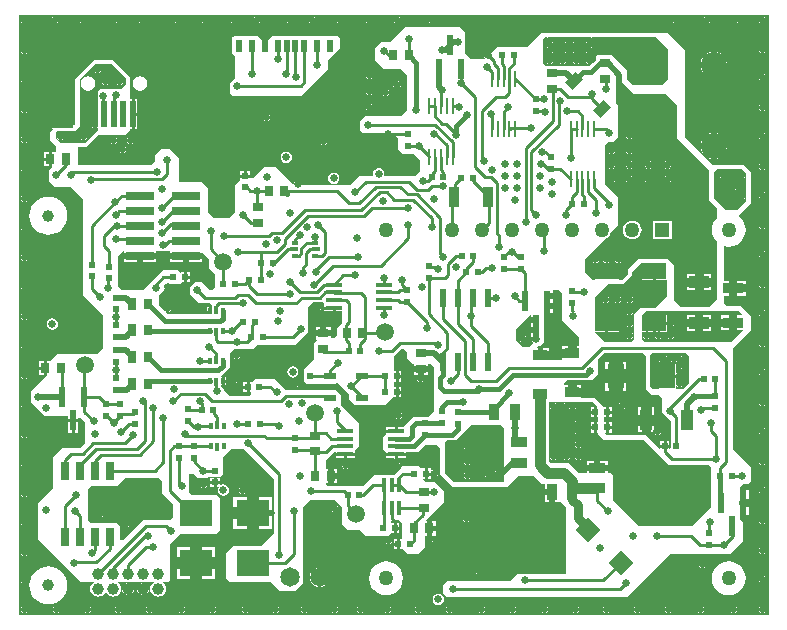
<source format=gbl>
G04 Layer_Physical_Order=4*
G04 Layer_Color=16711680*
%FSTAX24Y24*%
%MOIN*%
G70*
G01*
G75*
%ADD10R,0.0354X0.0315*%
%ADD11R,0.0236X0.0197*%
%ADD13R,0.0110X0.0551*%
%ADD14R,0.0551X0.0335*%
%ADD15R,0.0197X0.0148*%
%ADD16R,0.0256X0.0118*%
%ADD17R,0.0197X0.0236*%
%ADD20R,0.0492X0.0374*%
%ADD21C,0.0591*%
%ADD24R,0.0236X0.0709*%
%ADD28R,0.0354X0.0709*%
%ADD29R,0.0709X0.0354*%
%ADD32R,0.0394X0.0669*%
%ADD33R,0.0315X0.0354*%
%ADD50C,0.0100*%
%ADD53C,0.0200*%
%ADD55C,0.0150*%
%ADD56C,0.0300*%
%ADD57C,0.0400*%
%ADD58C,0.0250*%
%ADD59C,0.0350*%
%ADD60R,0.2835X0.1260*%
%ADD61R,0.1102X0.2205*%
%ADD63C,0.0650*%
%ADD64R,0.0866X0.0866*%
%ADD65C,0.0866*%
%ADD66C,0.0394*%
%ADD67C,0.0500*%
%ADD68R,0.0500X0.0500*%
%ADD69C,0.0039*%
%ADD70C,0.0250*%
G04:AMPARAMS|DCode=71|XSize=37.4mil|YSize=49.2mil|CornerRadius=0mil|HoleSize=0mil|Usage=FLASHONLY|Rotation=135.000|XOffset=0mil|YOffset=0mil|HoleType=Round|Shape=Rectangle|*
%AMROTATEDRECTD71*
4,1,4,0.0306,0.0042,-0.0042,-0.0306,-0.0306,-0.0042,0.0042,0.0306,0.0306,0.0042,0.0*
%
%ADD71ROTATEDRECTD71*%

%ADD72R,0.0787X0.0472*%
%ADD73R,0.0197X0.0394*%
%ADD74R,0.0532X0.0157*%
%ADD75R,0.0236X0.0610*%
%ADD76R,0.0669X0.0394*%
%ADD77P,0.0835X4X360.0*%
%ADD78R,0.0551X0.0827*%
%ADD79R,0.0827X0.0551*%
%ADD80R,0.0335X0.0551*%
%ADD81R,0.1102X0.0866*%
%ADD82R,0.0315X0.0433*%
%ADD83R,0.0148X0.0197*%
%ADD84R,0.0118X0.0256*%
%ADD85R,0.0413X0.0236*%
%ADD86R,0.0299X0.0630*%
%ADD87R,0.0945X0.0299*%
%ADD88R,0.0138X0.0453*%
%ADD89R,0.0197X0.0906*%
%ADD90R,0.0787X0.0984*%
%ADD91C,0.0450*%
G36*
X035Y006063D02*
X01D01*
Y008425D01*
Y026063D01*
X035D01*
Y006063D01*
D02*
G37*
%LPC*%
G36*
X034753Y019989D02*
X034686D01*
X034713Y019949D01*
X034753Y019922D01*
Y019989D01*
D02*
G37*
G36*
X027391Y007833D02*
X027351Y007806D01*
X027324Y007766D01*
X027391D01*
Y007833D01*
D02*
G37*
G36*
X027491D02*
Y007766D01*
X027558D01*
X027531Y007806D01*
X027491Y007833D01*
D02*
G37*
G36*
X03492Y019989D02*
X034853D01*
Y019922D01*
X034893Y019949D01*
X03492Y019989D01*
D02*
G37*
G36*
X010247Y020078D02*
Y020011D01*
X010314D01*
X010287Y020051D01*
X010247Y020078D01*
D02*
G37*
G36*
X010147D02*
X010107Y020051D01*
X01008Y020011D01*
X010147D01*
Y020078D01*
D02*
G37*
G36*
X032912Y007706D02*
X032845D01*
Y007639D01*
X032885Y007666D01*
X032912Y007706D01*
D02*
G37*
G36*
X010147Y019093D02*
X010107Y019066D01*
X01008Y019026D01*
X010147D01*
Y019093D01*
D02*
G37*
G36*
X010247D02*
Y019026D01*
X010314D01*
X010287Y019066D01*
X010247Y019093D01*
D02*
G37*
G36*
X034753Y019005D02*
X034686D01*
X034713Y018965D01*
X034753Y018938D01*
Y019005D01*
D02*
G37*
G36*
X03492D02*
X034853D01*
Y018938D01*
X034893Y018965D01*
X03492Y019005D01*
D02*
G37*
G36*
X010147Y019911D02*
X01008D01*
X010107Y019871D01*
X010147Y019844D01*
Y019911D01*
D02*
G37*
G36*
X010314D02*
X010247D01*
Y019844D01*
X010287Y019871D01*
X010314Y019911D01*
D02*
G37*
G36*
X034753Y019172D02*
X034713Y019145D01*
X034686Y019105D01*
X034753D01*
Y019172D01*
D02*
G37*
G36*
X034853D02*
Y019105D01*
X03492D01*
X034893Y019145D01*
X034853Y019172D01*
D02*
G37*
G36*
X032745Y007706D02*
X032678D01*
X032705Y007666D01*
X032745Y007639D01*
Y007706D01*
D02*
G37*
G36*
X025107Y00745D02*
X025041D01*
X025067Y00741D01*
X025107Y007383D01*
Y00745D01*
D02*
G37*
G36*
X025274D02*
X025207D01*
Y007383D01*
X025248Y00741D01*
X025274Y00745D01*
D02*
G37*
G36*
X025107Y007617D02*
X025067Y00759D01*
X025041Y00755D01*
X025107D01*
Y007617D01*
D02*
G37*
G36*
X020078Y007644D02*
Y007373D01*
X020349D01*
X020344Y007408D01*
X020311Y007487D01*
X020259Y007554D01*
X020191Y007607D01*
X020112Y007639D01*
X020078Y007644D01*
D02*
G37*
G36*
X034753Y007361D02*
X034713Y007334D01*
X034686Y007294D01*
X034753D01*
Y007361D01*
D02*
G37*
G36*
X034853D02*
Y007294D01*
X03492D01*
X034893Y007334D01*
X034853Y007361D01*
D02*
G37*
G36*
X019978Y007644D02*
X019943Y007639D01*
X019864Y007607D01*
X019796Y007554D01*
X019744Y007487D01*
X019711Y007408D01*
X019707Y007373D01*
X019978D01*
Y007644D01*
D02*
G37*
G36*
X025207Y007617D02*
Y00755D01*
X025274D01*
X025248Y00759D01*
X025207Y007617D01*
D02*
G37*
G36*
X02803Y007666D02*
X027963D01*
Y007599D01*
X028004Y007626D01*
X02803Y007666D01*
D02*
G37*
G36*
X034853Y020156D02*
Y020089D01*
X03492D01*
X034893Y020129D01*
X034853Y020156D01*
D02*
G37*
G36*
X034753D02*
X034713Y020129D01*
X034686Y020089D01*
X034753D01*
Y020156D01*
D02*
G37*
G36*
X027863Y007666D02*
X027796D01*
X027823Y007626D01*
X027863Y007599D01*
Y007666D01*
D02*
G37*
G36*
X020492Y020809D02*
X02042Y020794D01*
X020359Y020753D01*
X020318Y020692D01*
X020303Y02062D01*
X020318Y020548D01*
X020359Y020487D01*
X02042Y020446D01*
X020492Y020431D01*
X020564Y020446D01*
X020626Y020487D01*
X020666Y020548D01*
X020681Y02062D01*
X020666Y020692D01*
X020626Y020753D01*
X020564Y020794D01*
X020492Y020809D01*
D02*
G37*
G36*
X027391Y007666D02*
X027324D01*
X027351Y007626D01*
X027391Y007599D01*
Y007666D01*
D02*
G37*
G36*
X027558D02*
X027491D01*
Y007599D01*
X027531Y007626D01*
X027558Y007666D01*
D02*
G37*
G36*
X034853Y017204D02*
Y017137D01*
X03492D01*
X034893Y017177D01*
X034853Y017204D01*
D02*
G37*
G36*
X027558Y008217D02*
X027491D01*
Y00815D01*
X027531Y008177D01*
X027558Y008217D01*
D02*
G37*
G36*
X010247Y017125D02*
Y017058D01*
X010314D01*
X010287Y017098D01*
X010247Y017125D01*
D02*
G37*
G36*
X034753Y017204D02*
X034713Y017177D01*
X034686Y017137D01*
X034753D01*
Y017204D01*
D02*
G37*
G36*
X010314Y017942D02*
X010247D01*
Y017875D01*
X010287Y017902D01*
X010314Y017942D01*
D02*
G37*
G36*
X034753Y018021D02*
X034686D01*
X034713Y017981D01*
X034753Y017954D01*
Y018021D01*
D02*
G37*
G36*
X027391Y008217D02*
X027324D01*
X027351Y008177D01*
X027391Y00815D01*
Y008217D01*
D02*
G37*
G36*
X010147Y017942D02*
X01008D01*
X010107Y017902D01*
X010147Y017875D01*
Y017942D01*
D02*
G37*
G36*
Y008267D02*
X010107Y00824D01*
X01008Y0082D01*
X010147D01*
Y008267D01*
D02*
G37*
G36*
X02803Y008217D02*
X027963D01*
Y00815D01*
X028004Y008177D01*
X02803Y008217D01*
D02*
G37*
G36*
X010147Y016958D02*
X01008D01*
X010107Y016918D01*
X010147Y016891D01*
Y016958D01*
D02*
G37*
G36*
X010314D02*
X010247D01*
Y016891D01*
X010287Y016918D01*
X010314Y016958D01*
D02*
G37*
G36*
X03492Y017037D02*
X034853D01*
Y01697D01*
X034893Y016996D01*
X03492Y017037D01*
D02*
G37*
G36*
X010147Y017125D02*
X010107Y017098D01*
X01008Y017058D01*
X010147D01*
Y017125D01*
D02*
G37*
G36*
X027863Y008217D02*
X027796D01*
X027823Y008177D01*
X027863Y00815D01*
Y008217D01*
D02*
G37*
G36*
X034753Y017037D02*
X034686D01*
X034713Y016996D01*
X034753Y01697D01*
Y017037D01*
D02*
G37*
G36*
X034853Y018188D02*
Y018121D01*
X03492D01*
X034893Y018161D01*
X034853Y018188D01*
D02*
G37*
G36*
X027963Y007833D02*
Y007766D01*
X02803D01*
X028004Y007806D01*
X027963Y007833D01*
D02*
G37*
G36*
X010247Y018109D02*
Y018042D01*
X010314D01*
X010287Y018082D01*
X010247Y018109D01*
D02*
G37*
G36*
X034753Y018188D02*
X034713Y018161D01*
X034686Y018121D01*
X034753D01*
Y018188D01*
D02*
G37*
G36*
X010147Y018926D02*
X01008D01*
X010107Y018886D01*
X010147Y018859D01*
Y018926D01*
D02*
G37*
G36*
X010314D02*
X010247D01*
Y018859D01*
X010287Y018886D01*
X010314Y018926D01*
D02*
G37*
G36*
X027863Y007833D02*
X027823Y007806D01*
X027796Y007766D01*
X027863D01*
Y007833D01*
D02*
G37*
G36*
X010984Y020004D02*
X010861Y019992D01*
X010742Y019956D01*
X010632Y019897D01*
X010536Y019818D01*
X010457Y019722D01*
X010399Y019613D01*
X010363Y019494D01*
X01035Y01937D01*
X010363Y019246D01*
X010399Y019127D01*
X010457Y019018D01*
X010536Y018922D01*
X010632Y018843D01*
X010742Y018784D01*
X010861Y018748D01*
X010984Y018736D01*
X011108Y018748D01*
X011227Y018784D01*
X011336Y018843D01*
X011432Y018922D01*
X011511Y019018D01*
X01157Y019127D01*
X011606Y019246D01*
X011618Y01937D01*
X011606Y019494D01*
X01157Y019613D01*
X011511Y019722D01*
X011432Y019818D01*
X011336Y019897D01*
X011227Y019956D01*
X011108Y019992D01*
X010984Y020004D01*
D02*
G37*
G36*
X034753Y008178D02*
X034686D01*
X034713Y008138D01*
X034753Y008111D01*
Y008178D01*
D02*
G37*
G36*
X010314Y0081D02*
X010247D01*
Y008033D01*
X010287Y008059D01*
X010314Y0081D01*
D02*
G37*
G36*
X03492Y018021D02*
X034853D01*
Y017954D01*
X034893Y017981D01*
X03492Y018021D01*
D02*
G37*
G36*
Y008178D02*
X034853D01*
Y008111D01*
X034893Y008138D01*
X03492Y008178D01*
D02*
G37*
G36*
X032745Y007873D02*
X032705Y007846D01*
X032678Y007806D01*
X032745D01*
Y007873D01*
D02*
G37*
G36*
X010147Y018109D02*
X010107Y018082D01*
X01008Y018042D01*
X010147D01*
Y018109D01*
D02*
G37*
G36*
Y0081D02*
X01008D01*
X010107Y008059D01*
X010147Y008033D01*
Y0081D01*
D02*
G37*
G36*
X032845Y007873D02*
Y007806D01*
X032912D01*
X032885Y007846D01*
X032845Y007873D01*
D02*
G37*
G36*
X029546Y006377D02*
X029506Y00635D01*
X02948Y00631D01*
X029546D01*
Y006377D01*
D02*
G37*
G36*
X028593D02*
Y00631D01*
X02866D01*
X028633Y00635D01*
X028593Y006377D01*
D02*
G37*
G36*
X029646D02*
Y00631D01*
X029713D01*
X029687Y00635D01*
X029646Y006377D01*
D02*
G37*
G36*
X018917Y021508D02*
X018845Y021493D01*
X018784Y021452D01*
X018743Y021391D01*
X018729Y021319D01*
X018743Y021247D01*
X018784Y021186D01*
X018845Y021145D01*
X018917Y02113D01*
X01899Y021145D01*
X019051Y021186D01*
X019092Y021247D01*
X019106Y021319D01*
X019092Y021391D01*
X019051Y021452D01*
X01899Y021493D01*
X018917Y021508D01*
D02*
G37*
G36*
X028493Y006377D02*
X028453Y00635D01*
X028426Y00631D01*
X028493D01*
Y006377D01*
D02*
G37*
G36*
X02756D02*
Y00631D01*
X027627D01*
X0276Y00635D01*
X02756Y006377D01*
D02*
G37*
G36*
X033119Y021643D02*
X032739D01*
X032747Y02158D01*
X032791Y021475D01*
X03286Y021384D01*
X032951Y021315D01*
X033056Y021271D01*
X033119Y021263D01*
Y021643D01*
D02*
G37*
G36*
X0336D02*
X033219D01*
Y021263D01*
X033282Y021271D01*
X033388Y021315D01*
X033478Y021384D01*
X033548Y021475D01*
X033591Y02158D01*
X0336Y021643D01*
D02*
G37*
G36*
X032767Y006377D02*
Y00631D01*
X032833D01*
X032807Y00635D01*
X032767Y006377D01*
D02*
G37*
G36*
X032667D02*
X032626Y00635D01*
X0326Y00631D01*
X032667D01*
Y006377D01*
D02*
G37*
G36*
X034853Y021141D02*
Y021074D01*
X03492D01*
X034893Y021114D01*
X034853Y021141D01*
D02*
G37*
G36*
X033769Y006377D02*
X033729Y00635D01*
X033702Y00631D01*
X033769D01*
Y006377D01*
D02*
G37*
G36*
X03068D02*
Y00631D01*
X030747D01*
X03072Y00635D01*
X03068Y006377D01*
D02*
G37*
G36*
X03058D02*
X03054Y00635D01*
X030513Y00631D01*
X03058D01*
Y006377D01*
D02*
G37*
G36*
X031723D02*
Y00631D01*
X03179D01*
X031763Y00635D01*
X031723Y006377D01*
D02*
G37*
G36*
X031623D02*
X031583Y00635D01*
X031556Y00631D01*
X031623D01*
Y006377D01*
D02*
G37*
G36*
X020098Y0218D02*
X020031D01*
X020058Y02176D01*
X020098Y021733D01*
Y0218D01*
D02*
G37*
G36*
X020265D02*
X020198D01*
Y021733D01*
X020238Y02176D01*
X020265Y0218D01*
D02*
G37*
G36*
X013395Y021711D02*
X013355Y021685D01*
X013328Y021644D01*
X013395D01*
Y021711D01*
D02*
G37*
G36*
X013495D02*
Y021644D01*
X013562D01*
X013535Y021685D01*
X013495Y021711D01*
D02*
G37*
G36*
X023377Y006377D02*
Y00631D01*
X023444D01*
X023417Y00635D01*
X023377Y006377D01*
D02*
G37*
G36*
X033219Y022123D02*
Y021743D01*
X0336D01*
X033591Y021806D01*
X033548Y021911D01*
X033478Y022002D01*
X033388Y022071D01*
X033282Y022115D01*
X033219Y022123D01*
D02*
G37*
G36*
X02432Y006377D02*
X02428Y00635D01*
X024253Y00631D01*
X02432D01*
Y006377D01*
D02*
G37*
G36*
X033119Y022123D02*
X033056Y022115D01*
X032951Y022071D01*
X03286Y022002D01*
X032791Y021911D01*
X032747Y021806D01*
X032739Y021743D01*
X033119D01*
Y022123D01*
D02*
G37*
G36*
X013395Y021544D02*
X013328D01*
X013355Y021504D01*
X013395Y021478D01*
Y021544D01*
D02*
G37*
G36*
X013562D02*
X013495D01*
Y021478D01*
X013535Y021504D01*
X013562Y021544D01*
D02*
G37*
G36*
X02746Y006377D02*
X02742Y00635D01*
X027393Y00631D01*
X02746D01*
Y006377D01*
D02*
G37*
G36*
X026507D02*
Y00631D01*
X026574D01*
X026547Y00635D01*
X026507Y006377D01*
D02*
G37*
G36*
X025363D02*
X025323Y00635D01*
X025296Y00631D01*
X025363D01*
Y006377D01*
D02*
G37*
G36*
X02442D02*
Y00631D01*
X024487D01*
X02446Y00635D01*
X02442Y006377D01*
D02*
G37*
G36*
X026407D02*
X026367Y00635D01*
X02634Y00631D01*
X026407D01*
Y006377D01*
D02*
G37*
G36*
X025463D02*
Y00631D01*
X02553D01*
X025504Y00635D01*
X025463Y006377D01*
D02*
G37*
G36*
X014092Y007126D02*
X014065Y00712D01*
X014Y007077D01*
X013956Y007012D01*
X013951Y006985D01*
X014092D01*
Y007126D01*
D02*
G37*
G36*
X013692D02*
Y006985D01*
X013832D01*
X013827Y007012D01*
X013784Y007077D01*
X013719Y00712D01*
X013692Y007126D01*
D02*
G37*
G36*
X019978Y007273D02*
X019707D01*
X019711Y007238D01*
X019744Y007159D01*
X019796Y007091D01*
X019864Y007039D01*
X019943Y007006D01*
X019978Y007002D01*
Y007273D01*
D02*
G37*
G36*
X014192Y007126D02*
Y006985D01*
X014332D01*
X014327Y007012D01*
X014284Y007077D01*
X014219Y00712D01*
X014192Y007126D01*
D02*
G37*
G36*
X014332Y006885D02*
X014192D01*
Y006744D01*
X014219Y00675D01*
X014284Y006793D01*
X014327Y006858D01*
X014332Y006885D01*
D02*
G37*
G36*
X014092D02*
X013951D01*
X013956Y006858D01*
X014Y006793D01*
X014065Y00675D01*
X014092Y006744D01*
Y006885D01*
D02*
G37*
G36*
X024695Y02565D02*
X022864D01*
X022362Y025148D01*
X022067D01*
X02187Y024951D01*
Y024557D01*
X022165Y024262D01*
X022756D01*
X022953Y024065D01*
Y022884D01*
X022756Y022687D01*
X021526D01*
X021378Y022539D01*
Y022244D01*
X021476Y022146D01*
X02217D01*
X022189Y022122D01*
X022186Y022106D01*
X022195Y022058D01*
X022223Y022016D01*
X022263Y021989D01*
Y022106D01*
X022363D01*
Y021989D01*
X022403Y022016D01*
X022431Y022058D01*
X02244Y022106D01*
X022467Y022128D01*
X022477Y022129D01*
X022628Y021978D01*
Y021585D01*
X022776Y021437D01*
X023169D01*
X023366Y02124D01*
Y020846D01*
X023209Y020689D01*
X022195D01*
X022175Y020719D01*
X022187Y020778D01*
X022173Y02085D01*
X022132Y020912D01*
X022071Y020953D01*
X021999Y020967D01*
X021926Y020953D01*
X021865Y020912D01*
X021824Y02085D01*
X02181Y020778D01*
X021822Y020719D01*
X021802Y020689D01*
X021339D01*
X021043Y020394D01*
X019444D01*
X019425Y020417D01*
X019429Y020433D01*
X019419Y020482D01*
X019391Y020523D01*
X019351Y02055D01*
Y020433D01*
X019251D01*
Y02055D01*
X019211Y020523D01*
X019183Y020482D01*
X019174Y020435D01*
X019166Y02043D01*
X019145Y020421D01*
X018583Y020984D01*
X018189D01*
X01782Y020615D01*
X017717D01*
Y020866D01*
X017362D01*
Y020551D01*
X017205Y020394D01*
Y019508D01*
X017008Y019311D01*
X016516D01*
X016319Y019508D01*
Y020295D01*
X016122Y020492D01*
X015335D01*
Y021299D01*
X015039Y021594D01*
X014744D01*
X014547Y021398D01*
Y021201D01*
X014409Y021063D01*
X011959D01*
Y021654D01*
X012254D01*
X012648Y022047D01*
X013533D01*
X013711Y022224D01*
Y022264D01*
X013937D01*
Y023248D01*
X013711D01*
Y023996D01*
X01313Y024577D01*
X01252Y024567D01*
X01189Y023937D01*
Y022421D01*
X011855Y022393D01*
X011811Y022411D01*
Y022745D01*
X011417D01*
X011024D01*
Y022303D01*
X01112D01*
X011141Y022253D01*
X011053Y022165D01*
Y02188D01*
X011235Y021698D01*
Y021506D01*
X010837D01*
Y021033D01*
X011101D01*
X01112Y020987D01*
X011011Y020878D01*
Y020512D01*
X011208Y020315D01*
X011732D01*
X012126Y019921D01*
Y019016D01*
Y016735D01*
X012817Y016043D01*
Y014958D01*
X012618Y014759D01*
X011265D01*
X011043Y014537D01*
X010669D01*
Y014065D01*
X010899D01*
X010918Y014019D01*
X010394Y013494D01*
Y01315D01*
X010837Y012707D01*
X011637D01*
X011644Y012136D01*
X011988D01*
Y012646D01*
X012038Y012667D01*
X012195Y01251D01*
Y011801D01*
X012028Y011634D01*
X011457D01*
X011152Y011329D01*
Y010295D01*
X01063Y009774D01*
Y008583D01*
X012047Y007165D01*
X012527D01*
X012512Y007159D01*
X012459Y007118D01*
X012417Y007065D01*
X012391Y007002D01*
X012383Y006935D01*
X012391Y006868D01*
X012417Y006806D01*
X012459Y006752D01*
X012512Y006711D01*
X012575Y006685D01*
X012642Y006676D01*
X012709Y006685D01*
X012771Y006711D01*
X012825Y006752D01*
X012866Y006806D01*
X012892Y006867D01*
X012917Y006806D01*
X012959Y006752D01*
X013012Y006711D01*
X013075Y006685D01*
X013142Y006676D01*
X013209Y006685D01*
X013271Y006711D01*
X013325Y006752D01*
X013366Y006806D01*
X013392Y006868D01*
X013401Y006935D01*
X013392Y007002D01*
X013366Y007065D01*
X013325Y007118D01*
X013271Y007159D01*
X013257Y007165D01*
X014527D01*
X014512Y007159D01*
X014459Y007118D01*
X014417Y007065D01*
X014391Y007002D01*
X014383Y006935D01*
X014391Y006868D01*
X014417Y006806D01*
X014459Y006752D01*
X014512Y006711D01*
X014575Y006685D01*
X014642Y006676D01*
X014709Y006685D01*
X014771Y006711D01*
X014825Y006752D01*
X014866Y006806D01*
X014892Y006868D01*
X014901Y006935D01*
X014892Y007002D01*
X014866Y007065D01*
X014825Y007118D01*
X014771Y007159D01*
X014757Y007165D01*
X01498D01*
X015049Y007234D01*
Y008435D01*
X015374Y00876D01*
X016575D01*
X016722Y008907D01*
Y009941D01*
X016614Y010049D01*
X015778D01*
X015669Y010157D01*
Y010768D01*
X015827D01*
X015969Y010625D01*
X01626D01*
X016314Y010679D01*
X016722D01*
X016811Y010768D01*
Y011329D01*
X017077Y011594D01*
X01751D01*
X018278Y010827D01*
X018524Y010581D01*
Y01001D01*
Y009213D01*
Y008809D01*
X018346Y008632D01*
X018091Y008376D01*
X017175D01*
X017047Y008248D01*
X016919Y00812D01*
Y007313D01*
Y007303D01*
X017057Y007165D01*
X018386D01*
X018465Y007087D01*
X018701Y00685D01*
X019213D01*
X019488Y007126D01*
Y009646D01*
X019724Y009882D01*
X020541D01*
X020778Y009646D01*
Y009104D01*
X020984Y008898D01*
X021378D01*
X02157Y008706D01*
X022338D01*
X022411Y00878D01*
X022677D01*
Y009124D01*
X022411D01*
Y009208D01*
X022431Y009227D01*
X022672D01*
X022766Y009134D01*
Y008593D01*
X0225D01*
Y008248D01*
X022795D01*
X022933Y00811D01*
X023297D01*
X023533Y008346D01*
Y008711D01*
X023907D01*
Y009183D01*
X023553D01*
X024163Y009793D01*
Y010207D01*
X023868Y010502D01*
X023573D01*
X023474Y0106D01*
X02373D01*
Y010731D01*
X023731Y010729D01*
X023758Y010687D01*
X023798Y010661D01*
Y010778D01*
Y010894D01*
X023758Y010868D01*
X023731Y010826D01*
X02373Y010825D01*
Y010955D01*
X023415D01*
X023346Y011024D01*
X022785D01*
X022736Y010974D01*
X0225Y010738D01*
X02185D01*
X021476Y010364D01*
X020295D01*
X020236Y010423D01*
Y010453D01*
X02061D01*
Y010925D01*
X020236D01*
Y01122D01*
X020522Y011506D01*
X020561D01*
Y011289D01*
X021211D01*
Y011544D01*
X021212D01*
Y011566D01*
X021348Y011703D01*
Y01247D01*
X020758Y013061D01*
Y013356D01*
X020561Y013553D01*
X020443D01*
Y013553D01*
X020571D01*
Y013621D01*
X020364D01*
Y013721D01*
X020571D01*
Y013789D01*
X02065D01*
X020994Y013445D01*
Y013248D01*
X021093Y01315D01*
X021191Y013051D01*
X022205D01*
X022402Y013248D01*
Y013248D01*
X02247Y013317D01*
X022756D01*
Y013671D01*
X0225D01*
Y013839D01*
X022756D01*
Y014193D01*
X0225D01*
Y014665D01*
X022756Y014921D01*
X022854D01*
X022953Y014823D01*
Y014626D01*
X02315Y014429D01*
X023159D01*
Y014055D01*
X023333D01*
X023306Y014037D01*
X023279Y013997D01*
X023513D01*
X023486Y014037D01*
X023459Y014055D01*
X023632D01*
Y014429D01*
X02374D01*
X023829Y014341D01*
Y012864D01*
X023632Y012667D01*
X02314D01*
X022844Y012372D01*
Y012333D01*
X022254D01*
Y012096D01*
X022156Y011998D01*
Y011604D01*
Y011604D01*
X022254Y011506D01*
Y011289D01*
X022532D01*
X02253Y011289D01*
X022489Y011261D01*
X022462Y011221D01*
X022696D01*
X022669Y011261D01*
X022628Y011289D01*
X022626Y011289D01*
X022904D01*
Y011506D01*
X023307D01*
X023337Y011535D01*
X023533Y011732D01*
X023927D01*
X024026Y011634D01*
X024026D01*
Y010748D01*
X024459Y010315D01*
X02626D01*
X026654Y010709D01*
X027165D01*
X027441Y010433D01*
X027539D01*
Y009823D01*
X027992D01*
Y009882D01*
X028229Y009645D01*
Y007441D01*
X026614D01*
X026378Y007205D01*
X024291D01*
X024134Y007047D01*
Y006811D01*
X024291Y006654D01*
X030276D01*
X031732Y00811D01*
X033711D01*
X034134Y008533D01*
Y009154D01*
X034035Y009252D01*
Y00938D01*
X034331D01*
Y010217D01*
X034035D01*
Y010335D01*
X034134Y010433D01*
X034311D01*
X034409Y010532D01*
X034409Y010965D01*
X033794Y01158D01*
X033794Y014936D01*
X034409Y015551D01*
X034409Y016014D01*
X034075Y016348D01*
X033612D01*
X033514Y016447D01*
Y016703D01*
X034232D01*
Y017195D01*
X033514D01*
X033514Y018353D01*
X033515Y018352D01*
X033661Y018333D01*
X033808Y018352D01*
X033944Y018408D01*
X034061Y018498D01*
X034151Y018615D01*
X034207Y018751D01*
X034226Y018898D01*
X034207Y019044D01*
X034151Y01918D01*
X034061Y019297D01*
X033972Y019365D01*
X034409Y019803D01*
X034409Y020837D01*
X034183Y021063D01*
X03315D01*
X032205Y022008D01*
Y024882D01*
X031614Y025472D01*
X027431D01*
X026939Y02498D01*
X025955D01*
Y02498D01*
X025744Y024769D01*
X02572Y024805D01*
X02568Y024831D01*
Y024715D01*
X02563D01*
Y024665D01*
X025513D01*
X02554Y024624D01*
X025575Y024601D01*
X025561Y024587D01*
X025069D01*
X024872Y024783D01*
Y025472D01*
X024695Y02565D01*
D02*
G37*
G36*
X013592Y007126D02*
X013565Y00712D01*
X0135Y007077D01*
X013456Y007012D01*
X013451Y006985D01*
X013592D01*
Y007126D01*
D02*
G37*
G36*
X010147Y007322D02*
X010107Y007295D01*
X01008Y007255D01*
X010147D01*
Y007322D01*
D02*
G37*
G36*
X03492Y007194D02*
X034853D01*
Y007127D01*
X034893Y007154D01*
X03492Y007194D01*
D02*
G37*
G36*
X016545Y008317D02*
X015266D01*
Y007274D01*
X016545D01*
Y008317D01*
D02*
G37*
G36*
X010247Y007322D02*
Y007255D01*
X010314D01*
X010287Y007295D01*
X010247Y007322D01*
D02*
G37*
G36*
X010147Y007155D02*
X01008D01*
X010107Y007115D01*
X010147Y007088D01*
Y007155D01*
D02*
G37*
G36*
X020349Y007273D02*
X020078D01*
Y007002D01*
X020112Y007006D01*
X020191Y007039D01*
X020259Y007091D01*
X020311Y007159D01*
X020344Y007238D01*
X020349Y007273D01*
D02*
G37*
G36*
X034753Y007194D02*
X034686D01*
X034713Y007154D01*
X034753Y007127D01*
Y007194D01*
D02*
G37*
G36*
X010314Y007155D02*
X010247D01*
Y007088D01*
X010287Y007115D01*
X010314Y007155D01*
D02*
G37*
G36*
X034853Y006377D02*
Y00631D01*
X03492D01*
X034893Y00635D01*
X034853Y006377D01*
D02*
G37*
G36*
X034753D02*
X034713Y00635D01*
X034686Y00631D01*
X034753D01*
Y006377D01*
D02*
G37*
G36*
X010984Y007681D02*
X010861Y007669D01*
X010742Y007633D01*
X010632Y007574D01*
X010536Y007495D01*
X010457Y007399D01*
X010399Y00729D01*
X010363Y007171D01*
X01035Y007047D01*
X010363Y006924D01*
X010399Y006805D01*
X010457Y006695D01*
X010536Y006599D01*
X010632Y00652D01*
X010742Y006462D01*
X010861Y006426D01*
X010984Y006413D01*
X011108Y006426D01*
X011227Y006462D01*
X011336Y00652D01*
X011432Y006599D01*
X011511Y006695D01*
X01157Y006805D01*
X011606Y006924D01*
X011618Y007047D01*
X011606Y007171D01*
X01157Y00729D01*
X011511Y007399D01*
X011432Y007495D01*
X011336Y007574D01*
X011227Y007633D01*
X011108Y007669D01*
X010984Y007681D01*
D02*
G37*
G36*
X023986Y006773D02*
X023914Y006759D01*
X023874Y006732D01*
X023853Y006718D01*
X023812Y006657D01*
X023798Y006585D01*
X023812Y006512D01*
X023853Y006451D01*
X023914Y00641D01*
X023986Y006396D01*
X024058Y00641D01*
X02412Y006451D01*
X02416Y006512D01*
X024175Y006585D01*
X02416Y006657D01*
X02412Y006718D01*
X024098Y006732D01*
X024058Y006759D01*
X023986Y006773D01*
D02*
G37*
G36*
X010247Y021062D02*
Y020995D01*
X010314D01*
X010287Y021035D01*
X010247Y021062D01*
D02*
G37*
G36*
X034753Y021141D02*
X034713Y021114D01*
X034686Y021074D01*
X034753D01*
Y021141D01*
D02*
G37*
G36*
X033869Y006377D02*
Y00631D01*
X033936D01*
X033909Y00635D01*
X033869Y006377D01*
D02*
G37*
G36*
X010147Y021062D02*
X010107Y021035D01*
X01008Y020995D01*
X010147D01*
Y021062D01*
D02*
G37*
G36*
X010314Y020895D02*
X010247D01*
Y020828D01*
X010287Y020855D01*
X010314Y020895D01*
D02*
G37*
G36*
X034753Y020974D02*
X034686D01*
X034713Y020933D01*
X034753Y020907D01*
Y020974D01*
D02*
G37*
G36*
X013832Y006885D02*
X013692D01*
Y006744D01*
X013719Y00675D01*
X013784Y006793D01*
X013827Y006858D01*
X013832Y006885D01*
D02*
G37*
G36*
X010147Y020895D02*
X01008D01*
X010107Y020855D01*
X010147Y020828D01*
Y020895D01*
D02*
G37*
G36*
X033661Y007848D02*
X033515Y007829D01*
X033379Y007773D01*
X033262Y007683D01*
X033172Y007566D01*
X033116Y00743D01*
X033097Y007283D01*
X033116Y007137D01*
X033172Y007001D01*
X033262Y006884D01*
X033379Y006794D01*
X033515Y006738D01*
X033661Y006719D01*
X033808Y006738D01*
X033944Y006794D01*
X034061Y006884D01*
X034151Y007001D01*
X034207Y007137D01*
X034226Y007283D01*
X034207Y00743D01*
X034151Y007566D01*
X034061Y007683D01*
X033944Y007773D01*
X033808Y007829D01*
X033661Y007848D01*
D02*
G37*
G36*
X022244D02*
X022098Y007829D01*
X021962Y007773D01*
X021845Y007683D01*
X021755Y007566D01*
X021699Y00743D01*
X021679Y007283D01*
X021699Y007137D01*
X021755Y007001D01*
X021845Y006884D01*
X021962Y006794D01*
X022098Y006738D01*
X022244Y006719D01*
X02239Y006738D01*
X022527Y006794D01*
X022643Y006884D01*
X022733Y007001D01*
X02279Y007137D01*
X022809Y007283D01*
X02279Y00743D01*
X022733Y007566D01*
X022643Y007683D01*
X022527Y007773D01*
X02239Y007829D01*
X022244Y007848D01*
D02*
G37*
G36*
X03492Y020974D02*
X034853D01*
Y020907D01*
X034893Y020933D01*
X03492Y020974D01*
D02*
G37*
G36*
X013592Y006885D02*
X013451D01*
X013456Y006858D01*
X0135Y006793D01*
X013565Y00675D01*
X013592Y006744D01*
Y006885D01*
D02*
G37*
G36*
X010247Y008267D02*
Y0082D01*
X010314D01*
X010287Y00824D01*
X010247Y008267D01*
D02*
G37*
G36*
X034853Y010314D02*
Y010247D01*
X03492D01*
X034893Y010287D01*
X034853Y010314D01*
D02*
G37*
G36*
X01742Y010343D02*
X01738Y010316D01*
X017354Y010276D01*
X01742D01*
Y010343D01*
D02*
G37*
G36*
X01752D02*
Y010276D01*
X017587D01*
X017561Y010316D01*
X01752Y010343D01*
D02*
G37*
G36*
X034753Y010314D02*
X034713Y010287D01*
X034686Y010247D01*
X034753D01*
Y010314D01*
D02*
G37*
G36*
X023513Y013897D02*
X023446D01*
Y01383D01*
X023486Y013857D01*
X023513Y013897D01*
D02*
G37*
G36*
X023346D02*
X023279D01*
X023306Y013857D01*
X023346Y01383D01*
Y013897D01*
D02*
G37*
G36*
X010247Y010235D02*
Y010168D01*
X010314D01*
X010287Y010208D01*
X010247Y010235D01*
D02*
G37*
G36*
X016092Y010363D02*
X016025D01*
X016052Y010323D01*
X016092Y010296D01*
Y010363D01*
D02*
G37*
G36*
X010147Y013188D02*
X010107Y013161D01*
X01008Y013121D01*
X010147D01*
Y013188D01*
D02*
G37*
G36*
X016092Y01053D02*
X016052Y010504D01*
X016025Y010463D01*
X016092D01*
Y01053D01*
D02*
G37*
G36*
X016192D02*
Y010463D01*
X016259D01*
X016232Y010504D01*
X016192Y01053D01*
D02*
G37*
G36*
X010247Y013188D02*
Y013121D01*
X010314D01*
X010287Y013161D01*
X010247Y013188D01*
D02*
G37*
G36*
X016259Y010363D02*
X016192D01*
Y010296D01*
X016232Y010323D01*
X016259Y010363D01*
D02*
G37*
G36*
X034853Y013267D02*
Y0132D01*
X03492D01*
X034893Y01324D01*
X034853Y013267D01*
D02*
G37*
G36*
X034753D02*
X034713Y01324D01*
X034686Y0132D01*
X034753D01*
Y013267D01*
D02*
G37*
G36*
X010147Y010235D02*
X010107Y010208D01*
X01008Y010168D01*
X010147D01*
Y010235D01*
D02*
G37*
G36*
X03492Y010147D02*
X034853D01*
Y01008D01*
X034893Y010107D01*
X03492Y010147D01*
D02*
G37*
G36*
X01742Y010176D02*
X017354D01*
X01738Y010136D01*
X01742Y010109D01*
Y010176D01*
D02*
G37*
G36*
X017587D02*
X01752D01*
Y010109D01*
X017561Y010136D01*
X017587Y010176D01*
D02*
G37*
G36*
X034753Y010147D02*
X034686D01*
X034713Y010107D01*
X034753Y01008D01*
Y010147D01*
D02*
G37*
G36*
X010147Y010068D02*
X01008D01*
X010107Y010028D01*
X010147Y010001D01*
Y010068D01*
D02*
G37*
G36*
X010314D02*
X010247D01*
Y010001D01*
X010287Y010028D01*
X010314Y010068D01*
D02*
G37*
G36*
X016722Y01064D02*
X016368D01*
Y010335D01*
X016671D01*
X016647Y010299D01*
X016632Y010226D01*
X016647Y010154D01*
X016687Y010093D01*
X016749Y010052D01*
X016821Y010038D01*
X016893Y010052D01*
X016954Y010093D01*
X016995Y010154D01*
X017009Y010226D01*
X016995Y010299D01*
X016954Y01036D01*
X016893Y010401D01*
X016821Y010415D01*
X016749Y010401D01*
X016722Y010383D01*
Y01064D01*
D02*
G37*
G36*
X034853Y014251D02*
Y014184D01*
X03492D01*
X034893Y014224D01*
X034853Y014251D01*
D02*
G37*
G36*
X034753Y014084D02*
X034686D01*
X034713Y014044D01*
X034753Y014017D01*
Y014084D01*
D02*
G37*
G36*
X010314Y014005D02*
X010247D01*
Y013938D01*
X010287Y013965D01*
X010314Y014005D01*
D02*
G37*
G36*
X010147D02*
X01008D01*
X010107Y013965D01*
X010147Y013938D01*
Y014005D01*
D02*
G37*
G36*
X03492Y014084D02*
X034853D01*
Y014017D01*
X034893Y014044D01*
X03492Y014084D01*
D02*
G37*
G36*
X034753Y014251D02*
X034713Y014224D01*
X034686Y014184D01*
X034753D01*
Y014251D01*
D02*
G37*
G36*
X010247Y014172D02*
Y014105D01*
X010314D01*
X010287Y014145D01*
X010247Y014172D01*
D02*
G37*
G36*
X010147D02*
X010107Y014145D01*
X01008Y014105D01*
X010147D01*
Y014172D01*
D02*
G37*
G36*
X03492Y0131D02*
X034853D01*
Y013033D01*
X034893Y013059D01*
X03492Y0131D01*
D02*
G37*
G36*
X010314Y011052D02*
X010247D01*
Y010985D01*
X010287Y011012D01*
X010314Y011052D01*
D02*
G37*
G36*
X022529Y011121D02*
X022462D01*
X022489Y011081D01*
X022529Y011054D01*
Y011121D01*
D02*
G37*
G36*
X022696D02*
X022629D01*
Y011054D01*
X022669Y011081D01*
X022696Y011121D01*
D02*
G37*
G36*
X010147Y011052D02*
X01008D01*
X010107Y011012D01*
X010147Y010985D01*
Y011052D01*
D02*
G37*
G36*
X023898Y010894D02*
Y010828D01*
X023965D01*
X023939Y010868D01*
X023898Y010894D01*
D02*
G37*
G36*
X020846Y011013D02*
X020779D01*
X020806Y010973D01*
X020846Y010946D01*
Y011013D01*
D02*
G37*
G36*
X021013D02*
X020946D01*
Y010946D01*
X020986Y010973D01*
X021013Y011013D01*
D02*
G37*
G36*
X034753Y011131D02*
X034686D01*
X034713Y011091D01*
X034753Y011064D01*
Y011131D01*
D02*
G37*
G36*
Y011298D02*
X034713Y011271D01*
X034686Y011231D01*
X034753D01*
Y011298D01*
D02*
G37*
G36*
X010147Y011219D02*
X010107Y011192D01*
X01008Y011152D01*
X010147D01*
Y011219D01*
D02*
G37*
G36*
X010247D02*
Y011152D01*
X010314D01*
X010287Y011192D01*
X010247Y011219D01*
D02*
G37*
G36*
X034853Y011298D02*
Y011231D01*
X03492D01*
X034893Y011271D01*
X034853Y011298D01*
D02*
G37*
G36*
X03492Y011131D02*
X034853D01*
Y011064D01*
X034893Y011091D01*
X03492Y011131D01*
D02*
G37*
G36*
X020846Y01118D02*
X020806Y011153D01*
X020779Y011113D01*
X020846D01*
Y01118D01*
D02*
G37*
G36*
X020946D02*
Y011113D01*
X021013D01*
X020986Y011153D01*
X020946Y01118D01*
D02*
G37*
G36*
X010147Y012037D02*
X01008D01*
X010107Y011996D01*
X010147Y01197D01*
Y012037D01*
D02*
G37*
G36*
X022607Y012843D02*
X022567Y012816D01*
X022541Y012776D01*
X022607D01*
Y012843D01*
D02*
G37*
G36*
X022774Y012676D02*
X022707D01*
Y012609D01*
X022748Y012636D01*
X022774Y012676D01*
D02*
G37*
G36*
X022607D02*
X022541D01*
X022567Y012636D01*
X022607Y012609D01*
Y012676D01*
D02*
G37*
G36*
X022707Y012843D02*
Y012776D01*
X022774D01*
X022748Y012816D01*
X022707Y012843D01*
D02*
G37*
G36*
X034753Y0131D02*
X034686D01*
X034713Y013059D01*
X034753Y013033D01*
Y0131D01*
D02*
G37*
G36*
X010314Y013021D02*
X010247D01*
Y012954D01*
X010287Y012981D01*
X010314Y013021D01*
D02*
G37*
G36*
X010147D02*
X01008D01*
X010107Y012981D01*
X010147Y012954D01*
Y013021D01*
D02*
G37*
G36*
X023965Y010728D02*
X023898D01*
Y010661D01*
X023939Y010687D01*
X023965Y010728D01*
D02*
G37*
G36*
X03492Y012115D02*
X034853D01*
Y012048D01*
X034893Y012075D01*
X03492Y012115D01*
D02*
G37*
G36*
X034753D02*
X034686D01*
X034713Y012075D01*
X034753Y012048D01*
Y012115D01*
D02*
G37*
G36*
X010314Y012037D02*
X010247D01*
Y01197D01*
X010287Y011996D01*
X010314Y012037D01*
D02*
G37*
G36*
X010147Y012204D02*
X010107Y012177D01*
X01008Y012137D01*
X010147D01*
Y012204D01*
D02*
G37*
G36*
X034853Y012282D02*
Y012215D01*
X03492D01*
X034893Y012255D01*
X034853Y012282D01*
D02*
G37*
G36*
X034753D02*
X034713Y012255D01*
X034686Y012215D01*
X034753D01*
Y012282D01*
D02*
G37*
G36*
X010247Y012204D02*
Y012137D01*
X010314D01*
X010287Y012177D01*
X010247Y012204D01*
D02*
G37*
G36*
X020621Y009684D02*
Y009617D01*
X020688D01*
X020661Y009657D01*
X020621Y009684D01*
D02*
G37*
G36*
X034853Y016219D02*
Y016152D01*
X03492D01*
X034893Y016192D01*
X034853Y016219D01*
D02*
G37*
G36*
X034753D02*
X034713Y016192D01*
X034686Y016152D01*
X034753D01*
Y016219D01*
D02*
G37*
G36*
X010247Y016141D02*
Y016074D01*
X010314D01*
X010287Y016114D01*
X010247Y016141D01*
D02*
G37*
G36*
X027491Y008935D02*
Y008868D01*
X027558D01*
X027531Y008908D01*
X027491Y008935D01*
D02*
G37*
G36*
X027863Y008768D02*
X027796D01*
X027823Y008728D01*
X027863Y008701D01*
Y008768D01*
D02*
G37*
G36*
X02803D02*
X027963D01*
Y008701D01*
X028004Y008728D01*
X02803Y008768D01*
D02*
G37*
G36*
X027391Y008935D02*
X027351Y008908D01*
X027324Y008868D01*
X027391D01*
Y008935D01*
D02*
G37*
G36*
X010147Y016141D02*
X010107Y016114D01*
X01008Y016074D01*
X010147D01*
Y016141D01*
D02*
G37*
G36*
X010314Y015974D02*
X010247D01*
Y015907D01*
X010287Y015934D01*
X010314Y015974D01*
D02*
G37*
G36*
X010147D02*
X01008D01*
X010107Y015934D01*
X010147Y015907D01*
Y015974D01*
D02*
G37*
G36*
X018435Y00998D02*
X017156D01*
Y008937D01*
X018435D01*
Y00998D01*
D02*
G37*
G36*
X034753Y016052D02*
X034686D01*
X034713Y016012D01*
X034753Y015985D01*
Y016052D01*
D02*
G37*
G36*
X027863Y008935D02*
X027823Y008908D01*
X027796Y008868D01*
X027863D01*
Y008935D01*
D02*
G37*
G36*
X027963D02*
Y008868D01*
X02803D01*
X028004Y008908D01*
X027963Y008935D01*
D02*
G37*
G36*
X03492Y016052D02*
X034853D01*
Y015985D01*
X034893Y016012D01*
X03492Y016052D01*
D02*
G37*
G36*
X027558Y008768D02*
X027491D01*
Y008701D01*
X027531Y008728D01*
X027558Y008768D01*
D02*
G37*
G36*
X027863Y008384D02*
X027823Y008357D01*
X027796Y008317D01*
X027863D01*
Y008384D01*
D02*
G37*
G36*
X027963D02*
Y008317D01*
X02803D01*
X028004Y008357D01*
X027963Y008384D01*
D02*
G37*
G36*
X022263Y008503D02*
X022196D01*
X022223Y008463D01*
X022263Y008436D01*
Y008503D01*
D02*
G37*
G36*
X027491Y008384D02*
Y008317D01*
X027558D01*
X027531Y008357D01*
X027491Y008384D01*
D02*
G37*
G36*
X034753Y008345D02*
X034713Y008318D01*
X034686Y008278D01*
X034753D01*
Y008345D01*
D02*
G37*
G36*
X034853D02*
Y008278D01*
X03492D01*
X034893Y008318D01*
X034853Y008345D01*
D02*
G37*
G36*
X027391Y008384D02*
X027351Y008357D01*
X027324Y008317D01*
X027391D01*
Y008384D01*
D02*
G37*
G36*
X02243Y008503D02*
X022363D01*
Y008436D01*
X022403Y008463D01*
X02243Y008503D01*
D02*
G37*
G36*
X023641Y00869D02*
X023601Y008663D01*
X023574Y008623D01*
X023641D01*
Y00869D01*
D02*
G37*
G36*
X023741D02*
Y008623D01*
X023808D01*
X023781Y008663D01*
X023741Y00869D01*
D02*
G37*
G36*
X027391Y008768D02*
X027324D01*
X027351Y008728D01*
X027391Y008701D01*
Y008768D01*
D02*
G37*
G36*
X022363Y00867D02*
Y008603D01*
X02243D01*
X022403Y008643D01*
X022363Y00867D01*
D02*
G37*
G36*
X023641Y008523D02*
X023574D01*
X023601Y008483D01*
X023641Y008456D01*
Y008523D01*
D02*
G37*
G36*
X023808D02*
X023741D01*
Y008456D01*
X023781Y008483D01*
X023808Y008523D01*
D02*
G37*
G36*
X022263Y00867D02*
X022223Y008643D01*
X022196Y008603D01*
X022263D01*
Y00867D01*
D02*
G37*
G36*
X010147Y009084D02*
X01008D01*
X010107Y009044D01*
X010147Y009017D01*
Y009084D01*
D02*
G37*
G36*
X020521Y009517D02*
X020454D01*
X020481Y009477D01*
X020521Y00945D01*
Y009517D01*
D02*
G37*
G36*
X020688D02*
X020621D01*
Y00945D01*
X020661Y009477D01*
X020688Y009517D01*
D02*
G37*
G36*
X034853Y015235D02*
Y015168D01*
X03492D01*
X034893Y015208D01*
X034853Y015235D01*
D02*
G37*
G36*
X027491Y009486D02*
Y009419D01*
X027558D01*
X027531Y00946D01*
X027491Y009486D01*
D02*
G37*
G36*
X027863Y009486D02*
X027823Y00946D01*
X027796Y009419D01*
X027863D01*
Y009486D01*
D02*
G37*
G36*
X027963D02*
Y009419D01*
X02803D01*
X028004Y00946D01*
X027963Y009486D01*
D02*
G37*
G36*
X027391Y009486D02*
X027351Y00946D01*
X027324Y009419D01*
X027391D01*
Y009486D01*
D02*
G37*
G36*
X034753Y015235D02*
X034713Y015208D01*
X034686Y015168D01*
X034753D01*
Y015235D01*
D02*
G37*
G36*
Y015068D02*
X034686D01*
X034713Y015028D01*
X034753Y015001D01*
Y015068D01*
D02*
G37*
G36*
X010314Y014989D02*
X010247D01*
Y014922D01*
X010287Y014949D01*
X010314Y014989D01*
D02*
G37*
G36*
X010147D02*
X01008D01*
X010107Y014949D01*
X010147Y014922D01*
Y014989D01*
D02*
G37*
G36*
X03492Y015068D02*
X034853D01*
Y015001D01*
X034893Y015028D01*
X03492Y015068D01*
D02*
G37*
G36*
X020521Y009684D02*
X020481Y009657D01*
X020454Y009617D01*
X020521D01*
Y009684D01*
D02*
G37*
G36*
X010247Y015156D02*
Y015089D01*
X010314D01*
X010287Y015129D01*
X010247Y015156D01*
D02*
G37*
G36*
X010147D02*
X010107Y015129D01*
X01008Y015089D01*
X010147D01*
Y015156D01*
D02*
G37*
G36*
X024991Y009398D02*
Y009331D01*
X025058D01*
X025031Y009372D01*
X024991Y009398D01*
D02*
G37*
G36*
X024891Y009232D02*
X024824D01*
X024851Y009191D01*
X024891Y009165D01*
Y009232D01*
D02*
G37*
G36*
X025058D02*
X024991D01*
Y009165D01*
X025031Y009191D01*
X025058Y009232D01*
D02*
G37*
G36*
X010147Y009251D02*
X010107Y009224D01*
X01008Y009184D01*
X010147D01*
Y009251D01*
D02*
G37*
G36*
X011122Y015947D02*
X01105Y015932D01*
X010989Y015891D01*
X010948Y01583D01*
X010933Y015758D01*
X010948Y015686D01*
X010989Y015625D01*
X01105Y015584D01*
X011122Y015569D01*
X011194Y015584D01*
X011255Y015625D01*
X011296Y015686D01*
X011311Y015758D01*
X011296Y01583D01*
X011255Y015891D01*
X011194Y015932D01*
X011122Y015947D01*
D02*
G37*
G36*
X010314Y009084D02*
X010247D01*
Y009017D01*
X010287Y009044D01*
X010314Y009084D01*
D02*
G37*
G36*
X034753Y009163D02*
X034686D01*
X034713Y009122D01*
X034753Y009096D01*
Y009163D01*
D02*
G37*
G36*
X03492D02*
X034853D01*
Y009096D01*
X034893Y009122D01*
X03492Y009163D01*
D02*
G37*
G36*
X010247Y009251D02*
Y009184D01*
X010314D01*
X010287Y009224D01*
X010247Y009251D01*
D02*
G37*
G36*
X034753Y00933D02*
X034713Y009303D01*
X034686Y009263D01*
X034753D01*
Y00933D01*
D02*
G37*
G36*
X034853D02*
Y009263D01*
X03492D01*
X034893Y009303D01*
X034853Y00933D01*
D02*
G37*
G36*
X024891Y009398D02*
X024851Y009372D01*
X024824Y009331D01*
X024891D01*
Y009398D01*
D02*
G37*
G36*
X027558Y009319D02*
X027491D01*
Y009253D01*
X027531Y009279D01*
X027558Y009319D01*
D02*
G37*
G36*
X027863Y009319D02*
X027796D01*
X027823Y009279D01*
X027863Y009253D01*
Y009319D01*
D02*
G37*
G36*
X02803D02*
X027963D01*
Y009253D01*
X028004Y009279D01*
X02803Y009319D01*
D02*
G37*
G36*
X027391Y009319D02*
X027324D01*
X027351Y009279D01*
X027391Y009253D01*
Y009319D01*
D02*
G37*
G36*
X0131Y02184D02*
X013033D01*
X013059Y0218D01*
X0131Y021773D01*
Y02184D01*
D02*
G37*
G36*
X016574Y00621D02*
X016507D01*
Y006143D01*
X016547Y00617D01*
X016574Y00621D01*
D02*
G37*
G36*
X016407D02*
X01634D01*
X016367Y00617D01*
X016407Y006143D01*
Y00621D01*
D02*
G37*
G36*
X015315Y025492D02*
X014971D01*
Y02505D01*
X015315D01*
Y025492D01*
D02*
G37*
G36*
X017509Y00621D02*
X017442D01*
X017469Y00617D01*
X017509Y006143D01*
Y00621D01*
D02*
G37*
G36*
X014487D02*
X01442D01*
Y006143D01*
X01446Y00617D01*
X014487Y00621D01*
D02*
G37*
G36*
X01432D02*
X014253D01*
X01428Y00617D01*
X01432Y006143D01*
Y00621D01*
D02*
G37*
G36*
X01554D02*
X015473D01*
Y006143D01*
X015513Y00617D01*
X01554Y00621D01*
D02*
G37*
G36*
X015373D02*
X015306D01*
X015333Y00617D01*
X015373Y006143D01*
Y00621D01*
D02*
G37*
G36*
X02061Y025374D02*
X018445D01*
X018307Y025236D01*
X018259D01*
Y025039D01*
X018159D01*
Y025236D01*
X01811D01*
X01811Y025236D01*
Y025236D01*
X018077Y02527D01*
X017972Y025374D01*
Y025374D01*
X017185D01*
X017133Y025322D01*
X017116Y025329D01*
Y024803D01*
X017215Y024705D01*
Y024664D01*
X017195Y024642D01*
X017185Y024642D01*
X016851D01*
Y024406D01*
Y024169D01*
X017185D01*
X017195Y024169D01*
X017215Y024147D01*
Y023957D01*
X017057Y023799D01*
Y023465D01*
X017156Y023366D01*
X019419D01*
X019813Y02376D01*
X020305Y024252D01*
Y024547D01*
X020699Y024941D01*
Y025285D01*
X02061Y025374D01*
D02*
G37*
G36*
X011367Y025492D02*
X011024D01*
Y02505D01*
X011367D01*
Y025492D01*
D02*
G37*
G36*
X034853Y025983D02*
Y025916D01*
X03492D01*
X034893Y025956D01*
X034853Y025983D01*
D02*
G37*
G36*
X034753D02*
X034713Y025956D01*
X034686Y025916D01*
X034753D01*
Y025983D01*
D02*
G37*
G36*
X033908D02*
Y025916D01*
X033975D01*
X033948Y025956D01*
X033908Y025983D01*
D02*
G37*
G36*
X033808D02*
X033768Y025956D01*
X033741Y025916D01*
X033808D01*
Y025983D01*
D02*
G37*
G36*
X014871Y025492D02*
X014528D01*
Y02505D01*
X014871D01*
Y025492D01*
D02*
G37*
G36*
X011811D02*
X011467D01*
Y02505D01*
X011811D01*
Y025492D01*
D02*
G37*
G36*
X010147Y025816D02*
X01008D01*
X010107Y025776D01*
X010147Y025749D01*
Y025816D01*
D02*
G37*
G36*
X010314D02*
X010247D01*
Y025749D01*
X010287Y025776D01*
X010314Y025816D01*
D02*
G37*
G36*
Y00621D02*
X010247D01*
Y006143D01*
X010287Y00617D01*
X010314Y00621D01*
D02*
G37*
G36*
X010147D02*
X01008D01*
X010107Y00617D01*
X010147Y006143D01*
Y00621D01*
D02*
G37*
G36*
X011298Y025816D02*
X011231D01*
Y025749D01*
X011271Y025776D01*
X011298Y025816D01*
D02*
G37*
G36*
X012115D02*
X012048D01*
X012075Y025776D01*
X012115Y025749D01*
Y025816D01*
D02*
G37*
G36*
X011131D02*
X011064D01*
X011091Y025776D01*
X011131Y025749D01*
Y025816D01*
D02*
G37*
G36*
X031979Y025983D02*
Y025916D01*
X032046D01*
X032019Y025956D01*
X031979Y025983D01*
D02*
G37*
G36*
X0124Y00621D02*
X012333D01*
Y006143D01*
X012374Y00617D01*
X0124Y00621D01*
D02*
G37*
G36*
X032963Y025983D02*
Y025916D01*
X03303D01*
X033004Y025956D01*
X032963Y025983D01*
D02*
G37*
G36*
X013444Y00621D02*
X013377D01*
Y006143D01*
X013417Y00617D01*
X013444Y00621D01*
D02*
G37*
G36*
X013277D02*
X01321D01*
X013237Y00617D01*
X013277Y006143D01*
Y00621D01*
D02*
G37*
G36*
X011377D02*
X01131D01*
Y006143D01*
X01135Y00617D01*
X011377Y00621D01*
D02*
G37*
G36*
X01121D02*
X011143D01*
X01117Y00617D01*
X01121Y006143D01*
Y00621D01*
D02*
G37*
G36*
X032863Y025983D02*
X032823Y025956D01*
X032796Y025916D01*
X032863D01*
Y025983D01*
D02*
G37*
G36*
X012233Y00621D02*
X012167D01*
X012193Y00617D01*
X012233Y006143D01*
Y00621D01*
D02*
G37*
G36*
X023444D02*
X023377D01*
Y006143D01*
X023417Y00617D01*
X023444Y00621D01*
D02*
G37*
G36*
X023277D02*
X02321D01*
X023237Y00617D01*
X023277Y006143D01*
Y00621D01*
D02*
G37*
G36*
X024487D02*
X02442D01*
Y006143D01*
X02446Y00617D01*
X024487Y00621D01*
D02*
G37*
G36*
X02432D02*
X024253D01*
X02428Y00617D01*
X02432Y006143D01*
Y00621D01*
D02*
G37*
G36*
X021515D02*
X021448D01*
Y006143D01*
X021488Y00617D01*
X021515Y00621D01*
D02*
G37*
G36*
X02558Y024831D02*
X02554Y024805D01*
X025513Y024765D01*
X02558D01*
Y024831D01*
D02*
G37*
G36*
X0224Y00621D02*
X022333D01*
Y006143D01*
X022374Y00617D01*
X0224Y00621D01*
D02*
G37*
G36*
X022233D02*
X022167D01*
X022193Y00617D01*
X022233Y006143D01*
Y00621D01*
D02*
G37*
G36*
X027627D02*
X02756D01*
Y006143D01*
X0276Y00617D01*
X027627Y00621D01*
D02*
G37*
G36*
X02746D02*
X027393D01*
X02742Y00617D01*
X02746Y006143D01*
Y00621D01*
D02*
G37*
G36*
X02866D02*
X028593D01*
Y006143D01*
X028633Y00617D01*
X02866Y00621D01*
D02*
G37*
G36*
X028493D02*
X028426D01*
X028453Y00617D01*
X028493Y006143D01*
Y00621D01*
D02*
G37*
G36*
X02553D02*
X025463D01*
Y006143D01*
X025504Y00617D01*
X02553Y00621D01*
D02*
G37*
G36*
X025363D02*
X025296D01*
X025323Y00617D01*
X025363Y006143D01*
Y00621D01*
D02*
G37*
G36*
X026574D02*
X026507D01*
Y006143D01*
X026547Y00617D01*
X026574Y00621D01*
D02*
G37*
G36*
X026407D02*
X02634D01*
X026367Y00617D01*
X026407Y006143D01*
Y00621D01*
D02*
G37*
G36*
X018493D02*
X018426D01*
X018453Y00617D01*
X018493Y006143D01*
Y00621D01*
D02*
G37*
G36*
X017676D02*
X017609D01*
Y006143D01*
X017649Y00617D01*
X017676Y00621D01*
D02*
G37*
G36*
X019478D02*
X019411D01*
X019437Y00617D01*
X019478Y006143D01*
Y00621D01*
D02*
G37*
G36*
X01866D02*
X018593D01*
Y006143D01*
X018633Y00617D01*
X01866Y00621D01*
D02*
G37*
G36*
X034753Y025038D02*
X034713Y025011D01*
X034686Y024971D01*
X034753D01*
Y025038D01*
D02*
G37*
G36*
X034853D02*
Y024971D01*
X03492D01*
X034893Y025011D01*
X034853Y025038D01*
D02*
G37*
G36*
X010147Y024999D02*
X010107Y024972D01*
X01008Y024932D01*
X010147D01*
Y024999D01*
D02*
G37*
G36*
X010247D02*
Y024932D01*
X010314D01*
X010287Y024972D01*
X010247Y024999D01*
D02*
G37*
G36*
X034753Y024871D02*
X034686D01*
X034713Y024831D01*
X034753Y024804D01*
Y024871D01*
D02*
G37*
G36*
X03492D02*
X034853D01*
Y024804D01*
X034893Y024831D01*
X03492Y024871D01*
D02*
G37*
G36*
X010147Y024832D02*
X01008D01*
X010107Y024792D01*
X010147Y024765D01*
Y024832D01*
D02*
G37*
G36*
X010314D02*
X010247D01*
Y024765D01*
X010287Y024792D01*
X010314Y024832D01*
D02*
G37*
G36*
X020462Y00621D02*
X020395D01*
X020422Y00617D01*
X020462Y006143D01*
Y00621D01*
D02*
G37*
G36*
X019644D02*
X019578D01*
Y006143D01*
X019618Y00617D01*
X019644Y00621D01*
D02*
G37*
G36*
X021348D02*
X021281D01*
X021308Y00617D01*
X021348Y006143D01*
Y00621D01*
D02*
G37*
G36*
X020629D02*
X020562D01*
Y006143D01*
X020602Y00617D01*
X020629Y00621D01*
D02*
G37*
G36*
X034753Y025816D02*
X034686D01*
X034713Y025776D01*
X034753Y025749D01*
Y025816D01*
D02*
G37*
G36*
X03492D02*
X034853D01*
Y025749D01*
X034893Y025776D01*
X03492Y025816D01*
D02*
G37*
G36*
X033808D02*
X033741D01*
X033768Y025776D01*
X033808Y025749D01*
Y025816D01*
D02*
G37*
G36*
X033975D02*
X033908D01*
Y025749D01*
X033948Y025776D01*
X033975Y025816D01*
D02*
G37*
G36*
X011131Y025983D02*
X011091Y025956D01*
X011064Y025916D01*
X011131D01*
Y025983D01*
D02*
G37*
G36*
X011231D02*
Y025916D01*
X011298D01*
X011271Y025956D01*
X011231Y025983D01*
D02*
G37*
G36*
X010147D02*
X010107Y025956D01*
X01008Y025916D01*
X010147D01*
Y025983D01*
D02*
G37*
G36*
X010247D02*
Y025916D01*
X010314D01*
X010287Y025956D01*
X010247Y025983D01*
D02*
G37*
G36*
X032046Y025816D02*
X031979D01*
Y025749D01*
X032019Y025776D01*
X032046Y025816D01*
D02*
G37*
G36*
X020678Y025983D02*
X020638Y025956D01*
X020611Y025916D01*
X020678D01*
Y025983D01*
D02*
G37*
G36*
X0237Y025816D02*
X023633D01*
Y025749D01*
X023673Y025776D01*
X0237Y025816D01*
D02*
G37*
G36*
X031879D02*
X031812D01*
X031839Y025776D01*
X031879Y025749D01*
Y025816D01*
D02*
G37*
G36*
X032863D02*
X032796D01*
X032823Y025776D01*
X032863Y025749D01*
Y025816D01*
D02*
G37*
G36*
X03303D02*
X032963D01*
Y025749D01*
X033004Y025776D01*
X03303Y025816D01*
D02*
G37*
G36*
X019853Y025983D02*
Y025916D01*
X01992D01*
X019893Y025956D01*
X019853Y025983D01*
D02*
G37*
G36*
X019753D02*
X019713Y025956D01*
X019686Y025916D01*
X019753D01*
Y025983D01*
D02*
G37*
G36*
X017038D02*
Y025916D01*
X017105D01*
X017078Y025956D01*
X017038Y025983D01*
D02*
G37*
G36*
X015068D02*
X015028Y025956D01*
X015001Y025916D01*
X015068D01*
Y025983D01*
D02*
G37*
G36*
X017963D02*
Y025916D01*
X01803D01*
X018004Y025956D01*
X017963Y025983D01*
D02*
G37*
G36*
X017863D02*
X017823Y025956D01*
X017796Y025916D01*
X017863D01*
Y025983D01*
D02*
G37*
G36*
X015974D02*
X015934Y025956D01*
X015907Y025916D01*
X015974D01*
Y025983D01*
D02*
G37*
G36*
X016074D02*
Y025916D01*
X016141D01*
X016114Y025956D01*
X016074Y025983D01*
D02*
G37*
G36*
X015168D02*
Y025916D01*
X015235D01*
X015208Y025956D01*
X015168Y025983D01*
D02*
G37*
G36*
X016938D02*
X016898Y025956D01*
X016871Y025916D01*
X016938D01*
Y025983D01*
D02*
G37*
G36*
X018908D02*
Y025916D01*
X018975D01*
X018948Y025956D01*
X018908Y025983D01*
D02*
G37*
G36*
X0131D02*
X013059Y025956D01*
X013033Y025916D01*
X0131D01*
Y025983D01*
D02*
G37*
G36*
X012115D02*
X012075Y025956D01*
X012048Y025916D01*
X012115D01*
Y025983D01*
D02*
G37*
G36*
X012215D02*
Y025916D01*
X012282D01*
X012255Y025956D01*
X012215Y025983D01*
D02*
G37*
G36*
X014184D02*
Y025916D01*
X014251D01*
X014224Y025956D01*
X014184Y025983D01*
D02*
G37*
G36*
X018808D02*
X018768Y025956D01*
X018741Y025916D01*
X018808D01*
Y025983D01*
D02*
G37*
G36*
X0132D02*
Y025916D01*
X013267D01*
X01324Y025956D01*
X0132Y025983D01*
D02*
G37*
G36*
X014084D02*
X014044Y025956D01*
X014017Y025916D01*
X014084D01*
Y025983D01*
D02*
G37*
G36*
X023533D02*
X023493Y025956D01*
X023466Y025916D01*
X023533D01*
Y025983D01*
D02*
G37*
G36*
X022688D02*
Y025916D01*
X022755D01*
X022728Y025956D01*
X022688Y025983D01*
D02*
G37*
G36*
X015974Y025816D02*
X015907D01*
X015934Y025776D01*
X015974Y025749D01*
Y025816D01*
D02*
G37*
G36*
X023633Y025983D02*
Y025916D01*
X0237D01*
X023673Y025956D01*
X023633Y025983D01*
D02*
G37*
G36*
X016938Y025816D02*
X016871D01*
X016898Y025776D01*
X016938Y025749D01*
Y025816D01*
D02*
G37*
G36*
X021743Y025983D02*
Y025916D01*
X02181D01*
X021783Y025956D01*
X021743Y025983D01*
D02*
G37*
G36*
X022588D02*
X022548Y025956D01*
X022521Y025916D01*
X022588D01*
Y025983D01*
D02*
G37*
G36*
X016141Y025816D02*
X016074D01*
Y025749D01*
X016114Y025776D01*
X016141Y025816D01*
D02*
G37*
G36*
X0131D02*
X013033D01*
X013059Y025776D01*
X0131Y025749D01*
Y025816D01*
D02*
G37*
G36*
X013267D02*
X0132D01*
Y025749D01*
X01324Y025776D01*
X013267Y025816D01*
D02*
G37*
G36*
X031879Y025983D02*
X031839Y025956D01*
X031812Y025916D01*
X031879D01*
Y025983D01*
D02*
G37*
G36*
X012282Y025816D02*
X012215D01*
Y025749D01*
X012255Y025776D01*
X012282Y025816D01*
D02*
G37*
G36*
X015068D02*
X015001D01*
X015028Y025776D01*
X015068Y025749D01*
Y025816D01*
D02*
G37*
G36*
X015235D02*
X015168D01*
Y025749D01*
X015208Y025776D01*
X015235Y025816D01*
D02*
G37*
G36*
X014084D02*
X014017D01*
X014044Y025776D01*
X014084Y025749D01*
Y025816D01*
D02*
G37*
G36*
X014251D02*
X014184D01*
Y025749D01*
X014224Y025776D01*
X014251Y025816D01*
D02*
G37*
G36*
X020845D02*
X020778D01*
Y025749D01*
X020818Y025776D01*
X020845Y025816D01*
D02*
G37*
G36*
X021643D02*
X021576D01*
X021603Y025776D01*
X021643Y025749D01*
Y025816D01*
D02*
G37*
G36*
X01992D02*
X019853D01*
Y025749D01*
X019881Y025768D01*
D01*
X019893Y025776D01*
X01992Y025816D01*
D02*
G37*
G36*
X020678D02*
X020611D01*
X020638Y025776D01*
X020651Y025768D01*
D01*
X020678Y025749D01*
Y025816D01*
D02*
G37*
G36*
X022755D02*
X022688D01*
Y025749D01*
X022728Y025776D01*
X022755Y025816D01*
D02*
G37*
G36*
X023533D02*
X023466D01*
X023493Y025776D01*
X023533Y025749D01*
Y025816D01*
D02*
G37*
G36*
X02181D02*
X021743D01*
Y025749D01*
X021783Y025776D01*
X02181Y025816D01*
D02*
G37*
G36*
X022588D02*
X022521D01*
X022548Y025776D01*
X022588Y025749D01*
Y025816D01*
D02*
G37*
G36*
X017105D02*
X017038D01*
Y025749D01*
X017078Y025776D01*
X017105Y025816D01*
D02*
G37*
G36*
X017863D02*
X017796D01*
X017823Y025776D01*
X017836Y025768D01*
D01*
X017863Y025749D01*
Y025816D01*
D02*
G37*
G36*
X021643Y025983D02*
X021603Y025956D01*
X021576Y025916D01*
X021643D01*
Y025983D01*
D02*
G37*
G36*
X020778D02*
Y025916D01*
X020845D01*
X020818Y025956D01*
X020778Y025983D01*
D02*
G37*
G36*
X018975Y025816D02*
X018908D01*
Y025749D01*
X018936Y025768D01*
D01*
X018948Y025776D01*
X018975Y025816D01*
D02*
G37*
G36*
X019753D02*
X019686D01*
X019713Y025776D01*
X019725Y025768D01*
D01*
X019753Y025749D01*
Y025816D01*
D02*
G37*
G36*
X01803D02*
X017963D01*
Y025749D01*
X017991Y025768D01*
D01*
X018004Y025776D01*
X01803Y025816D01*
D02*
G37*
G36*
X018808D02*
X018741D01*
X018768Y025776D01*
X018781Y025768D01*
D01*
X018808Y025749D01*
Y025816D01*
D02*
G37*
G36*
X029546Y00621D02*
X02948D01*
X029506Y00617D01*
X029546Y006143D01*
Y00621D01*
D02*
G37*
G36*
X018298Y022774D02*
Y022707D01*
X018365D01*
X018338Y022748D01*
X018298Y022774D01*
D02*
G37*
G36*
X010147Y022863D02*
X01008D01*
X010107Y022823D01*
X010147Y022796D01*
Y022863D01*
D02*
G37*
G36*
X021309Y02289D02*
X020965D01*
Y022704D01*
X021309D01*
Y02289D01*
D02*
G37*
G36*
X018198Y022774D02*
X018158Y022748D01*
X018131Y022707D01*
X018198D01*
Y022774D01*
D02*
G37*
G36*
X011367Y023287D02*
X011024D01*
Y022845D01*
X011367D01*
Y023287D01*
D02*
G37*
G36*
X014871D02*
X014528D01*
Y022845D01*
X014871D01*
Y023287D01*
D02*
G37*
G36*
X010314Y022863D02*
X010247D01*
Y022796D01*
X010287Y022823D01*
X010314Y022863D01*
D02*
G37*
G36*
X016507Y006377D02*
Y00631D01*
X016574D01*
X016547Y00635D01*
X016507Y006377D01*
D02*
G37*
G36*
X021309Y022604D02*
X020965D01*
Y022417D01*
X021309D01*
Y022604D01*
D02*
G37*
G36*
X018198Y022607D02*
X018131D01*
X018158Y022567D01*
X018198Y022541D01*
Y022607D01*
D02*
G37*
G36*
X017195Y022604D02*
X016851D01*
Y022417D01*
X017195D01*
Y022604D01*
D02*
G37*
G36*
X020865D02*
X020522D01*
Y022417D01*
X020865D01*
Y022604D01*
D02*
G37*
G36*
X016751Y02289D02*
X016407D01*
Y022704D01*
X016751D01*
Y02289D01*
D02*
G37*
G36*
X017195D02*
X016851D01*
Y022704D01*
X017195D01*
Y02289D01*
D02*
G37*
G36*
X018365Y022607D02*
X018298D01*
Y022541D01*
X018338Y022567D01*
X018365Y022607D01*
D02*
G37*
G36*
X020865Y02289D02*
X020522D01*
Y022704D01*
X020865D01*
Y02289D01*
D02*
G37*
G36*
X034753Y023109D02*
X034713Y023082D01*
X034686Y023042D01*
X034753D01*
Y023109D01*
D02*
G37*
G36*
X034853D02*
Y023042D01*
X03492D01*
X034893Y023082D01*
X034853Y023109D01*
D02*
G37*
G36*
X021653Y023089D02*
X021613Y023063D01*
X021586Y023022D01*
X021653D01*
Y023089D01*
D02*
G37*
G36*
X021753D02*
Y023022D01*
X02182D01*
X021793Y023063D01*
X021753Y023089D01*
D02*
G37*
G36*
X021653Y023464D02*
X021586D01*
X021613Y023424D01*
X021653Y023397D01*
Y023464D01*
D02*
G37*
G36*
X02182D02*
X021753D01*
Y023397D01*
X021793Y023424D01*
X02182Y023464D01*
D02*
G37*
G36*
X022165Y023444D02*
X022098D01*
X022124Y023404D01*
X022165Y023377D01*
Y023444D01*
D02*
G37*
G36*
X022331D02*
X022265D01*
Y023377D01*
X022305Y023404D01*
X022331Y023444D01*
D02*
G37*
G36*
X021653Y022922D02*
X021586D01*
X021613Y022882D01*
X021653Y022856D01*
Y022922D01*
D02*
G37*
G36*
X02182D02*
X021753D01*
Y022856D01*
X021793Y022882D01*
X02182Y022922D01*
D02*
G37*
G36*
X011811Y023287D02*
X011467D01*
Y022845D01*
X011811D01*
Y023287D01*
D02*
G37*
G36*
X015315D02*
X014971D01*
Y022845D01*
X015315D01*
Y023287D01*
D02*
G37*
G36*
X010147Y02303D02*
X010107Y023004D01*
X01008Y022963D01*
X010147D01*
Y02303D01*
D02*
G37*
G36*
X010247D02*
Y022963D01*
X010314D01*
X010287Y023004D01*
X010247Y02303D01*
D02*
G37*
G36*
X034753Y022942D02*
X034686D01*
X034713Y022902D01*
X034753Y022875D01*
Y022942D01*
D02*
G37*
G36*
X03492D02*
X034853D01*
Y022875D01*
X034893Y022902D01*
X03492Y022942D01*
D02*
G37*
G36*
X016751Y022604D02*
X016407D01*
Y022417D01*
X016751D01*
Y022604D01*
D02*
G37*
G36*
X022333Y006377D02*
Y00631D01*
X0224D01*
X022374Y00635D01*
X022333Y006377D01*
D02*
G37*
G36*
X022233D02*
X022193Y00635D01*
X022167Y00631D01*
X022233D01*
Y006377D01*
D02*
G37*
G36*
X020198Y021967D02*
Y0219D01*
X020265D01*
X020238Y021941D01*
X020198Y021967D01*
D02*
G37*
G36*
X023277Y006377D02*
X023237Y00635D01*
X02321Y00631D01*
X023277D01*
Y006377D01*
D02*
G37*
G36*
X020562D02*
Y00631D01*
X020629D01*
X020602Y00635D01*
X020562Y006377D01*
D02*
G37*
G36*
X0131Y022007D02*
X013059Y02198D01*
X013033Y02194D01*
X0131D01*
Y022007D01*
D02*
G37*
G36*
X021448Y006377D02*
Y00631D01*
X021515D01*
X021488Y00635D01*
X021448Y006377D01*
D02*
G37*
G36*
X021348D02*
X021308Y00635D01*
X021281Y00631D01*
X021348D01*
Y006377D01*
D02*
G37*
G36*
X013857Y02184D02*
X01379D01*
Y021773D01*
X01383Y0218D01*
X013857Y02184D01*
D02*
G37*
G36*
X010147Y021879D02*
X01008D01*
X010107Y021839D01*
X010147Y021812D01*
Y021879D01*
D02*
G37*
G36*
X013267Y02184D02*
X0132D01*
Y021773D01*
X01324Y0218D01*
X013267Y02184D01*
D02*
G37*
G36*
X01369D02*
X013623D01*
X01365Y0218D01*
X01369Y021773D01*
Y02184D01*
D02*
G37*
G36*
X03492Y021958D02*
X034853D01*
Y021891D01*
X034893Y021918D01*
X03492Y021958D01*
D02*
G37*
G36*
X020098Y021967D02*
X020058Y021941D01*
X020031Y0219D01*
X020098D01*
Y021967D01*
D02*
G37*
G36*
X010314Y021879D02*
X010247D01*
Y021812D01*
X010287Y021839D01*
X010314Y021879D01*
D02*
G37*
G36*
X034753Y021958D02*
X034686D01*
X034713Y021918D01*
X034753Y021891D01*
Y021958D01*
D02*
G37*
G36*
X018593Y006377D02*
Y00631D01*
X01866D01*
X018633Y00635D01*
X018593Y006377D01*
D02*
G37*
G36*
X018493D02*
X018453Y00635D01*
X018426Y00631D01*
X018493D01*
Y006377D01*
D02*
G37*
G36*
X019578D02*
Y00631D01*
X019644D01*
X019618Y00635D01*
X019578Y006377D01*
D02*
G37*
G36*
X019478D02*
X019437Y00635D01*
X019411Y00631D01*
X019478D01*
Y006377D01*
D02*
G37*
G36*
X014871Y022745D02*
X014528D01*
Y022303D01*
X014871D01*
Y022745D01*
D02*
G37*
G36*
X015315D02*
X014971D01*
Y022303D01*
X015315D01*
Y022745D01*
D02*
G37*
G36*
X017609Y006377D02*
Y00631D01*
X017676D01*
X017649Y00635D01*
X017609Y006377D01*
D02*
G37*
G36*
X017509D02*
X017469Y00635D01*
X017442Y00631D01*
X017509D01*
Y006377D01*
D02*
G37*
G36*
X01379Y022007D02*
Y02194D01*
X013857D01*
X01383Y02198D01*
X01379Y022007D01*
D02*
G37*
G36*
X010147Y022046D02*
X010107Y022019D01*
X01008Y021979D01*
X010147D01*
Y022046D01*
D02*
G37*
G36*
X0132Y022007D02*
Y02194D01*
X013267D01*
X01324Y02198D01*
X0132Y022007D01*
D02*
G37*
G36*
X01369D02*
X01365Y02198D01*
X013623Y02194D01*
X01369D01*
Y022007D01*
D02*
G37*
G36*
X034853Y022125D02*
Y022058D01*
X03492D01*
X034893Y022098D01*
X034853Y022125D01*
D02*
G37*
G36*
X020462Y006377D02*
X020422Y00635D01*
X020395Y00631D01*
X020462D01*
Y006377D01*
D02*
G37*
G36*
X010247Y022046D02*
Y021979D01*
X010314D01*
X010287Y022019D01*
X010247Y022046D01*
D02*
G37*
G36*
X034753Y022125D02*
X034713Y022098D01*
X034686Y022058D01*
X034753D01*
Y022125D01*
D02*
G37*
G36*
X016407Y006377D02*
X016367Y00635D01*
X01634Y00631D01*
X016407D01*
Y006377D01*
D02*
G37*
G36*
X01121D02*
X01117Y00635D01*
X011143Y00631D01*
X01121D01*
Y006377D01*
D02*
G37*
G36*
X01131D02*
Y00631D01*
X011377D01*
X01135Y00635D01*
X01131Y006377D01*
D02*
G37*
G36*
X011367Y02495D02*
X011024D01*
Y024508D01*
X011367D01*
Y02495D01*
D02*
G37*
G36*
X031623Y00621D02*
X031556D01*
X031583Y00617D01*
X031623Y006143D01*
Y00621D01*
D02*
G37*
G36*
X03179D02*
X031723D01*
Y006143D01*
X031763Y00617D01*
X03179Y00621D01*
D02*
G37*
G36*
X0336Y024359D02*
X033219D01*
Y023979D01*
X033282Y023988D01*
X033388Y024031D01*
X033478Y024101D01*
X033548Y024191D01*
X033591Y024296D01*
X0336Y024359D01*
D02*
G37*
G36*
X033119D02*
X032739D01*
X032747Y024296D01*
X032791Y024191D01*
X03286Y024101D01*
X032951Y024031D01*
X033056Y023988D01*
X033119Y023979D01*
Y024359D01*
D02*
G37*
G36*
X02182Y024005D02*
X021753D01*
Y023938D01*
X021793Y023965D01*
X02182Y024005D01*
D02*
G37*
G36*
X021653D02*
X021586D01*
X021613Y023965D01*
X021653Y023938D01*
Y024005D01*
D02*
G37*
G36*
X029713Y00621D02*
X029646D01*
Y006143D01*
X029687Y00617D01*
X029713Y00621D01*
D02*
G37*
G36*
X033219Y02484D02*
Y024459D01*
X0336D01*
X033591Y024523D01*
X033548Y024628D01*
X033478Y024718D01*
X033388Y024788D01*
X033282Y024831D01*
X033219Y02484D01*
D02*
G37*
G36*
X030747Y00621D02*
X03068D01*
Y006143D01*
X03072Y00617D01*
X030747Y00621D01*
D02*
G37*
G36*
X010247Y024015D02*
Y023948D01*
X010314D01*
X010287Y023988D01*
X010247Y024015D01*
D02*
G37*
G36*
X010147D02*
X010107Y023988D01*
X01008Y023948D01*
X010147D01*
Y024015D01*
D02*
G37*
G36*
X034753Y024093D02*
X034713Y024067D01*
X034686Y024026D01*
X034753D01*
Y024093D01*
D02*
G37*
G36*
Y00621D02*
X034686D01*
X034713Y00617D01*
X034753Y006143D01*
Y00621D01*
D02*
G37*
G36*
X03492D02*
X034853D01*
Y006143D01*
X034893Y00617D01*
X03492Y00621D01*
D02*
G37*
G36*
X021309Y024356D02*
X020965D01*
Y024169D01*
X021309D01*
Y024356D01*
D02*
G37*
G36*
X033936Y00621D02*
X033869D01*
Y006143D01*
X033909Y00617D01*
X033936Y00621D01*
D02*
G37*
G36*
X032833D02*
X032767D01*
Y006143D01*
X032807Y00617D01*
X032833Y00621D01*
D02*
G37*
G36*
X033769D02*
X033702D01*
X033729Y00617D01*
X033769Y006143D01*
Y00621D01*
D02*
G37*
G36*
X032667D02*
X0326D01*
X032626Y00617D01*
X032667Y006143D01*
Y00621D01*
D02*
G37*
G36*
X021753Y024172D02*
Y024105D01*
X02182D01*
X021793Y024145D01*
X021753Y024172D01*
D02*
G37*
G36*
X021653D02*
X021613Y024145D01*
X021586Y024105D01*
X021653D01*
Y024172D01*
D02*
G37*
G36*
X034853Y024093D02*
Y024026D01*
X03492D01*
X034893Y024067D01*
X034853Y024093D01*
D02*
G37*
G36*
X010247Y006377D02*
Y00631D01*
X010314D01*
X010287Y00635D01*
X010247Y006377D01*
D02*
G37*
G36*
X020865Y024356D02*
X020522D01*
Y024169D01*
X020865D01*
Y024356D01*
D02*
G37*
G36*
X016751D02*
X016407D01*
Y024169D01*
X016751D01*
Y024356D01*
D02*
G37*
G36*
X010147Y006377D02*
X010107Y00635D01*
X01008Y00631D01*
X010147D01*
Y006377D01*
D02*
G37*
G36*
X012233D02*
X012193Y00635D01*
X012167Y00631D01*
X012233D01*
Y006377D01*
D02*
G37*
G36*
X020865Y024642D02*
X020522D01*
Y024456D01*
X020865D01*
Y024642D01*
D02*
G37*
G36*
X022725Y02369D02*
X022658D01*
Y023623D01*
X022698Y02365D01*
X022725Y02369D01*
D02*
G37*
G36*
X016751Y024642D02*
X016407D01*
Y024456D01*
X016751D01*
Y024642D01*
D02*
G37*
G36*
X015473Y006377D02*
Y00631D01*
X01554D01*
X015513Y00635D01*
X015473Y006377D01*
D02*
G37*
G36*
X015315Y02495D02*
X014971D01*
Y024508D01*
X015315D01*
Y02495D01*
D02*
G37*
G36*
X01442Y006377D02*
Y00631D01*
X014487D01*
X01446Y00635D01*
X01442Y006377D01*
D02*
G37*
G36*
X015373D02*
X015333Y00635D01*
X015306Y00631D01*
X015373D01*
Y006377D01*
D02*
G37*
G36*
X022558Y02369D02*
X022491D01*
X022518Y02365D01*
X022558Y023623D01*
Y02369D01*
D02*
G37*
G36*
X014035Y024021D02*
X013943Y024003D01*
X013864Y023951D01*
X013812Y023872D01*
X013794Y02378D01*
X013812Y023687D01*
X013864Y023609D01*
X013943Y023556D01*
X014035Y023538D01*
X014128Y023556D01*
X014206Y023609D01*
X014259Y023687D01*
X014277Y02378D01*
X014259Y023872D01*
X014206Y023951D01*
X014128Y024003D01*
X014035Y024021D01*
D02*
G37*
G36*
X021309Y024642D02*
X020965D01*
Y024456D01*
X021309D01*
Y024642D01*
D02*
G37*
G36*
X03058Y00621D02*
X030513D01*
X03054Y00617D01*
X03058Y006143D01*
Y00621D01*
D02*
G37*
G36*
X022165Y023611D02*
X022124Y023584D01*
X022098Y023544D01*
X022165D01*
Y023611D01*
D02*
G37*
G36*
X021753Y023631D02*
Y023564D01*
X02182D01*
X021793Y023604D01*
X021753Y023631D01*
D02*
G37*
G36*
X021653D02*
X021613Y023604D01*
X021586Y023564D01*
X021653D01*
Y023631D01*
D02*
G37*
G36*
X022265Y023611D02*
Y023544D01*
X022331D01*
X022305Y023584D01*
X022265Y023611D01*
D02*
G37*
G36*
X014871Y02495D02*
X014528D01*
Y024508D01*
X014871D01*
Y02495D01*
D02*
G37*
G36*
X013377Y006377D02*
Y00631D01*
X013444D01*
X013417Y00635D01*
X013377Y006377D01*
D02*
G37*
G36*
X011811Y02495D02*
X011467D01*
Y024508D01*
X011811D01*
Y02495D01*
D02*
G37*
G36*
X022658Y023857D02*
Y02379D01*
X022725D01*
X022698Y02383D01*
X022658Y023857D01*
D02*
G37*
G36*
X03492Y023926D02*
X034853D01*
Y023859D01*
X034893Y023886D01*
X03492Y023926D01*
D02*
G37*
G36*
X033119Y02484D02*
X033056Y024831D01*
X032951Y024788D01*
X03286Y024718D01*
X032791Y024628D01*
X032747Y024523D01*
X032739Y024459D01*
X033119D01*
Y02484D01*
D02*
G37*
G36*
X034753Y023926D02*
X034686D01*
X034713Y023886D01*
X034753Y023859D01*
Y023926D01*
D02*
G37*
G36*
X010147Y023848D02*
X01008D01*
X010107Y023808D01*
X010147Y023781D01*
Y023848D01*
D02*
G37*
G36*
X012333Y006377D02*
Y00631D01*
X0124D01*
X012374Y00635D01*
X012333Y006377D01*
D02*
G37*
G36*
X01432D02*
X01428Y00635D01*
X014253Y00631D01*
X01432D01*
Y006377D01*
D02*
G37*
G36*
X022558Y023857D02*
X022518Y02383D01*
X022491Y02379D01*
X022558D01*
Y023857D01*
D02*
G37*
G36*
X013277Y006377D02*
X013237Y00635D01*
X01321Y00631D01*
X013277D01*
Y006377D01*
D02*
G37*
G36*
X010314Y023848D02*
X010247D01*
Y023781D01*
X010287Y023808D01*
X010314Y023848D01*
D02*
G37*
%LPD*%
G36*
X030482Y023425D02*
X031575D01*
X031929Y023071D01*
Y021978D01*
X033022Y020886D01*
X033022Y019882D01*
X033287Y019616D01*
Y019317D01*
X033262Y019297D01*
X033172Y01918D01*
X033116Y019044D01*
X033097Y018898D01*
X033116Y018751D01*
X033172Y018615D01*
X033262Y018498D01*
X033287Y018479D01*
Y016585D01*
X033258Y016555D01*
X033022Y016319D01*
X032067D01*
X032037Y016348D01*
X031831Y016555D01*
Y017057D01*
Y017746D01*
X031732Y017844D01*
X031634Y017943D01*
X03065D01*
X0303Y017593D01*
X0303Y017446D01*
X030098Y017244D01*
X03002D01*
Y01747D01*
X029606D01*
X029193D01*
Y017244D01*
X029114D01*
X028878Y01748D01*
Y017943D01*
X02953Y018595D01*
X029534Y018596D01*
X029609Y018627D01*
X029674Y018677D01*
X029724Y018741D01*
X029755Y018817D01*
X029755Y01882D01*
X029961Y019026D01*
Y019518D01*
Y02001D01*
X029705Y020266D01*
X029536Y020435D01*
X029536Y021716D01*
X029646Y021826D01*
X029808D01*
X029961Y021978D01*
Y023071D01*
X029906Y023125D01*
X029906Y023893D01*
X029961Y023947D01*
X030482Y023425D01*
D02*
G37*
G36*
X014783Y010532D02*
X014783Y010138D01*
X015157Y009764D01*
Y00935D01*
Y009341D01*
X015059Y009242D01*
X014173D01*
X013484Y008553D01*
X013386D01*
Y009045D01*
X013287Y009144D01*
X012392Y009144D01*
X012293Y009242D01*
Y010266D01*
X012392Y010364D01*
X013278D01*
X013474Y010561D01*
X013543Y01063D01*
X014685D01*
X014783Y010532D01*
D02*
G37*
G36*
X026161Y012283D02*
Y010512D01*
X024488D01*
X024193Y010807D01*
X024193D01*
Y011791D01*
X024291Y01189D01*
X024587D01*
X025079Y012382D01*
X026063D01*
X026161Y012283D01*
D02*
G37*
G36*
X015039Y017825D02*
X016102D01*
Y018159D01*
X016329Y017933D01*
Y017618D01*
X016545Y017402D01*
Y017008D01*
X016447Y016909D01*
X016348D01*
X016093Y017165D01*
X015876D01*
X015699Y016988D01*
Y016772D01*
X016024Y016447D01*
X016378D01*
X016437Y016388D01*
Y016329D01*
X01626D01*
Y016093D01*
X014961D01*
X014665Y016388D01*
Y016722D01*
X014833Y01689D01*
Y017037D01*
X014854Y017059D01*
X014854Y017058D01*
X015087D01*
X015068Y017087D01*
X015364D01*
X015433Y017156D01*
X015699D01*
Y01749D01*
X015404D01*
Y017461D01*
X015285Y017579D01*
X014803D01*
X014734Y01751D01*
X014134Y016909D01*
X013425D01*
X013297Y017037D01*
Y018012D01*
X013474Y018189D01*
X013504D01*
Y017825D01*
X014567D01*
Y018189D01*
X015039D01*
Y017825D01*
D02*
G37*
G36*
X031654Y024921D02*
Y023937D01*
Y023937D01*
X031457Y02374D01*
X030472D01*
Y02374D01*
X030276Y023937D01*
Y024232D01*
X029783Y024724D01*
X029291D01*
X029232Y024665D01*
Y024567D01*
X029132Y024466D01*
X029152Y024497D01*
X029085D01*
Y02443D01*
X029116Y024451D01*
X029035Y02437D01*
X027559D01*
X027461Y024469D01*
Y025256D01*
X027549Y025344D01*
X03123D01*
X031654Y024921D01*
D02*
G37*
G36*
X02811Y016782D02*
Y015896D01*
X028671Y015335D01*
Y01503D01*
X02812D01*
Y014557D01*
X02811Y014547D01*
X027667D01*
Y01497D01*
X027264D01*
X027323Y015039D01*
X027392D01*
X02752Y015167D01*
Y016122D01*
X027795D01*
Y01688D01*
X028012D01*
X02811Y016782D01*
D02*
G37*
G36*
X034252Y020768D02*
Y020719D01*
Y019862D01*
X033957Y019567D01*
X033573D01*
X033169Y01997D01*
Y020817D01*
X033268Y020915D01*
X034104D01*
X034252Y020768D01*
D02*
G37*
G36*
X020166Y016458D02*
Y016426D01*
X020177D01*
Y016181D01*
X020768D01*
Y015787D01*
X020659Y015679D01*
X02061Y01563D01*
Y015394D01*
X020502Y015285D01*
X020394D01*
Y015669D01*
X019921D01*
Y015236D01*
X019961D01*
X019843Y015118D01*
Y014754D01*
Y014587D01*
X019508Y014252D01*
X019498Y014242D01*
Y013976D01*
Y013858D01*
X019606Y01375D01*
X019596D01*
Y013702D01*
X019715D01*
Y013602D01*
X019596D01*
Y013553D01*
X019754D01*
Y013553D01*
X018907D01*
X018524Y013937D01*
X017904D01*
X017785Y013819D01*
Y013839D01*
X01747D01*
Y013484D01*
X017736D01*
Y013425D01*
X017687Y013376D01*
X017047D01*
X01685Y013573D01*
X016732Y013691D01*
Y01373D01*
X016909D01*
Y014006D01*
X016732D01*
Y014026D01*
X017028Y014321D01*
Y014793D01*
X017165Y014931D01*
X017795D01*
X017943Y015079D01*
X019242D01*
X019518Y015354D01*
X019656Y015492D01*
Y015827D01*
Y016319D01*
X019823Y016486D01*
X020138D01*
X020166Y016458D01*
D02*
G37*
G36*
X034154Y016053D02*
X033396D01*
Y015571D01*
X034144D01*
X03375Y015177D01*
X030876D01*
X030778Y015276D01*
Y015512D01*
X031131D01*
Y015787D01*
Y016063D01*
X030778D01*
Y016063D01*
X030915Y016201D01*
X034006D01*
X034154Y016053D01*
D02*
G37*
G36*
X030768Y01757D02*
X031181D01*
Y01752D01*
X031231D01*
Y017244D01*
X031594D01*
Y016703D01*
X031201Y016309D01*
X030709D01*
X030512Y016112D01*
X030512Y015276D01*
X030413Y015177D01*
X029547D01*
X029213Y015512D01*
X029556D01*
Y015787D01*
Y016063D01*
X029203D01*
Y016644D01*
X029656Y017096D01*
X030148D01*
X030443Y017392D01*
Y01749D01*
X030738Y017785D01*
X030768D01*
Y01757D01*
D02*
G37*
G36*
X027077Y015335D02*
X027144D01*
X027118Y015297D01*
X027235D01*
Y015197D01*
X027118D01*
X027145Y015156D01*
X027186Y015129D01*
X027235Y015119D01*
X027272Y015126D01*
X027264Y015118D01*
X027126D01*
X027013Y015005D01*
X026786D01*
X026575Y015217D01*
Y01561D01*
X027067Y016102D01*
X027077D01*
Y015335D01*
D02*
G37*
G36*
X029272Y013012D02*
X029065D01*
Y012657D01*
X029321D01*
Y01249D01*
X029065D01*
Y012136D01*
X029321D01*
Y012096D01*
X029508Y011909D01*
X030079D01*
X030089Y0119D01*
X030837D01*
X031722Y011014D01*
X032795D01*
X032844Y011063D01*
X032992D01*
X033061Y010994D01*
Y009646D01*
X033051Y009636D01*
X032441Y009026D01*
X030679D01*
X029813Y009892D01*
Y010719D01*
X029734Y010797D01*
X029626D01*
Y011201D01*
X028957D01*
Y010797D01*
X028671D01*
X028346Y011122D01*
X027756D01*
X027677Y011201D01*
Y01315D01*
X029134D01*
X029272Y013012D01*
D02*
G37*
G36*
X013573Y023967D02*
Y02377D01*
X013415Y023612D01*
X012726D01*
Y023612D01*
X012628Y023514D01*
Y023364D01*
X012626Y023356D01*
X012628Y023348D01*
Y023209D01*
X012589D01*
Y022756D01*
Y022303D01*
X012628D01*
Y022244D01*
X012195Y021811D01*
X011407D01*
X01124Y021978D01*
Y022175D01*
X01127Y022205D01*
X01189D01*
Y022205D01*
X012028Y022343D01*
Y023898D01*
X01252Y02439D01*
X012569Y024439D01*
X0131D01*
X013573Y023967D01*
D02*
G37*
G36*
X032333Y014685D02*
Y013799D01*
X032136Y013602D01*
X0319D01*
Y013966D01*
X031624D01*
X031348D01*
Y013602D01*
X031152D01*
X031053Y013701D01*
Y014724D01*
X031132Y014803D01*
X032215D01*
X032333Y014685D01*
D02*
G37*
G36*
X030896Y014705D02*
Y014587D01*
Y013602D01*
X031093Y013406D01*
X031339D01*
X031437Y013307D01*
Y013209D01*
Y012815D01*
X031732Y01252D01*
Y011634D01*
X031683Y011585D01*
X031673D01*
Y01187D01*
X031378D01*
Y011585D01*
X030896Y012067D01*
X029596D01*
X029528Y012136D01*
X029764D01*
Y01249D01*
X029518D01*
X029518Y012667D01*
X029764D01*
Y013002D01*
X029508D01*
X029213Y013297D01*
X02873D01*
Y01373D01*
X028179D01*
Y013789D01*
X028273Y013883D01*
X029104D01*
X029321Y014099D01*
X029321Y014606D01*
X029518Y014803D01*
X030797D01*
X030896Y014705D01*
D02*
G37*
%LPC*%
G36*
X025403Y010855D02*
X025363Y010828D01*
X025336Y010788D01*
X025403D01*
Y010855D01*
D02*
G37*
G36*
X025503D02*
Y010788D01*
X02557D01*
X025543Y010828D01*
X025503Y010855D01*
D02*
G37*
G36*
X024911Y010845D02*
X024871Y010818D01*
X024844Y010778D01*
X024911D01*
Y010845D01*
D02*
G37*
G36*
X025895Y010855D02*
X025855Y010828D01*
X025828Y010788D01*
X025895D01*
Y010855D01*
D02*
G37*
G36*
X025011Y010845D02*
Y010778D01*
X025078D01*
X025051Y010818D01*
X025011Y010845D01*
D02*
G37*
G36*
X032657Y010865D02*
X032617Y010838D01*
X03259Y010798D01*
X032657D01*
Y010865D01*
D02*
G37*
G36*
X032166D02*
Y010798D01*
X032233D01*
X032206Y010838D01*
X032166Y010865D01*
D02*
G37*
G36*
X032066D02*
X032026Y010838D01*
X031999Y010798D01*
X032066D01*
Y010865D01*
D02*
G37*
G36*
X025078Y011131D02*
X025011D01*
Y011064D01*
X025051Y011091D01*
X025078Y011131D01*
D02*
G37*
G36*
X024911D02*
X024844D01*
X024871Y011091D01*
X024911Y011064D01*
Y011131D01*
D02*
G37*
G36*
X032757Y010865D02*
Y010798D01*
X032824D01*
X032797Y010838D01*
X032757Y010865D01*
D02*
G37*
G36*
X031576D02*
Y010798D01*
X031643D01*
X031616Y010838D01*
X031576Y010865D01*
D02*
G37*
G36*
X030394D02*
Y010798D01*
X030461D01*
X030435Y010838D01*
X030394Y010865D01*
D02*
G37*
G36*
X030294D02*
X030254Y010838D01*
X030228Y010798D01*
X030294D01*
Y010865D01*
D02*
G37*
G36*
X025995Y010855D02*
Y010788D01*
X026062D01*
X026035Y010828D01*
X025995Y010855D01*
D02*
G37*
G36*
X031476Y010865D02*
X031435Y010838D01*
X031409Y010798D01*
X031476D01*
Y010865D01*
D02*
G37*
G36*
X030985D02*
Y010798D01*
X031052D01*
X031025Y010838D01*
X030985Y010865D01*
D02*
G37*
G36*
X030885D02*
X030845Y010838D01*
X030818Y010798D01*
X030885D01*
Y010865D01*
D02*
G37*
G36*
X032824Y010698D02*
X032757D01*
Y010631D01*
X032797Y010658D01*
X032824Y010698D01*
D02*
G37*
G36*
X030885Y010068D02*
X030818D01*
X030845Y010028D01*
X030885Y010001D01*
Y010068D01*
D02*
G37*
G36*
X031052D02*
X030985D01*
Y010001D01*
X031025Y010028D01*
X031052Y010068D01*
D02*
G37*
G36*
X032824Y010068D02*
X032757D01*
Y010001D01*
X032797Y010028D01*
X032824Y010068D01*
D02*
G37*
G36*
X031643D02*
X031576D01*
Y010001D01*
X031616Y010028D01*
X031643Y010068D01*
D02*
G37*
G36*
X032657D02*
X03259D01*
X032617Y010028D01*
X032657Y010001D01*
Y010068D01*
D02*
G37*
G36*
X030394Y010235D02*
Y010168D01*
X030461D01*
X030435Y010208D01*
X030394Y010235D01*
D02*
G37*
G36*
X031476D02*
X031435Y010208D01*
X031409Y010168D01*
X031476D01*
Y010235D01*
D02*
G37*
G36*
X030294D02*
X030254Y010208D01*
X030228Y010168D01*
X030294D01*
Y010235D01*
D02*
G37*
G36*
X032066Y010068D02*
X031999D01*
X032026Y010028D01*
X032066Y010001D01*
Y010068D01*
D02*
G37*
G36*
X032233D02*
X032166D01*
Y010001D01*
X032206Y010028D01*
X032233Y010068D01*
D02*
G37*
G36*
X031476Y010068D02*
X031409D01*
X031435Y010028D01*
X031476Y010001D01*
Y010068D01*
D02*
G37*
G36*
X01381Y009182D02*
Y009115D01*
X013877D01*
X01385Y009155D01*
X01381Y009182D01*
D02*
G37*
G36*
X012844Y009359D02*
X012777D01*
X012804Y009319D01*
X012844Y009293D01*
Y009359D01*
D02*
G37*
G36*
X01371Y009182D02*
X01367Y009155D01*
X013643Y009115D01*
X01371D01*
Y009182D01*
D02*
G37*
G36*
Y009015D02*
X013643D01*
X01367Y008975D01*
X01371Y008948D01*
Y009015D01*
D02*
G37*
G36*
X013877D02*
X01381D01*
Y008948D01*
X01385Y008975D01*
X013877Y009015D01*
D02*
G37*
G36*
X030294Y010068D02*
X030228D01*
X030254Y010028D01*
X030294Y010001D01*
Y010068D01*
D02*
G37*
G36*
X030461D02*
X030394D01*
Y010001D01*
X030435Y010028D01*
X030461Y010068D01*
D02*
G37*
G36*
X012944Y009526D02*
Y009459D01*
X013011D01*
X012984Y0095D01*
X012944Y009526D01*
D02*
G37*
G36*
X013011Y009359D02*
X012944D01*
Y009293D01*
X012984Y009319D01*
X013011Y009359D01*
D02*
G37*
G36*
X012844Y009526D02*
X012804Y0095D01*
X012777Y009459D01*
X012844D01*
Y009526D01*
D02*
G37*
G36*
X031576Y010235D02*
Y010168D01*
X031643D01*
X031616Y010208D01*
X031576Y010235D01*
D02*
G37*
G36*
X030885Y010698D02*
X030818D01*
X030845Y010658D01*
X030885Y010631D01*
Y010698D01*
D02*
G37*
G36*
X031052D02*
X030985D01*
Y010631D01*
X031025Y010658D01*
X031052Y010698D01*
D02*
G37*
G36*
X030461D02*
X030394D01*
Y010631D01*
X030435Y010658D01*
X030461Y010698D01*
D02*
G37*
G36*
X026062Y010688D02*
X025995D01*
Y010621D01*
X026035Y010648D01*
X026062Y010688D01*
D02*
G37*
G36*
X030294Y010698D02*
X030228D01*
X030254Y010658D01*
X030294Y010631D01*
Y010698D01*
D02*
G37*
G36*
X032233D02*
X032166D01*
Y010631D01*
X032206Y010658D01*
X032233Y010698D01*
D02*
G37*
G36*
X032657D02*
X03259D01*
X032617Y010658D01*
X032657Y010631D01*
Y010698D01*
D02*
G37*
G36*
X032066D02*
X031999D01*
X032026Y010658D01*
X032066Y010631D01*
Y010698D01*
D02*
G37*
G36*
X031476D02*
X031409D01*
X031435Y010658D01*
X031476Y010631D01*
Y010698D01*
D02*
G37*
G36*
X031643D02*
X031576D01*
Y010631D01*
X031616Y010658D01*
X031643Y010698D01*
D02*
G37*
G36*
X025895Y010688D02*
X025828D01*
X025855Y010648D01*
X025895Y010621D01*
Y010688D01*
D02*
G37*
G36*
X030985Y010235D02*
Y010168D01*
X031052D01*
X031025Y010208D01*
X030985Y010235D01*
D02*
G37*
G36*
X032066D02*
X032026Y010208D01*
X031999Y010168D01*
X032066D01*
Y010235D01*
D02*
G37*
G36*
X030885D02*
X030845Y010208D01*
X030818Y010168D01*
X030885D01*
Y010235D01*
D02*
G37*
G36*
X032657Y010235D02*
X032617Y010208D01*
X03259Y010168D01*
X032657D01*
Y010235D01*
D02*
G37*
G36*
X032757D02*
Y010168D01*
X032824D01*
X032797Y010208D01*
X032757Y010235D01*
D02*
G37*
G36*
X025403Y010688D02*
X025336D01*
X025363Y010648D01*
X025403Y010621D01*
Y010688D01*
D02*
G37*
G36*
X02557D02*
X025503D01*
Y010621D01*
X025543Y010648D01*
X02557Y010688D01*
D02*
G37*
G36*
X025078Y010678D02*
X025011D01*
Y010611D01*
X025051Y010638D01*
X025078Y010678D01*
D02*
G37*
G36*
X032166Y010235D02*
Y010168D01*
X032233D01*
X032206Y010208D01*
X032166Y010235D01*
D02*
G37*
G36*
X024911Y010678D02*
X024844D01*
X024871Y010638D01*
X024911Y010611D01*
Y010678D01*
D02*
G37*
G36*
X031731Y021013D02*
X031664D01*
Y020946D01*
X031704Y020973D01*
X031731Y021013D01*
D02*
G37*
G36*
X029704Y02118D02*
X029664Y021153D01*
X029637Y021113D01*
X029704D01*
Y02118D01*
D02*
G37*
G36*
X031121Y021013D02*
X031054D01*
Y020946D01*
X031094Y020973D01*
X031121Y021013D01*
D02*
G37*
G36*
X031564D02*
X031497D01*
X031524Y020973D01*
X031564Y020946D01*
Y021013D01*
D02*
G37*
G36*
X029804Y02118D02*
Y021113D01*
X029871D01*
X029844Y021153D01*
X029804Y02118D01*
D02*
G37*
G36*
X030954D02*
X030914Y021153D01*
X030887Y021113D01*
X030954D01*
Y02118D01*
D02*
G37*
G36*
X031054D02*
Y021113D01*
X031121D01*
X031094Y021153D01*
X031054Y02118D01*
D02*
G37*
G36*
X030324D02*
X030284Y021153D01*
X030257Y021113D01*
X030324D01*
Y02118D01*
D02*
G37*
G36*
X030424D02*
Y021113D01*
X030491D01*
X030464Y021153D01*
X030424Y02118D01*
D02*
G37*
G36*
X034035Y020816D02*
X033995Y020789D01*
X033968Y020749D01*
X034035D01*
Y020816D01*
D02*
G37*
G36*
X034135D02*
Y020749D01*
X034202D01*
X034175Y020789D01*
X034135Y020816D01*
D02*
G37*
G36*
X033444D02*
X033404Y020789D01*
X033377Y020749D01*
X033444D01*
Y020816D01*
D02*
G37*
G36*
X033544D02*
Y020749D01*
X033611D01*
X033584Y020789D01*
X033544Y020816D01*
D02*
G37*
G36*
X029704Y021013D02*
X029637D01*
X029664Y020973D01*
X029704Y020946D01*
Y021013D01*
D02*
G37*
G36*
X030491D02*
X030424D01*
Y020946D01*
X030464Y020973D01*
X030491Y021013D01*
D02*
G37*
G36*
X030954D02*
X030887D01*
X030914Y020973D01*
X030954Y020946D01*
Y021013D01*
D02*
G37*
G36*
X029871D02*
X029804D01*
Y020946D01*
X029844Y020973D01*
X029871Y021013D01*
D02*
G37*
G36*
X030324D02*
X030257D01*
X030284Y020973D01*
X030324Y020946D01*
Y021013D01*
D02*
G37*
G36*
X030424Y021672D02*
Y021605D01*
X030491D01*
X030464Y021645D01*
X030424Y021672D01*
D02*
G37*
G36*
X030954Y022126D02*
X030571D01*
Y021743D01*
X030954D01*
Y022126D01*
D02*
G37*
G36*
X029804Y021672D02*
Y021605D01*
X029871D01*
X029844Y021645D01*
X029804Y021672D01*
D02*
G37*
G36*
X030324D02*
X030284Y021645D01*
X030257Y021605D01*
X030324D01*
Y021672D01*
D02*
G37*
G36*
X031437Y022126D02*
X031054D01*
Y021743D01*
X031437D01*
Y022126D01*
D02*
G37*
G36*
X011357Y021968D02*
X011291D01*
X011317Y021928D01*
X011357Y021901D01*
Y021968D01*
D02*
G37*
G36*
X011524D02*
X011457D01*
Y021901D01*
X011498Y021928D01*
X011524Y021968D01*
D02*
G37*
G36*
X012096Y021968D02*
X012029D01*
X012056Y021928D01*
X012096Y021901D01*
Y021968D01*
D02*
G37*
G36*
X012263D02*
X012196D01*
Y021901D01*
X012236Y021928D01*
X012263Y021968D01*
D02*
G37*
G36*
X030954Y021643D02*
X030571D01*
Y02126D01*
X030954D01*
Y021643D01*
D02*
G37*
G36*
X031437D02*
X031054D01*
Y02126D01*
X031437D01*
Y021643D01*
D02*
G37*
G36*
X031564Y02118D02*
X031524Y021153D01*
X031497Y021113D01*
X031564D01*
Y02118D01*
D02*
G37*
G36*
X031664D02*
Y021113D01*
X031731D01*
X031704Y021153D01*
X031664Y02118D01*
D02*
G37*
G36*
X029704Y021505D02*
X029637D01*
X029664Y021465D01*
X029704Y021438D01*
Y021505D01*
D02*
G37*
G36*
X030491D02*
X030424D01*
Y021438D01*
X030464Y021465D01*
X030491Y021505D01*
D02*
G37*
G36*
X029704Y021672D02*
X029664Y021645D01*
X029637Y021605D01*
X029704D01*
Y021672D01*
D02*
G37*
G36*
X029871Y021505D02*
X029804D01*
Y021438D01*
X029844Y021465D01*
X029871Y021505D01*
D02*
G37*
G36*
X030324D02*
X030257D01*
X030284Y021465D01*
X030324Y021438D01*
Y021505D01*
D02*
G37*
G36*
X031664Y020688D02*
Y020621D01*
X031731D01*
X031704Y020661D01*
X031664Y020688D01*
D02*
G37*
G36*
X034035Y020127D02*
X033995Y0201D01*
X033968Y02006D01*
X034035D01*
Y020127D01*
D02*
G37*
G36*
X034135D02*
Y02006D01*
X034202D01*
X034175Y0201D01*
X034135Y020127D01*
D02*
G37*
G36*
X034035Y01996D02*
X033968D01*
X033995Y01992D01*
X034035Y019893D01*
Y01996D01*
D02*
G37*
G36*
X034202D02*
X034135D01*
Y019893D01*
X034175Y01992D01*
X034202Y01996D01*
D02*
G37*
G36*
X033739Y020255D02*
X033672D01*
X033699Y020215D01*
X033739Y020188D01*
Y020255D01*
D02*
G37*
G36*
X033839Y020422D02*
Y020355D01*
X033906D01*
X033879Y020395D01*
X033839Y020422D01*
D02*
G37*
G36*
X029704Y020521D02*
X029637D01*
X029664Y020481D01*
X029704Y020454D01*
Y020521D01*
D02*
G37*
G36*
X033906Y020255D02*
X033839D01*
Y020188D01*
X033879Y020215D01*
X033906Y020255D01*
D02*
G37*
G36*
X033739Y020422D02*
X033699Y020395D01*
X033672Y020355D01*
X033739D01*
Y020422D01*
D02*
G37*
G36*
X029263Y01803D02*
Y017963D01*
X02933D01*
X029303Y018004D01*
X029263Y01803D01*
D02*
G37*
G36*
X029556D02*
X029516Y018004D01*
X029489Y017963D01*
X029556D01*
Y01803D01*
D02*
G37*
G36*
X030117Y017863D02*
X029883D01*
X02991Y017823D01*
X029951Y017796D01*
X029953Y017795D01*
X029653D01*
X029655Y017796D01*
X029696Y017823D01*
X029723Y017863D01*
X029489D01*
X029516Y017823D01*
X029558Y017796D01*
X029559Y017795D01*
X02926D01*
X029261Y017796D01*
X029303Y017823D01*
X02933Y017863D01*
X029096D01*
X029122Y017823D01*
X029164Y017796D01*
X029193Y01779D01*
Y01757D01*
X029606D01*
X03002D01*
Y01779D01*
X030049Y017796D01*
X03009Y017823D01*
X030117Y017863D01*
D02*
G37*
G36*
X029163Y01803D02*
X029122Y018004D01*
X029096Y017963D01*
X029163D01*
Y01803D01*
D02*
G37*
G36*
X029656D02*
Y017963D01*
X029723D01*
X029696Y018004D01*
X029656Y01803D01*
D02*
G37*
G36*
X030453Y01921D02*
X030372Y0192D01*
X030296Y019168D01*
X030232Y019119D01*
X030182Y019054D01*
X030151Y018979D01*
X03014Y018898D01*
X030151Y018817D01*
X030182Y018741D01*
X030232Y018677D01*
X030296Y018627D01*
X030372Y018596D01*
X030453Y018585D01*
X030534Y018596D01*
X030609Y018627D01*
X030674Y018677D01*
X030724Y018741D01*
X030755Y018817D01*
X030765Y018898D01*
X030755Y018979D01*
X030724Y019054D01*
X030674Y019119D01*
X030609Y019168D01*
X030534Y0192D01*
X030453Y01921D01*
D02*
G37*
G36*
X031763Y019208D02*
X031143D01*
Y018588D01*
X031763D01*
Y019208D01*
D02*
G37*
G36*
X02995Y01803D02*
X02991Y018004D01*
X029883Y017963D01*
X02995D01*
Y01803D01*
D02*
G37*
G36*
X03005D02*
Y017963D01*
X030117D01*
X03009Y018004D01*
X03005Y01803D01*
D02*
G37*
G36*
X029704Y020688D02*
X029664Y020661D01*
X029637Y020621D01*
X029704D01*
Y020688D01*
D02*
G37*
G36*
X029804D02*
Y020621D01*
X029871D01*
X029844Y020661D01*
X029804Y020688D01*
D02*
G37*
G36*
X034035Y020649D02*
X033968D01*
X033995Y020609D01*
X034035Y020582D01*
Y020649D01*
D02*
G37*
G36*
X034202D02*
X034135D01*
Y020582D01*
X034175Y020609D01*
X034202Y020649D01*
D02*
G37*
G36*
X030324Y020688D02*
X030284Y020661D01*
X030257Y020621D01*
X030324D01*
Y020688D01*
D02*
G37*
G36*
X031044D02*
Y020621D01*
X031111D01*
X031084Y020661D01*
X031044Y020688D01*
D02*
G37*
G36*
X031564D02*
X031524Y020661D01*
X031497Y020621D01*
X031564D01*
Y020688D01*
D02*
G37*
G36*
X030424D02*
Y020621D01*
X030491D01*
X030464Y020661D01*
X030424Y020688D01*
D02*
G37*
G36*
X030944D02*
X030904Y020661D01*
X030877Y020621D01*
X030944D01*
Y020688D01*
D02*
G37*
G36*
X030491Y020521D02*
X030424D01*
Y020454D01*
X030464Y020481D01*
X030491Y020521D01*
D02*
G37*
G36*
X030944D02*
X030877D01*
X030904Y020481D01*
X030944Y020454D01*
Y020521D01*
D02*
G37*
G36*
X029871D02*
X029804D01*
Y020454D01*
X029844Y020481D01*
X029871Y020521D01*
D02*
G37*
G36*
X030324D02*
X030257D01*
X030284Y020481D01*
X030324Y020454D01*
Y020521D01*
D02*
G37*
G36*
X031111D02*
X031044D01*
Y020454D01*
X031084Y020481D01*
X031111Y020521D01*
D02*
G37*
G36*
X033444Y020649D02*
X033377D01*
X033404Y020609D01*
X033444Y020582D01*
Y020649D01*
D02*
G37*
G36*
X033611D02*
X033544D01*
Y020582D01*
X033584Y020609D01*
X033611Y020649D01*
D02*
G37*
G36*
X031564Y020521D02*
X031497D01*
X031524Y020481D01*
X031564Y020454D01*
Y020521D01*
D02*
G37*
G36*
X031731D02*
X031664D01*
Y020454D01*
X031704Y020481D01*
X031731Y020521D01*
D02*
G37*
G36*
X030324Y021997D02*
X030257D01*
X030284Y021957D01*
X030324Y02193D01*
Y021997D01*
D02*
G37*
G36*
X029152Y024822D02*
X029085D01*
Y024755D01*
X029126Y024782D01*
X029152Y024822D01*
D02*
G37*
G36*
X027627Y024989D02*
X027587Y024962D01*
X02756Y024922D01*
X027627D01*
Y024989D01*
D02*
G37*
G36*
X028709Y024822D02*
X028643D01*
Y024755D01*
X028683Y024782D01*
X028709Y024822D01*
D02*
G37*
G36*
X028985D02*
X028919D01*
X028945Y024782D01*
X028985Y024755D01*
Y024822D01*
D02*
G37*
G36*
X027727Y024989D02*
Y024922D01*
X027794D01*
X027767Y024962D01*
X027727Y024989D01*
D02*
G37*
G36*
X028543D02*
X028502Y024962D01*
X028476Y024922D01*
X028543D01*
Y024989D01*
D02*
G37*
G36*
X028643D02*
Y024922D01*
X028709D01*
X028683Y024962D01*
X028643Y024989D01*
D02*
G37*
G36*
X02807D02*
X02803Y024962D01*
X028003Y024922D01*
X02807D01*
Y024989D01*
D02*
G37*
G36*
X02817D02*
Y024922D01*
X028237D01*
X02821Y024962D01*
X02817Y024989D01*
D02*
G37*
G36*
X028985Y024664D02*
X028945Y024637D01*
X028919Y024597D01*
X028985D01*
Y024664D01*
D02*
G37*
G36*
X029085D02*
Y024597D01*
X029152D01*
X029126Y024637D01*
X029085Y024664D01*
D02*
G37*
G36*
X028543D02*
X028502Y024637D01*
X028476Y024597D01*
X028543D01*
Y024664D01*
D02*
G37*
G36*
X028643D02*
Y024597D01*
X028709D01*
X028683Y024637D01*
X028643Y024664D01*
D02*
G37*
G36*
X027627Y024822D02*
X02756D01*
X027587Y024782D01*
X027627Y024755D01*
Y024822D01*
D02*
G37*
G36*
X028237D02*
X02817D01*
Y024755D01*
X02821Y024782D01*
X028237Y024822D01*
D02*
G37*
G36*
X028543D02*
X028476D01*
X028502Y024782D01*
X028543Y024755D01*
Y024822D01*
D02*
G37*
G36*
X027794D02*
X027727D01*
Y024755D01*
X027767Y024782D01*
X027794Y024822D01*
D02*
G37*
G36*
X02807D02*
X028003D01*
X02803Y024782D01*
X02807Y024755D01*
Y024822D01*
D02*
G37*
G36*
X027727Y025314D02*
Y025247D01*
X027794D01*
X027767Y025287D01*
X027727Y025314D01*
D02*
G37*
G36*
X02807D02*
X02803Y025287D01*
X028003Y025247D01*
X02807D01*
Y025314D01*
D02*
G37*
G36*
X029152Y025147D02*
X029085D01*
Y02508D01*
X029126Y025107D01*
X029152Y025147D01*
D02*
G37*
G36*
X027627Y025314D02*
X027587Y025287D01*
X02756Y025247D01*
X027627D01*
Y025314D01*
D02*
G37*
G36*
X02817D02*
Y025247D01*
X028237D01*
X02821Y025287D01*
X02817Y025314D01*
D02*
G37*
G36*
X028985D02*
X028945Y025287D01*
X028919Y025247D01*
X028985D01*
Y025314D01*
D02*
G37*
G36*
X029085D02*
Y025247D01*
X029152D01*
X029126Y025287D01*
X029085Y025314D01*
D02*
G37*
G36*
X028543D02*
X028502Y025287D01*
X028476Y025247D01*
X028543D01*
Y025314D01*
D02*
G37*
G36*
X028643D02*
Y025247D01*
X028709D01*
X028683Y025287D01*
X028643Y025314D01*
D02*
G37*
G36*
X027627Y025147D02*
X02756D01*
X027587Y025107D01*
X027627Y02508D01*
Y025147D01*
D02*
G37*
G36*
X027794D02*
X027727D01*
Y02508D01*
X027767Y025107D01*
X027794Y025147D01*
D02*
G37*
G36*
X028985Y024989D02*
X028945Y024962D01*
X028919Y024922D01*
X028985D01*
Y024989D01*
D02*
G37*
G36*
X029085D02*
Y024922D01*
X029152D01*
X029126Y024962D01*
X029085Y024989D01*
D02*
G37*
G36*
X02807Y025147D02*
X028003D01*
X02803Y025107D01*
X02807Y02508D01*
Y025147D01*
D02*
G37*
G36*
X028709D02*
X028643D01*
Y02508D01*
X028683Y025107D01*
X028709Y025147D01*
D02*
G37*
G36*
X028985D02*
X028919D01*
X028945Y025107D01*
X028985Y02508D01*
Y025147D01*
D02*
G37*
G36*
X028237D02*
X02817D01*
Y02508D01*
X02821Y025107D01*
X028237Y025147D01*
D02*
G37*
G36*
X028543D02*
X028476D01*
X028502Y025107D01*
X028543Y02508D01*
Y025147D01*
D02*
G37*
G36*
X02817Y024664D02*
Y024597D01*
X028237D01*
X02821Y024637D01*
X02817Y024664D01*
D02*
G37*
G36*
X013011Y023798D02*
X012944D01*
Y023732D01*
X012984Y023758D01*
X013011Y023798D01*
D02*
G37*
G36*
X013306D02*
X013239D01*
X013266Y023758D01*
X013306Y023732D01*
Y023798D01*
D02*
G37*
G36*
X012303Y024021D02*
X012211Y024003D01*
X012132Y023951D01*
X01208Y023872D01*
X012061Y02378D01*
X01208Y023687D01*
X012132Y023609D01*
X012211Y023556D01*
X012303Y023538D01*
X012396Y023556D01*
X012474Y023609D01*
X012527Y023687D01*
X012545Y02378D01*
X012527Y023872D01*
X012474Y023951D01*
X012396Y024003D01*
X012303Y024021D01*
D02*
G37*
G36*
X012844Y023798D02*
X012777D01*
X012804Y023758D01*
X012844Y023732D01*
Y023798D01*
D02*
G37*
G36*
X013473D02*
X013406D01*
Y023732D01*
X013446Y023758D01*
X013473Y023798D01*
D02*
G37*
G36*
X013306Y023965D02*
X013266Y023939D01*
X013239Y023898D01*
X013306D01*
Y023965D01*
D02*
G37*
G36*
X013406D02*
Y023898D01*
X013473D01*
X013446Y023939D01*
X013406Y023965D01*
D02*
G37*
G36*
X012844D02*
X012804Y023939D01*
X012777Y023898D01*
X012844D01*
Y023965D01*
D02*
G37*
G36*
X012944D02*
Y023898D01*
X013011D01*
X012984Y023939D01*
X012944Y023965D01*
D02*
G37*
G36*
X012196Y022135D02*
Y022068D01*
X012263D01*
X012236Y022108D01*
X012196Y022135D01*
D02*
G37*
G36*
X011357Y022135D02*
X011317Y022108D01*
X011291Y022068D01*
X011357D01*
Y022135D01*
D02*
G37*
G36*
X030491Y021997D02*
X030424D01*
Y02193D01*
X030464Y021957D01*
X030491Y021997D01*
D02*
G37*
G36*
X012096Y022135D02*
X012056Y022108D01*
X012029Y022068D01*
X012096D01*
Y022135D01*
D02*
G37*
G36*
X011457Y022135D02*
Y022068D01*
X011524D01*
X011498Y022108D01*
X011457Y022135D01*
D02*
G37*
G36*
X012489Y022706D02*
X012441D01*
Y022303D01*
X012489D01*
Y022706D01*
D02*
G37*
G36*
Y023209D02*
X012441D01*
Y022806D01*
X012489D01*
Y023209D01*
D02*
G37*
G36*
X030324Y022164D02*
X030284Y022137D01*
X030257Y022097D01*
X030324D01*
Y022164D01*
D02*
G37*
G36*
X030424D02*
Y022097D01*
X030491D01*
X030464Y022137D01*
X030424Y022164D01*
D02*
G37*
G36*
X028709Y024497D02*
X028643D01*
Y02443D01*
X028683Y024457D01*
X028709Y024497D01*
D02*
G37*
G36*
X028985D02*
X028919D01*
X028945Y024457D01*
X028985Y02443D01*
Y024497D01*
D02*
G37*
G36*
X028237D02*
X02817D01*
Y02443D01*
X02821Y024457D01*
X028237Y024497D01*
D02*
G37*
G36*
X028543D02*
X028476D01*
X028502Y024457D01*
X028543Y02443D01*
Y024497D01*
D02*
G37*
G36*
X030954Y024843D02*
X030571D01*
Y024459D01*
X030954D01*
Y024843D01*
D02*
G37*
G36*
X027737Y024664D02*
Y024597D01*
X027804D01*
X027777Y024637D01*
X027737Y024664D01*
D02*
G37*
G36*
X02807D02*
X02803Y024637D01*
X028003Y024597D01*
X02807D01*
Y024664D01*
D02*
G37*
G36*
X031437Y024843D02*
X031054D01*
Y024459D01*
X031437D01*
Y024843D01*
D02*
G37*
G36*
X027637Y024664D02*
X027597Y024637D01*
X02757Y024597D01*
X027637D01*
Y024664D01*
D02*
G37*
G36*
X012568Y024202D02*
X012501D01*
X012528Y024162D01*
X012568Y024135D01*
Y024202D01*
D02*
G37*
G36*
X012735D02*
X012668D01*
Y024135D01*
X012708Y024162D01*
X012735Y024202D01*
D02*
G37*
G36*
X030954Y024359D02*
X030571D01*
Y023976D01*
X030954D01*
Y024359D01*
D02*
G37*
G36*
X031437D02*
X031054D01*
Y023976D01*
X031437D01*
Y024359D01*
D02*
G37*
G36*
X012568Y024369D02*
X012528Y024342D01*
X012501Y024302D01*
X012568D01*
Y024369D01*
D02*
G37*
G36*
X027804Y024497D02*
X027737D01*
Y02443D01*
X027777Y024457D01*
X027804Y024497D01*
D02*
G37*
G36*
X02807D02*
X028003D01*
X02803Y024457D01*
X02807Y02443D01*
Y024497D01*
D02*
G37*
G36*
X012668Y024369D02*
Y024302D01*
X012735D01*
X012708Y024342D01*
X012668Y024369D01*
D02*
G37*
G36*
X027637Y024497D02*
X02757D01*
X027597Y024457D01*
X027637Y02443D01*
Y024497D01*
D02*
G37*
G36*
X031131Y01747D02*
X030768D01*
Y017244D01*
X031131D01*
Y01747D01*
D02*
G37*
G36*
X027885Y013129D02*
Y013062D01*
X027952D01*
X027925Y013102D01*
X027885Y013129D01*
D02*
G37*
G36*
X028198D02*
X028158Y013102D01*
X028131Y013062D01*
X028198D01*
Y013129D01*
D02*
G37*
G36*
X030129Y013119D02*
Y013052D01*
X030196D01*
X030169Y013092D01*
X030129Y013119D01*
D02*
G37*
G36*
X027785Y013129D02*
X027745Y013102D01*
X027718Y013062D01*
X027785D01*
Y013129D01*
D02*
G37*
G36*
X028298D02*
Y013062D01*
X028365D01*
X028338Y013102D01*
X028298Y013129D01*
D02*
G37*
G36*
X0193Y01369D02*
X019233D01*
Y013623D01*
X019273Y01365D01*
X0193Y01369D01*
D02*
G37*
G36*
X031987Y01373D02*
X03192D01*
X031947Y013689D01*
X031987Y013663D01*
Y01373D01*
D02*
G37*
G36*
X030236Y014498D02*
X029547D01*
Y013533D01*
X030236D01*
Y014498D01*
D02*
G37*
G36*
X019133Y01369D02*
X019066D01*
X019093Y01365D01*
X019133Y013623D01*
Y01369D01*
D02*
G37*
G36*
X027785Y012962D02*
X027718D01*
X027745Y012922D01*
X027785Y012895D01*
Y012962D01*
D02*
G37*
G36*
X027952D02*
X027885D01*
Y012895D01*
X027925Y012922D01*
X027952Y012962D01*
D02*
G37*
G36*
X030029Y012952D02*
X029962D01*
X029989Y012912D01*
X030029Y012885D01*
Y012952D01*
D02*
G37*
G36*
X030196D02*
X030129D01*
Y012885D01*
X030169Y012912D01*
X030196Y012952D01*
D02*
G37*
G36*
X028198Y012962D02*
X028131D01*
X028158Y012922D01*
X028198Y012895D01*
Y012962D01*
D02*
G37*
G36*
X028711Y013119D02*
Y013052D01*
X028778D01*
X028752Y013092D01*
X028711Y013119D01*
D02*
G37*
G36*
X030029D02*
X029989Y013092D01*
X029962Y013052D01*
X030029D01*
Y013119D01*
D02*
G37*
G36*
X028365Y012962D02*
X028298D01*
Y012895D01*
X028338Y012922D01*
X028365Y012962D01*
D02*
G37*
G36*
X028611Y013119D02*
X028571Y013092D01*
X028544Y013052D01*
X028611D01*
Y013119D01*
D02*
G37*
G36*
X032154Y014123D02*
X032087D01*
Y014056D01*
X032128Y014083D01*
X032154Y014123D01*
D02*
G37*
G36*
X031574Y014429D02*
X031348D01*
Y014066D01*
X031574D01*
Y014429D01*
D02*
G37*
G36*
X019134Y014352D02*
X019062Y014338D01*
X019Y014297D01*
X01896Y014236D01*
X018945Y014163D01*
X01896Y014091D01*
X019Y01403D01*
X019062Y013989D01*
X019134Y013975D01*
X019206Y013989D01*
X019267Y01403D01*
X019308Y014091D01*
X019322Y014163D01*
X019308Y014236D01*
X019267Y014297D01*
X019206Y014338D01*
X019134Y014352D01*
D02*
G37*
G36*
X031987Y014123D02*
X03192D01*
X031947Y014083D01*
X031987Y014056D01*
Y014123D01*
D02*
G37*
G36*
X0319Y014429D02*
X031674D01*
Y014066D01*
X0319D01*
Y014429D01*
D02*
G37*
G36*
X0312Y014517D02*
X031133D01*
X03116Y014477D01*
X0312Y01445D01*
Y014517D01*
D02*
G37*
G36*
X031367D02*
X0313D01*
Y01445D01*
X03134Y014477D01*
X031367Y014517D01*
D02*
G37*
G36*
X031987Y01429D02*
X031947Y014263D01*
X03192Y014223D01*
X031987D01*
Y01429D01*
D02*
G37*
G36*
X032087D02*
Y014223D01*
X032154D01*
X032128Y014263D01*
X032087Y01429D01*
D02*
G37*
G36*
X017272Y013818D02*
X017206D01*
Y013751D01*
X017246Y013778D01*
X017272Y013818D01*
D02*
G37*
G36*
X019133Y013857D02*
X019093Y01383D01*
X019066Y01379D01*
X019133D01*
Y013857D01*
D02*
G37*
G36*
X032154Y01373D02*
X032087D01*
Y013663D01*
X032128Y013689D01*
X032154Y01373D01*
D02*
G37*
G36*
X017106Y013818D02*
X017039D01*
X017065Y013778D01*
X017106Y013751D01*
Y013818D01*
D02*
G37*
G36*
X019233Y013857D02*
Y01379D01*
X0193D01*
X019273Y01383D01*
X019233Y013857D01*
D02*
G37*
G36*
X017106Y013985D02*
X017065Y013958D01*
X017039Y013918D01*
X017106D01*
Y013985D01*
D02*
G37*
G36*
X017206D02*
Y013918D01*
X017272D01*
X017246Y013958D01*
X017206Y013985D01*
D02*
G37*
G36*
X031987Y013896D02*
X031947Y01387D01*
X03192Y01383D01*
X031987D01*
Y013896D01*
D02*
G37*
G36*
X032087D02*
Y01383D01*
X032154D01*
X032128Y01387D01*
X032087Y013896D01*
D02*
G37*
G36*
X028778Y012952D02*
X028711D01*
Y012885D01*
X028752Y012912D01*
X028778Y012952D01*
D02*
G37*
G36*
X028298Y011465D02*
Y011398D01*
X028365D01*
X028338Y011439D01*
X028298Y011465D01*
D02*
G37*
G36*
X028611D02*
X028571Y011439D01*
X028544Y011398D01*
X028611D01*
Y011465D01*
D02*
G37*
G36*
X027885D02*
Y011398D01*
X027952D01*
X027925Y011439D01*
X027885Y011465D01*
D02*
G37*
G36*
X028198D02*
X028158Y011439D01*
X028131Y011398D01*
X028198D01*
Y011465D01*
D02*
G37*
G36*
X028711D02*
Y011398D01*
X028778D01*
X028752Y011439D01*
X028711Y011465D01*
D02*
G37*
G36*
X028611Y011712D02*
X028544D01*
X028571Y011672D01*
X028611Y011645D01*
Y011712D01*
D02*
G37*
G36*
X028778D02*
X028711D01*
Y011645D01*
X028752Y011672D01*
X028778Y011712D01*
D02*
G37*
G36*
X024911Y011623D02*
X024844D01*
X024871Y011583D01*
X024911Y011556D01*
Y011623D01*
D02*
G37*
G36*
X025078D02*
X025011D01*
Y011556D01*
X025051Y011583D01*
X025078Y011623D01*
D02*
G37*
G36*
X027785Y011298D02*
X027718D01*
X027745Y011258D01*
X027785Y011231D01*
Y011298D01*
D02*
G37*
G36*
X027952D02*
X027885D01*
Y011231D01*
X027925Y011258D01*
X027952Y011298D01*
D02*
G37*
G36*
X024911Y011298D02*
X024871Y011271D01*
X024844Y011231D01*
X024911D01*
Y011298D01*
D02*
G37*
G36*
X025011D02*
Y011231D01*
X025078D01*
X025051Y011271D01*
X025011Y011298D01*
D02*
G37*
G36*
X028198Y011298D02*
X028131D01*
X028158Y011258D01*
X028198Y011231D01*
Y011298D01*
D02*
G37*
G36*
X028778D02*
X028711D01*
Y011231D01*
X028752Y011258D01*
X028778Y011298D01*
D02*
G37*
G36*
X027785Y011465D02*
X027745Y011439D01*
X027718Y011398D01*
X027785D01*
Y011465D01*
D02*
G37*
G36*
X028365Y011298D02*
X028298D01*
Y011231D01*
X028338Y011258D01*
X028365Y011298D01*
D02*
G37*
G36*
X028611D02*
X028544D01*
X028571Y011258D01*
X028611Y011231D01*
Y011298D01*
D02*
G37*
G36*
X031239Y012302D02*
X031199Y012275D01*
X031172Y012235D01*
X031239D01*
Y012302D01*
D02*
G37*
G36*
X031339D02*
Y012235D01*
X031406D01*
X031379Y012275D01*
X031339Y012302D01*
D02*
G37*
G36*
X028611Y012292D02*
X028571Y012265D01*
X028544Y012225D01*
X028611D01*
Y012292D01*
D02*
G37*
G36*
X028711D02*
Y012225D01*
X028778D01*
X028752Y012265D01*
X028711Y012292D01*
D02*
G37*
G36*
X028611Y012519D02*
X028544D01*
X028571Y012479D01*
X028611Y012452D01*
Y012519D01*
D02*
G37*
G36*
X028711Y012686D02*
Y012619D01*
X028778D01*
X028752Y012659D01*
X028711Y012686D01*
D02*
G37*
G36*
X028611Y012952D02*
X028544D01*
X028571Y012912D01*
X028611Y012885D01*
Y012952D01*
D02*
G37*
G36*
X028778Y012519D02*
X028711D01*
Y012452D01*
X028752Y012479D01*
X028778Y012519D01*
D02*
G37*
G36*
X028611Y012686D02*
X028571Y012659D01*
X028544Y012619D01*
X028611D01*
Y012686D01*
D02*
G37*
G36*
Y011879D02*
X028571Y011852D01*
X028544Y011812D01*
X028611D01*
Y011879D01*
D02*
G37*
G36*
X028711D02*
Y011812D01*
X028778D01*
X028752Y011852D01*
X028711Y011879D01*
D02*
G37*
G36*
X024911Y01179D02*
X024871Y011763D01*
X024844Y011723D01*
X024911D01*
Y01179D01*
D02*
G37*
G36*
X025011D02*
Y011723D01*
X025078D01*
X025051Y011763D01*
X025011Y01179D01*
D02*
G37*
G36*
X028611Y012125D02*
X028544D01*
X028571Y012085D01*
X028611Y012058D01*
Y012125D01*
D02*
G37*
G36*
X031406Y012135D02*
X031339D01*
Y012068D01*
X031379Y012095D01*
X031406Y012135D01*
D02*
G37*
G36*
X031161Y012982D02*
X03063D01*
Y012175D01*
X031161D01*
Y012982D01*
D02*
G37*
G36*
X028778Y012125D02*
X028711D01*
Y012058D01*
X028752Y012085D01*
X028778Y012125D01*
D02*
G37*
G36*
X031239Y012135D02*
X031172D01*
X031199Y012095D01*
X031239Y012068D01*
Y012135D01*
D02*
G37*
G36*
X031594Y014517D02*
X031527D01*
X031554Y014477D01*
X031594Y01445D01*
Y014517D01*
D02*
G37*
G36*
X014901Y016239D02*
X014834D01*
X014861Y016199D01*
X014901Y016172D01*
Y016239D01*
D02*
G37*
G36*
X015068D02*
X015001D01*
Y016172D01*
X015041Y016199D01*
X015068Y016239D01*
D02*
G37*
G36*
X030304Y016131D02*
X030237D01*
X030264Y016091D01*
X030304Y016064D01*
Y016131D01*
D02*
G37*
G36*
X030471D02*
X030404D01*
Y016064D01*
X030444Y016091D01*
X030471Y016131D01*
D02*
G37*
G36*
X019901Y016259D02*
X019834D01*
X019861Y016219D01*
X019901Y016192D01*
Y016259D01*
D02*
G37*
G36*
X030404Y016298D02*
Y016231D01*
X030471D01*
X030444Y016271D01*
X030404Y016298D01*
D02*
G37*
G36*
X014901Y016406D02*
X014861Y016379D01*
X014834Y016339D01*
X014901D01*
Y016406D01*
D02*
G37*
G36*
X020068Y016259D02*
X020001D01*
Y016192D01*
X020041Y016219D01*
X020068Y016259D01*
D02*
G37*
G36*
X030304Y016298D02*
X030264Y016271D01*
X030237Y016231D01*
X030304D01*
Y016298D01*
D02*
G37*
G36*
X030471Y015737D02*
X030404D01*
Y01567D01*
X030444Y015697D01*
X030471Y015737D01*
D02*
G37*
G36*
X031672Y015894D02*
X031632Y015868D01*
X031606Y015828D01*
X031672D01*
Y015894D01*
D02*
G37*
G36*
X031839Y015728D02*
X031772D01*
Y015661D01*
X031813Y015687D01*
X031839Y015728D01*
D02*
G37*
G36*
X030304Y015737D02*
X030237D01*
X030264Y015697D01*
X030304Y01567D01*
Y015737D01*
D02*
G37*
G36*
X031772Y015894D02*
Y015828D01*
X031839D01*
X031813Y015868D01*
X031772Y015894D01*
D02*
G37*
G36*
X030404Y015904D02*
Y015837D01*
X030471D01*
X030444Y015878D01*
X030404Y015904D01*
D02*
G37*
G36*
X03002Y016063D02*
X029656D01*
Y015837D01*
X03002D01*
Y016063D01*
D02*
G37*
G36*
X031594Y016063D02*
X031231D01*
Y015837D01*
X031594D01*
Y016063D01*
D02*
G37*
G36*
X030304Y015904D02*
X030264Y015878D01*
X030237Y015837D01*
X030304D01*
Y015904D01*
D02*
G37*
G36*
X029901Y016711D02*
X029861Y016685D01*
X029834Y016644D01*
X029901D01*
Y016711D01*
D02*
G37*
G36*
X030001D02*
Y016644D01*
X030068D01*
X030041Y016685D01*
X030001Y016711D01*
D02*
G37*
G36*
X029507D02*
X029467Y016685D01*
X02944Y016644D01*
X029507D01*
Y016711D01*
D02*
G37*
G36*
X029607D02*
Y016644D01*
X029674D01*
X029647Y016685D01*
X029607Y016711D01*
D02*
G37*
G36*
X030294D02*
X030254Y016685D01*
X030228Y016644D01*
X030294D01*
Y016711D01*
D02*
G37*
G36*
X015087Y016958D02*
X01502D01*
Y016891D01*
X015061Y016918D01*
X015087Y016958D01*
D02*
G37*
G36*
X033081Y017431D02*
X032274D01*
Y0169D01*
X033081D01*
Y017431D01*
D02*
G37*
G36*
X030394Y016711D02*
Y016644D01*
X030461D01*
X030435Y016685D01*
X030394Y016711D01*
D02*
G37*
G36*
X01492Y016958D02*
X014854D01*
X01488Y016918D01*
X01492Y016891D01*
Y016958D01*
D02*
G37*
G36*
X020001Y016426D02*
Y016359D01*
X020068D01*
X020041Y016399D01*
X020001Y016426D01*
D02*
G37*
G36*
X029507Y016544D02*
X02944D01*
X029467Y016504D01*
X029507Y016478D01*
Y016544D01*
D02*
G37*
G36*
X015001Y016406D02*
Y016339D01*
X015068D01*
X015041Y016379D01*
X015001Y016406D01*
D02*
G37*
G36*
X019901Y016426D02*
X019861Y016399D01*
X019834Y016359D01*
X019901D01*
Y016426D01*
D02*
G37*
G36*
X029674Y016544D02*
X029607D01*
Y016478D01*
X029647Y016504D01*
X029674Y016544D01*
D02*
G37*
G36*
X030294D02*
X030228D01*
X030254Y016504D01*
X030294Y016478D01*
Y016544D01*
D02*
G37*
G36*
X030461D02*
X030394D01*
Y016478D01*
X030435Y016504D01*
X030461Y016544D01*
D02*
G37*
G36*
X029901D02*
X029834D01*
X029861Y016504D01*
X029901Y016478D01*
Y016544D01*
D02*
G37*
G36*
X030068D02*
X030001D01*
Y016478D01*
X030041Y016504D01*
X030068Y016544D01*
D02*
G37*
G36*
X031672Y015728D02*
X031606D01*
X031632Y015687D01*
X031672Y015661D01*
Y015728D01*
D02*
G37*
G36*
X017204Y014831D02*
X017164Y014805D01*
X017137Y014765D01*
X017204D01*
Y014831D01*
D02*
G37*
G36*
X017304D02*
Y014765D01*
X017371D01*
X017344Y014805D01*
X017304Y014831D01*
D02*
G37*
G36*
X031987Y014684D02*
X031947Y014657D01*
X03192Y014617D01*
X031987D01*
Y014684D01*
D02*
G37*
G36*
X032087D02*
Y014617D01*
X032154D01*
X032128Y014657D01*
X032087Y014684D01*
D02*
G37*
G36*
X026791Y015196D02*
X026724D01*
X02675Y015156D01*
X026791Y015129D01*
Y015196D01*
D02*
G37*
G36*
X031052Y015334D02*
X030985D01*
Y015267D01*
X031025Y015294D01*
X031052Y015334D01*
D02*
G37*
G36*
X031279D02*
X031212D01*
X031239Y015294D01*
X031279Y015267D01*
Y015334D01*
D02*
G37*
G36*
X026957Y015196D02*
X026891D01*
Y015129D01*
X026931Y015156D01*
X026957Y015196D01*
D02*
G37*
G36*
X030885Y015334D02*
X030818D01*
X030845Y015294D01*
X030885Y015267D01*
Y015334D01*
D02*
G37*
G36*
X032154Y014517D02*
X032087D01*
Y01445D01*
X032128Y014477D01*
X032154Y014517D01*
D02*
G37*
G36*
X017204Y014665D02*
X017137D01*
X017164Y014624D01*
X017204Y014598D01*
Y014665D01*
D02*
G37*
G36*
X031761Y014517D02*
X031694D01*
Y01445D01*
X031734Y014477D01*
X031761Y014517D01*
D02*
G37*
G36*
X031987D02*
X03192D01*
X031947Y014477D01*
X031987Y01445D01*
Y014517D01*
D02*
G37*
G36*
X017371Y014665D02*
X017304D01*
Y014598D01*
X017344Y014624D01*
X017371Y014665D01*
D02*
G37*
G36*
X031594Y014684D02*
X031554Y014657D01*
X031527Y014617D01*
X031594D01*
Y014684D01*
D02*
G37*
G36*
X031694D02*
Y014617D01*
X031761D01*
X031734Y014657D01*
X031694Y014684D01*
D02*
G37*
G36*
X0312D02*
X03116Y014657D01*
X031133Y014617D01*
X0312D01*
Y014684D01*
D02*
G37*
G36*
X0313D02*
Y014617D01*
X031367D01*
X03134Y014657D01*
X0313Y014684D01*
D02*
G37*
G36*
X031672Y015501D02*
X031632Y015474D01*
X031606Y015434D01*
X031672D01*
Y015501D01*
D02*
G37*
G36*
X031772D02*
Y015434D01*
X031839D01*
X031813Y015474D01*
X031772Y015501D01*
D02*
G37*
G36*
X031279D02*
X031239Y015474D01*
X031212Y015434D01*
X031279D01*
Y015501D01*
D02*
G37*
G36*
X031379D02*
Y015434D01*
X031446D01*
X031419Y015474D01*
X031379Y015501D01*
D02*
G37*
G36*
X030304Y015511D02*
X030264Y015484D01*
X030237Y015444D01*
X030304D01*
Y015511D01*
D02*
G37*
G36*
X03002Y015737D02*
X029656D01*
Y015512D01*
X03002D01*
Y015737D01*
D02*
G37*
G36*
X033081Y016053D02*
X032274D01*
Y015522D01*
X033081D01*
Y016053D01*
D02*
G37*
G36*
X030404Y015511D02*
Y015444D01*
X030471D01*
X030444Y015484D01*
X030404Y015511D01*
D02*
G37*
G36*
X031594Y015737D02*
X031231D01*
Y015512D01*
X031594D01*
Y015737D01*
D02*
G37*
G36*
X031839Y015334D02*
X031772D01*
Y015267D01*
X031813Y015294D01*
X031839Y015334D01*
D02*
G37*
G36*
X030304Y015344D02*
X030237D01*
X030264Y015304D01*
X030304Y015277D01*
Y015344D01*
D02*
G37*
G36*
X031446Y015334D02*
X031379D01*
Y015267D01*
X031419Y015294D01*
X031446Y015334D01*
D02*
G37*
G36*
X031672D02*
X031606D01*
X031632Y015294D01*
X031672Y015267D01*
Y015334D01*
D02*
G37*
G36*
X030471Y015344D02*
X030404D01*
Y015277D01*
X030444Y015304D01*
X030471Y015344D01*
D02*
G37*
G36*
X030885Y015501D02*
X030845Y015474D01*
X030818Y015434D01*
X030885D01*
Y015501D01*
D02*
G37*
G36*
X030985D02*
Y015434D01*
X031052D01*
X031025Y015474D01*
X030985Y015501D01*
D02*
G37*
G36*
X026791Y015363D02*
X02675Y015336D01*
X026724Y015296D01*
X026791D01*
Y015363D01*
D02*
G37*
G36*
X026891D02*
Y015296D01*
X026957D01*
X026931Y015336D01*
X026891Y015363D01*
D02*
G37*
%LPD*%
D10*
X029537Y023937D02*
D03*
Y024449D02*
D03*
X027776Y023612D02*
D03*
Y024124D02*
D03*
X023396Y014783D02*
D03*
Y014272D02*
D03*
X017982Y019656D02*
D03*
Y019144D02*
D03*
X023494Y010157D02*
D03*
Y009646D02*
D03*
X020157Y015453D02*
D03*
Y014941D02*
D03*
X019882Y011516D02*
D03*
Y012028D02*
D03*
D11*
X027726Y021319D02*
D03*
Y020925D02*
D03*
X022972Y022096D02*
D03*
Y021703D02*
D03*
X027234Y022854D02*
D03*
Y023248D02*
D03*
X028455Y016457D02*
D03*
Y01685D02*
D03*
X033209Y012963D02*
D03*
Y013356D02*
D03*
X026732Y017598D02*
D03*
Y017992D02*
D03*
X023661Y017293D02*
D03*
Y017687D02*
D03*
X033022Y00878D02*
D03*
Y008386D02*
D03*
X019213Y011968D02*
D03*
Y011575D02*
D03*
X023553Y01247D02*
D03*
Y012077D02*
D03*
X017539Y020315D02*
D03*
Y020709D02*
D03*
X022953Y01689D02*
D03*
Y016496D02*
D03*
X026181Y017598D02*
D03*
Y017992D02*
D03*
X01564Y012925D02*
D03*
Y012531D02*
D03*
X015827Y011685D02*
D03*
Y011291D02*
D03*
X015354Y011291D02*
D03*
Y011685D02*
D03*
X012913Y013102D02*
D03*
Y012709D02*
D03*
X013386Y013102D02*
D03*
Y012709D02*
D03*
X016545Y010482D02*
D03*
X016545Y010876D02*
D03*
X013228Y016644D02*
D03*
Y01625D02*
D03*
X013238Y015335D02*
D03*
Y015728D02*
D03*
X024626Y012431D02*
D03*
Y012825D02*
D03*
X024104Y012461D02*
D03*
Y012854D02*
D03*
X013238Y013967D02*
D03*
Y013573D02*
D03*
Y014488D02*
D03*
Y014882D02*
D03*
X013868Y012815D02*
D03*
Y012421D02*
D03*
X019715Y013652D02*
D03*
Y014045D02*
D03*
X012441Y017352D02*
D03*
Y017746D02*
D03*
X013012Y017283D02*
D03*
Y017677D02*
D03*
D13*
X023671Y021333D02*
D03*
X023868Y021333D02*
D03*
X024065D02*
D03*
X024262D02*
D03*
X024459Y021333D02*
D03*
Y023018D02*
D03*
X024262Y023018D02*
D03*
X024065D02*
D03*
X023868D02*
D03*
X023671Y023018D02*
D03*
X028396Y020585D02*
D03*
X028593Y020585D02*
D03*
X028789D02*
D03*
X028986D02*
D03*
X029183Y020585D02*
D03*
Y02227D02*
D03*
X028986Y02227D02*
D03*
X028789D02*
D03*
X028593D02*
D03*
X028396Y02227D02*
D03*
X026555Y023933D02*
D03*
X026358Y023933D02*
D03*
X026161D02*
D03*
X025965D02*
D03*
X025768Y023933D02*
D03*
X025768Y022248D02*
D03*
X025965Y022248D02*
D03*
X026161D02*
D03*
X026358D02*
D03*
X026555D02*
D03*
D14*
X026683Y011142D02*
D03*
Y011831D02*
D03*
X029291Y010285D02*
D03*
Y010974D02*
D03*
D15*
X019203Y018046D02*
D03*
Y01847D02*
D03*
X019872D02*
D03*
Y018046D02*
D03*
D16*
X019173Y018258D02*
D03*
X019902D02*
D03*
D17*
X028455Y019774D02*
D03*
X028848D02*
D03*
X01749Y015817D02*
D03*
X017884D02*
D03*
X017756Y015344D02*
D03*
X01815D02*
D03*
X017667Y017215D02*
D03*
X018061D02*
D03*
X018071Y017805D02*
D03*
X018465D02*
D03*
X02376Y020669D02*
D03*
X024154D02*
D03*
X026496Y024724D02*
D03*
X026102D02*
D03*
X032825Y013937D02*
D03*
X033219D02*
D03*
X024921Y01748D02*
D03*
X025315D02*
D03*
X03378Y010709D02*
D03*
X033386D02*
D03*
X024764Y018032D02*
D03*
X025157D02*
D03*
X016811Y017087D02*
D03*
X017205D02*
D03*
X021388Y014872D02*
D03*
X020994D02*
D03*
X029616Y012835D02*
D03*
X029222Y012835D02*
D03*
X029616Y012313D02*
D03*
X029222D02*
D03*
X016486Y012894D02*
D03*
X016093D02*
D03*
X018032Y012421D02*
D03*
X017638D02*
D03*
X031526Y011693D02*
D03*
X031919D02*
D03*
X022598Y014016D02*
D03*
X022205D02*
D03*
X022598Y013494D02*
D03*
X022205D02*
D03*
X015551Y017323D02*
D03*
X015157D02*
D03*
X017628Y013661D02*
D03*
X018022D02*
D03*
X023051Y008415D02*
D03*
X022657D02*
D03*
X023573Y010778D02*
D03*
X023179D02*
D03*
X025138Y02064D02*
D03*
X024744D02*
D03*
X02253Y008947D02*
D03*
X022136D02*
D03*
X020965Y010059D02*
D03*
X021358D02*
D03*
D20*
X028425Y014783D02*
D03*
Y013484D02*
D03*
X027362Y014724D02*
D03*
X027362Y013425D02*
D03*
D21*
X022215Y015512D02*
D03*
X019872Y012785D02*
D03*
X012205Y01438D02*
D03*
X016811Y017844D02*
D03*
X02124Y009439D02*
D03*
D24*
X024753Y024264D02*
D03*
X024004D02*
D03*
X024378Y025052D02*
D03*
X026871Y016533D02*
D03*
X02762D02*
D03*
X027246Y015746D02*
D03*
X033407Y009801D02*
D03*
X034155Y009801D02*
D03*
X033781Y009013D02*
D03*
X011812Y012549D02*
D03*
X012186Y013336D02*
D03*
X011438D02*
D03*
D28*
X02565Y02D02*
D03*
X024508D02*
D03*
D29*
X033809Y015807D02*
D03*
Y016949D02*
D03*
D32*
X032274Y012579D02*
D03*
X030896D02*
D03*
D33*
X02248Y024715D02*
D03*
X022992D02*
D03*
X018839Y020197D02*
D03*
X018327D02*
D03*
X011053Y02127D02*
D03*
X011398Y014301D02*
D03*
X010886D02*
D03*
X014301Y016427D02*
D03*
X014301Y015561D02*
D03*
Y01377D02*
D03*
Y014656D02*
D03*
X023179Y008947D02*
D03*
X023691D02*
D03*
X020945Y015453D02*
D03*
X021457D02*
D03*
X020394Y010689D02*
D03*
X019882D02*
D03*
D50*
X031526Y01187D02*
X031526Y01187D01*
Y011693D02*
Y01187D01*
X031673Y011693D02*
X031673Y011693D01*
X031526Y011693D02*
X031673D01*
X031378Y011693D02*
X031378Y011693D01*
X031526D01*
X024632Y015772D02*
Y016614D01*
Y015772D02*
X025132Y015272D01*
Y014488D02*
Y015272D01*
X025632Y014488D02*
Y015126D01*
Y016614D02*
X025906D01*
X024632D02*
Y017191D01*
X024921Y01748D01*
Y017589D01*
X025157Y017825D01*
Y018032D01*
X025315Y01748D02*
Y0175D01*
Y01748D02*
X025453D01*
X026181Y017992D02*
Y018032D01*
X026654Y017992D02*
X026732D01*
X026181Y017598D02*
X026732D01*
X025069Y015689D02*
X025632Y015126D01*
X025069Y016551D02*
X025132Y016614D01*
X02688Y007224D02*
X029491D01*
X03007Y007804D01*
X028819Y010285D02*
Y010295D01*
X03128Y008691D02*
X032402D01*
X032707Y008386D01*
X033022D01*
X033504D01*
X029291Y009862D02*
X029636Y009518D01*
X029291Y009862D02*
Y010285D01*
X031713Y012864D02*
X031919Y012657D01*
Y011693D02*
Y012657D01*
X031526Y011506D02*
Y011693D01*
X032726Y012904D02*
X032785Y012963D01*
X033209D01*
X03252Y013346D02*
X03253Y013356D01*
X033219Y013366D02*
Y013937D01*
X033209Y013356D02*
X033219Y013366D01*
X032677Y013937D02*
X032825D01*
X031713Y012972D02*
X032677Y013937D01*
X031713Y012864D02*
Y012972D01*
X033504Y008386D02*
X033799Y008681D01*
Y008956D01*
X033742Y009013D02*
X033799Y008956D01*
X033071Y012185D02*
Y012451D01*
Y012185D02*
X033238Y012018D01*
Y01126D02*
Y012018D01*
Y01126D02*
X033248Y01125D01*
X031526Y011506D02*
X031772Y01126D01*
X03315D01*
X03378Y010709D02*
X034104D01*
X03003Y006929D02*
X030226Y007126D01*
X028455Y016191D02*
X028465Y016181D01*
X028455Y016191D02*
Y016457D01*
X026686Y016533D02*
X026871D01*
X026535Y016683D02*
X026686Y016533D01*
X026871D02*
Y017459D01*
X026732Y017598D02*
X026871Y017459D01*
X023533Y012451D02*
X023553Y01247D01*
X022185Y016565D02*
X022638D01*
X022707Y016496D01*
X022953D01*
X022185Y016821D02*
X022638D01*
X022717Y0169D01*
X022943D01*
X022185Y017077D02*
Y017303D01*
X022185Y017303D02*
X022185Y017303D01*
Y016073D02*
Y016309D01*
X022185Y016073D02*
X022185Y016073D01*
X022323Y022096D02*
X022972D01*
X022313Y022106D02*
X022323Y022096D01*
X023868Y020876D02*
Y021333D01*
X02377Y020778D02*
X023868Y020876D01*
X024065Y020896D02*
Y021333D01*
Y020896D02*
X024134Y020827D01*
Y020669D02*
Y020827D01*
X024459Y023018D02*
X024659D01*
X024665Y023012D01*
X024065Y023018D02*
Y023504D01*
X024114Y023553D01*
X024262Y021333D02*
Y021713D01*
X023671Y023018D02*
X023865D01*
X023671Y023018D02*
X023671Y023018D01*
X022333Y024715D02*
X02248D01*
X022185Y024862D02*
X022333Y024715D01*
X026361Y022248D02*
X026407Y022293D01*
X027067D01*
X026555Y023927D02*
X027234Y023248D01*
X026555Y023927D02*
Y023933D01*
X027234Y023248D02*
X02752D01*
X027234Y022854D02*
X02752D01*
X02753Y022844D01*
X024753Y023781D02*
X024754Y02378D01*
X024753Y023781D02*
Y024264D01*
X026161Y023933D02*
Y02437D01*
X026093Y024439D02*
X026161Y02437D01*
X026093Y024439D02*
Y024715D01*
X026102Y024724D01*
X026358Y023933D02*
Y024301D01*
X026496Y024439D01*
Y024724D01*
X029577Y023593D02*
Y023898D01*
X029537Y023937D02*
X029577Y023898D01*
X028268Y022854D02*
X028642D01*
X028789Y022707D01*
Y02227D02*
Y022707D01*
X028396Y02227D02*
X028593D01*
X028396Y02227D02*
X028396Y02227D01*
X028396Y021299D02*
Y02227D01*
X028789Y020079D02*
Y020585D01*
Y020079D02*
X028848Y02002D01*
Y019774D02*
Y02002D01*
X028593Y020148D02*
Y020585D01*
X028455Y02001D02*
X028593Y020148D01*
X028455Y019774D02*
Y02001D01*
X028986Y020167D02*
Y020585D01*
X027726Y020925D02*
X028055D01*
X028396Y020585D01*
X029183Y02227D02*
X029561D01*
X029685Y022146D01*
X028661Y011348D02*
X028671Y011339D01*
X033022Y00878D02*
Y009144D01*
X033031Y009154D01*
X024409Y013858D02*
X024632Y014081D01*
Y014488D01*
X024754Y018022D02*
X024764Y018032D01*
X028986Y020167D02*
X029252Y019902D01*
X013228Y015738D02*
X013238Y015728D01*
Y013967D02*
Y014227D01*
Y014488D01*
X013228Y015738D02*
Y015984D01*
Y01625D01*
X016796Y015522D02*
X017106D01*
X017106Y015522D01*
X016053Y014537D02*
X016373D01*
X017156Y013868D02*
X017156Y013868D01*
X016673Y016457D02*
X01748D01*
X016575Y016358D02*
X016673Y016457D01*
X016575Y016358D02*
X016585Y016348D01*
Y01622D02*
Y016348D01*
X016654Y015157D02*
X017264D01*
X016585Y015226D02*
X016654Y015157D01*
X016585Y015226D02*
Y015492D01*
Y014567D02*
Y014783D01*
Y013543D02*
Y013839D01*
X016614Y012404D02*
Y012657D01*
X016496Y012776D02*
X016614Y012657D01*
X016496Y012776D02*
Y012894D01*
X015839Y012333D02*
X015974D01*
X016016Y012374D01*
X016402D01*
X013179Y012502D02*
X013386Y012709D01*
X013179Y012461D02*
Y012502D01*
X012913Y012709D02*
X012931D01*
X013179Y012461D01*
X012913Y013102D02*
X013386D01*
X016142Y010866D02*
X016535D01*
X016545Y010876D01*
X016211Y010482D02*
X016545D01*
X016142Y010413D02*
X016211Y010482D01*
X015827Y011181D02*
X016142Y010866D01*
X015827Y011181D02*
Y011291D01*
X015354Y010443D02*
Y011291D01*
Y010443D02*
X015433Y010364D01*
X015354Y011685D02*
X015827D01*
X015827Y011685D01*
X016383D01*
X016402Y011705D01*
X019715Y014045D02*
X020364D01*
X020364Y014045D01*
X019715Y013652D02*
X019734Y013671D01*
X021073Y013691D02*
X021427Y014045D01*
X021073Y013691D02*
Y013691D01*
Y013691D02*
X021427Y013337D01*
Y013297D02*
Y013337D01*
Y014045D02*
X022175D01*
X022205Y014016D01*
X022579Y011171D02*
Y011427D01*
X020413Y011939D02*
X020886D01*
X020236Y012116D02*
X020413Y011939D01*
X019892Y012116D02*
X020236D01*
X019882Y012126D02*
X019892Y012116D01*
X020433Y011683D02*
X020886D01*
X019213Y011968D02*
X019724D01*
X019882Y012126D01*
X019213Y011575D02*
X019724D01*
X01747Y010226D02*
X01748Y010236D01*
X01503Y011535D02*
X015179Y011685D01*
X015354D01*
X022205Y013494D02*
Y014016D01*
X019882Y012126D02*
Y012618D01*
X019656Y012844D02*
X019882Y012618D01*
X012815Y022795D02*
Y023356D01*
Y022795D02*
X012854Y022756D01*
X013169D02*
Y023307D01*
X013258Y023396D01*
X011565Y021073D02*
Y02127D01*
X019882Y01063D02*
Y011417D01*
X019882Y01063D02*
X019882Y01063D01*
X020886Y011073D02*
X020896Y011063D01*
X011732Y020728D02*
Y020738D01*
X013209Y019813D02*
X013431Y020035D01*
X014035D01*
X0155Y019606D02*
X015571Y019535D01*
X015512Y019094D02*
X015571Y019035D01*
X017766Y02503D02*
X017776Y025039D01*
X018642Y024596D02*
Y025039D01*
X018642Y025039D01*
X019951Y0244D02*
Y02503D01*
X019941Y025039D02*
X019951Y02503D01*
X017283Y023681D02*
Y023711D01*
X018898Y024104D02*
X018937Y024144D01*
Y025039D01*
X017283Y023711D02*
X0194D01*
X019508Y023819D01*
Y025039D01*
X019213Y024035D02*
Y025039D01*
Y024035D02*
X019252Y023996D01*
X016752Y024455D02*
X016801Y024406D01*
Y022654D02*
X016965Y02249D01*
X017933Y020197D02*
X018327D01*
X017717D02*
X017933D01*
X017598Y020315D02*
X017717Y020197D01*
X016811Y017156D02*
Y017844D01*
X017205Y017087D02*
X017539D01*
X017667Y017215D01*
Y017018D02*
Y017215D01*
Y017018D02*
X017933Y016752D01*
X019055D01*
X015945Y0169D02*
X016211Y016634D01*
X017215D01*
X017323Y016742D01*
X017628D01*
X020492Y017077D02*
X020807Y017392D01*
X021201D01*
X017766Y015325D02*
Y015699D01*
Y015325D02*
X017776Y015315D01*
X017618Y015157D02*
X017776Y015315D01*
X017264Y015157D02*
X017618D01*
X017766Y015699D02*
X017884Y015817D01*
X017402D02*
X01749D01*
X017106Y015522D02*
X017402Y015817D01*
X021555Y015453D02*
Y016654D01*
X021398Y016811D02*
X021555Y016654D01*
X020502Y016811D02*
X021398D01*
X020492Y016821D02*
X020502Y016811D01*
X020492Y016565D02*
X020906D01*
X021004Y016467D01*
Y015837D02*
Y016467D01*
X020896Y015728D02*
X021004Y015837D01*
X020896Y015226D02*
Y015728D01*
Y015226D02*
X020994Y015128D01*
Y014872D02*
Y015128D01*
X021388Y014872D02*
Y015108D01*
X021555Y015276D01*
Y015453D01*
X020157Y014843D02*
X020965D01*
X020994Y014872D01*
X016585Y013543D02*
X016604Y013524D01*
X01564Y012531D02*
X015839Y012333D01*
X015551Y012087D02*
X0156Y012037D01*
X018278Y011959D02*
X019203D01*
X019213Y011968D01*
X017628Y016742D02*
X017904Y016467D01*
X021555Y015453D02*
X022215D01*
X022018Y014852D02*
X022441D01*
X020364Y014213D02*
X02063Y014478D01*
X020364Y014045D02*
Y014213D01*
X019203Y018046D02*
X019335D01*
X019419Y01813D01*
Y018287D01*
X019596Y018465D01*
X019579Y018142D02*
X019695Y018258D01*
X019902D01*
X019579Y017749D02*
Y018142D01*
X018061Y017215D02*
Y017736D01*
X018061Y017736D01*
X017726Y019144D02*
X017982D01*
X017461Y019409D02*
X017726Y019144D01*
X017933Y019705D02*
X017982Y019656D01*
X017933Y019705D02*
Y020197D01*
X018022Y013661D02*
X018386D01*
X018563Y013484D01*
X018573Y013494D01*
X018593D01*
X01874Y013189D02*
X018907Y013356D01*
X020305D01*
X020364Y013297D01*
X028425Y019774D02*
X028455D01*
X02062Y01248D02*
Y012854D01*
Y01248D02*
X020886Y012215D01*
Y012195D02*
Y012215D01*
X016358Y01501D02*
X016585Y014783D01*
X016329Y01501D02*
X016358D01*
X018032Y012421D02*
X018642D01*
X018691Y012372D01*
X01815Y015344D02*
X019154D01*
X0194Y015591D01*
X017303Y018169D02*
X018061D01*
Y017736D02*
Y018169D01*
X018612D01*
X018888Y018445D01*
X025896Y023337D02*
X02622D01*
X026358Y023474D01*
Y023933D01*
X025434Y022875D02*
X025896Y023337D01*
X026161Y022248D02*
Y022844D01*
X026319Y023002D01*
X025768Y023933D02*
Y024154D01*
X0256Y024321D02*
X025768Y024154D01*
X024754Y02378D02*
X025197Y023337D01*
X029183Y020285D02*
Y020585D01*
X019872Y018046D02*
X020123D01*
X020207Y01813D01*
X027992Y02313D02*
X028051Y023189D01*
X027992Y022411D02*
Y02313D01*
X018888Y018445D02*
Y018612D01*
X019203Y01847D02*
Y018583D01*
X020207Y01813D02*
Y018819D01*
X019961Y019065D02*
X020207Y018819D01*
X014823Y018396D02*
X014868D01*
X015008Y018535D01*
X015571D01*
X014784Y018799D02*
X015079Y019094D01*
X015512D01*
X015421Y019528D02*
X0155Y019606D01*
X014774Y019163D02*
X015138Y019528D01*
X015421D01*
X014774Y019646D02*
X015163Y020035D01*
X015571D01*
X011732Y020738D02*
X011811Y020817D01*
X014596D01*
X012421Y020551D02*
X012452Y020582D01*
X014765D01*
X014951Y020768D01*
Y02122D01*
X023671Y021333D02*
Y021348D01*
X023327Y021693D02*
X023671Y021348D01*
X022972Y021703D02*
X023317D01*
X023327Y021693D01*
X029252Y019478D02*
Y019902D01*
X029183Y020285D02*
X029685Y019783D01*
Y019744D02*
Y019783D01*
X027077Y019557D02*
X027244Y01939D01*
X0269Y021624D02*
X027805Y02253D01*
X0269Y019163D02*
Y021624D01*
X024488Y006929D02*
X03003D01*
X019734Y010197D02*
X020827D01*
X020965Y010059D01*
X021358D02*
X021486D01*
X021811Y010384D01*
X022176D01*
Y009636D02*
Y010384D01*
X022136Y008947D02*
X022176Y008987D01*
Y009636D01*
X022432Y009251D02*
Y009636D01*
Y009251D02*
X02253Y009154D01*
Y008947D02*
Y009154D01*
X023051Y008415D02*
X023179Y008543D01*
Y008947D01*
X022688Y009636D02*
X023484D01*
X023474Y009626D02*
X023484Y009636D01*
X023474Y009409D02*
Y009626D01*
X023179Y009114D02*
X023474Y009409D01*
X023179Y008947D02*
Y009114D01*
X022432Y010384D02*
X022688D01*
X022924Y010148D02*
X023858D01*
X023494Y010157D02*
X023504Y010148D01*
X023858D01*
X022688Y010384D02*
X022924Y010148D01*
X022688Y010384D02*
Y01065D01*
X022815Y010778D01*
X023179D01*
X020965Y009705D02*
Y010059D01*
Y009705D02*
X021211Y009459D01*
X021476D01*
X021506Y01937D02*
X021772Y019636D01*
X022982D01*
X016407Y018248D02*
Y018878D01*
Y018248D02*
X016811Y017844D01*
X018455Y017736D02*
X018976Y018258D01*
X019173D01*
X019872Y018661D02*
X019882Y018671D01*
X019872Y01847D02*
Y018661D01*
X020482Y017707D02*
X022067D01*
X019459Y017461D02*
Y017628D01*
X019579Y017749D01*
X020335Y017992D02*
X021319D01*
X026181Y018032D02*
X026329Y018179D01*
X026457D01*
X026467D02*
X026654Y017992D01*
X026457Y018179D02*
X026467D01*
X016841Y018701D02*
X018337D01*
X018445Y018809D01*
X019203Y018583D02*
X01936Y01874D01*
X023865Y02268D02*
Y023018D01*
Y02268D02*
X024114Y022431D01*
X024252D01*
X023888Y022087D02*
X024262Y021713D01*
X023839Y022087D02*
X023888D01*
X023868Y022411D02*
X024459Y021821D01*
Y021333D02*
Y021821D01*
X024252Y022431D02*
X024577Y022106D01*
X016437Y013189D02*
X01874D01*
X015157D02*
X015394Y013425D01*
X016201D01*
X016437Y013189D01*
X016093Y012894D02*
Y01314D01*
X016043Y013189D02*
X016093Y01314D01*
X01564Y012894D02*
X016093D01*
X033386Y010709D02*
Y010955D01*
X033583Y011152D01*
Y014518D01*
X03314Y014961D02*
X033583Y014518D01*
X029429Y014961D02*
X03314D01*
X02878Y014311D02*
X029429Y014961D01*
X026339Y014311D02*
X02878D01*
X024132Y015937D02*
Y016614D01*
Y015937D02*
X024882Y015187D01*
Y014075D02*
Y015187D01*
Y014075D02*
X025079Y013878D01*
X025906D01*
X026339Y014311D01*
X019843Y017067D02*
X020482Y017707D01*
X019892Y017549D02*
X020335Y017992D01*
X019892Y01748D02*
Y017549D01*
X019596Y018465D02*
X019892D01*
X019961Y019065D02*
X01997D01*
X018445Y018809D02*
X018789D01*
X019528Y019547D01*
X021407D01*
X018888Y018612D02*
X019646Y01937D01*
X021506D01*
X02185Y022411D02*
X023868D01*
X021634Y022402D02*
X021841D01*
X02185Y022411D01*
X012186Y013336D02*
Y014362D01*
X012205Y01438D01*
X02377Y020669D02*
Y020778D01*
X023465Y020531D02*
X023474Y020541D01*
X023642D01*
X02377Y020669D01*
X023268Y020246D02*
X023642D01*
X02376Y020364D01*
X024134D01*
X024537Y020433D02*
X024744Y02064D01*
X024537Y02D02*
Y020433D01*
X024453Y019915D02*
X024537Y02D01*
X024453Y018898D02*
Y019915D01*
X025453Y018898D02*
X025679Y019124D01*
Y02D01*
X025138Y020541D02*
X025679Y02D01*
X025138Y020541D02*
Y02064D01*
X019173Y008081D02*
Y009518D01*
X018888Y007795D02*
X019173Y008081D01*
X017402Y007795D02*
X018888D01*
X018691Y008051D02*
Y010768D01*
X012441Y016929D02*
Y017352D01*
Y016929D02*
X012717Y016654D01*
X012441Y017746D02*
Y019045D01*
X013209Y019813D01*
X01503Y010197D02*
X015728Y009498D01*
X01503Y010197D02*
Y011535D01*
X015896Y007785D02*
X015906Y007795D01*
X013573Y007352D02*
X013642Y007421D01*
X013142Y007435D02*
Y00763D01*
X013053Y007435D02*
X01314Y007522D01*
X014252Y008327D02*
X014488D01*
X013642Y007717D02*
X014252Y008327D01*
X013642Y007435D02*
Y007717D01*
X014213Y008701D02*
X014311D01*
X013142Y00763D02*
X014213Y008701D01*
X014232Y009026D02*
X014921D01*
X015069Y008878D01*
X011438Y013336D02*
Y01426D01*
X011398Y014301D02*
X011438Y01426D01*
X013041Y008278D02*
Y008667D01*
X012589Y007825D02*
X013041Y008278D01*
X01187Y007825D02*
X012589D01*
X01185Y007805D02*
X01187Y007825D01*
X012541Y00823D02*
Y008667D01*
X012441Y00813D02*
X012541Y00823D01*
X012041Y008667D02*
Y009376D01*
X01188Y009537D02*
X012041Y009376D01*
X011541Y008667D02*
Y009691D01*
X011919Y010069D01*
X013041Y010876D02*
X014528D01*
X011541D02*
Y011217D01*
X011752Y011427D01*
X013415Y012156D02*
X013681Y012421D01*
X013868D01*
X013819Y012766D02*
X013868Y012815D01*
X013443Y012766D02*
X013819D01*
X013386Y012709D02*
X013443Y012766D01*
X01268Y013336D02*
X012913Y013102D01*
X012186Y013336D02*
X01268D01*
X012186Y012843D02*
X01251Y01252D01*
X012186Y012843D02*
Y013336D01*
X012541Y010876D02*
Y011193D01*
X012736Y011388D01*
X014026D01*
X012041Y010876D02*
Y011067D01*
X012569Y011594D01*
X013927D01*
X011752Y011427D02*
X012136D01*
X01249Y011782D01*
X013543D01*
X013927Y011594D02*
X014203Y01187D01*
X014193Y013228D02*
X014203Y013218D01*
X014154Y013189D02*
X014193Y013228D01*
X014144Y013189D02*
X014154D01*
X014203Y01187D02*
Y013218D01*
X013543Y011782D02*
X013809Y012047D01*
X012972Y016949D02*
Y017313D01*
X025453Y01748D02*
X025591Y017618D01*
X025787D01*
X022776Y017067D02*
X022943Y0169D01*
X022776Y017067D02*
Y017215D01*
X011438Y013337D02*
X011438Y013336D01*
X022067Y017707D02*
X022983Y018623D01*
Y019075D01*
X014813Y017323D02*
X015157D01*
X014567Y017077D02*
X014813Y017323D01*
X014567Y016949D02*
Y017077D01*
X02376Y018996D02*
Y019301D01*
X021407Y019547D02*
X022028Y020167D01*
X02315Y019911D02*
X02376Y019301D01*
X02252Y019911D02*
X02315D01*
X022264Y020167D02*
X02252Y019911D01*
X022028Y020167D02*
X022264D01*
X02122Y020157D02*
X021575Y020512D01*
X023002D01*
X023268Y020246D01*
X018839Y020197D02*
X0206D01*
X021004Y019793D01*
X021358D01*
X021909Y020344D01*
X022707D01*
X022965Y020086D01*
X02326D01*
X023661Y017687D02*
X023681Y017667D01*
X022953Y016496D02*
X023602Y015846D01*
Y01562D02*
Y015846D01*
X023681Y017667D02*
X023927D01*
X024587Y018032D02*
X024764D01*
X024321Y017766D02*
X024587Y018032D01*
X024321Y017411D02*
Y017766D01*
X024213Y017303D02*
X024321Y017411D01*
X023671Y017303D02*
X024213D01*
X023661Y017293D02*
X023671Y017303D01*
X019724Y011575D02*
X019803Y011496D01*
X020246D01*
X020433Y011683D01*
X017904Y016467D02*
X019252D01*
X019429Y016644D01*
X02003D01*
X020207Y016821D01*
X020492D01*
X019055Y017156D02*
X01939Y016821D01*
X019931D01*
X020187Y017077D01*
X020492D01*
X023012Y024734D02*
Y025246D01*
X023002Y025256D02*
X023012Y025246D01*
X022992Y024715D02*
X023012Y024734D01*
X024035Y018081D02*
Y019311D01*
X02326Y020086D02*
X024035Y019311D01*
Y018081D02*
X024134Y017982D01*
X01374Y02189D02*
X013799Y021949D01*
X011639Y012549D02*
X011812D01*
X025965Y023933D02*
Y024301D01*
X025837Y024429D02*
X025965Y024301D01*
X025837Y024429D02*
Y024518D01*
X02564Y024715D02*
X025837Y024518D01*
X02563Y024715D02*
X02564D01*
X025738Y022766D02*
X025768Y022736D01*
Y022248D02*
Y022736D01*
X017283Y012421D02*
X017638D01*
X027077Y019557D02*
Y021496D01*
X027992Y022411D01*
X027402Y021102D02*
X02747D01*
X027648Y020925D01*
X027726D01*
X027441Y021496D02*
X027549D01*
X027726Y021319D01*
X028228Y019577D02*
X028425Y019774D01*
X028228Y019409D02*
Y019577D01*
X014026Y011388D02*
X014488Y01185D01*
Y012953D01*
X014803Y011152D02*
Y012638D01*
X014528Y010876D02*
X014803Y011152D01*
X017648Y011811D02*
X018691Y010768D01*
X017638Y011811D02*
X017648D01*
X0156Y012037D02*
X017532D01*
X01754Y012046D01*
X01819D01*
X018278Y011959D01*
X013012Y017746D02*
Y018199D01*
X012844Y018366D02*
X013012Y018199D01*
X012844Y018366D02*
Y018701D01*
X013159Y019016D01*
X013268D01*
X013287Y019035D01*
X014035D01*
X013228Y019409D02*
X013354Y019535D01*
X014035D01*
X013238Y018593D02*
X013978D01*
X014035Y018535D01*
X022441Y014852D02*
X022707Y015118D01*
X023976Y015079D02*
X024016Y015118D01*
X022707D02*
X024016D01*
X023661Y016102D02*
X024291Y015472D01*
Y014961D02*
Y015472D01*
X024134Y014803D02*
X024291Y014961D01*
X024132Y014409D02*
X024134Y014411D01*
Y014803D01*
X025197Y021004D02*
Y023337D01*
Y021004D02*
X025541Y020659D01*
X025434Y021249D02*
Y022875D01*
Y021249D02*
X025492Y021191D01*
X025541Y020659D02*
X025748D01*
X025937Y020471D01*
Y018788D02*
Y020471D01*
Y018788D02*
X026024Y018701D01*
Y018327D02*
Y018701D01*
X029114Y023248D02*
X029426Y022936D01*
X029114Y023248D02*
Y023415D01*
X028051Y023612D02*
X028317Y023346D01*
X029045D01*
X029114Y023415D01*
X027776Y023612D02*
X027805D01*
X028051D01*
X027805Y02253D02*
Y023612D01*
X017766Y024094D02*
Y02503D01*
X018199Y025049D02*
X018209Y025039D01*
X027453Y018898D02*
X02752Y018831D01*
X02751Y018821D02*
X02752Y018831D01*
X02751Y018189D02*
Y018821D01*
X028455Y01685D02*
X028465Y01686D01*
X028504Y016821D02*
X028839D01*
X028465Y01686D02*
X028504Y016821D01*
X01123Y020738D02*
X011565Y021073D01*
X011053Y021506D02*
X011053Y021506D01*
X011053Y02127D02*
Y02128D01*
Y021506D01*
X011014Y021319D02*
X011053Y02128D01*
X010837Y02127D02*
X011053D01*
X010837Y02127D02*
X010837Y02127D01*
X011053Y021033D02*
Y02127D01*
Y021033D02*
X011053Y021033D01*
X011053Y02128D02*
X011073Y02126D01*
X013799Y022756D02*
Y023248D01*
X013799Y023248D01*
X013799Y022264D02*
Y022756D01*
Y022264D02*
X013799Y022264D01*
X013799Y022756D02*
X013937D01*
X013937Y022756D01*
X017539Y020709D02*
X017717D01*
X017717Y020709D01*
X017539Y020709D02*
Y020866D01*
X017362Y020709D02*
X017539D01*
X017362Y020709D02*
X017362Y020709D01*
X034154Y010217D02*
X034155Y010215D01*
X034154Y00938D02*
X034155Y009381D01*
X015896Y007785D02*
X015906Y007776D01*
X01748Y009409D02*
Y009459D01*
X011812Y012549D02*
X011988D01*
X011988Y012549D01*
X011812Y012137D02*
Y012549D01*
X011811Y012136D02*
X011812Y012137D01*
X010886Y014301D02*
Y014537D01*
Y014065D02*
Y014301D01*
X010669D02*
X010886D01*
X012642Y007435D02*
X014232Y009026D01*
X029222Y012835D02*
Y012992D01*
X029203Y013012D02*
X029222Y012992D01*
Y012657D02*
Y012835D01*
X029222Y012657D02*
X029222Y012657D01*
X029065Y012835D02*
X029222D01*
X029222Y012313D02*
Y01249D01*
X029222Y01249D02*
X029222Y01249D01*
Y012136D02*
Y012313D01*
X029222Y012136D02*
X029222Y012136D01*
X029065Y012313D02*
X029222D01*
X029065Y012313D02*
X029065Y012313D01*
X029616Y012835D02*
Y013002D01*
Y012136D02*
Y012313D01*
Y012835D01*
Y012313D02*
X029764D01*
X029764Y012313D01*
X029616Y012835D02*
X029764D01*
X029764Y012835D01*
X025069Y016033D02*
Y016551D01*
Y015689D02*
Y016033D01*
X023661Y016102D02*
Y016902D01*
X02367Y016911D01*
X023661Y017293D02*
X02367Y017285D01*
Y016911D02*
Y017285D01*
X02253Y008784D02*
Y008947D01*
X022672D01*
X022657Y008415D02*
Y008593D01*
Y008248D02*
Y008415D01*
X022505D02*
X022657D01*
X0225Y00842D02*
X022505Y008415D01*
X022598Y014016D02*
X022603D01*
X022756D01*
X022603D02*
Y014193D01*
X022598Y013317D02*
X022603Y013322D01*
X022598Y013494D02*
X022603D01*
X022756D01*
X022603Y013322D02*
Y013494D01*
Y014016D01*
X023573Y010778D02*
Y010955D01*
Y0106D02*
Y010778D01*
X023848D01*
X022254Y011427D02*
X022579D01*
X022904D01*
X022569Y011437D02*
X022579Y011427D01*
X022579Y011427D01*
Y012195D02*
Y012328D01*
X022574Y012333D02*
X022579Y012328D01*
X022254Y012195D02*
X022579D01*
X022254Y012195D02*
X022254Y012195D01*
X020886Y011289D02*
Y011427D01*
Y011289D02*
X020886Y011289D01*
X020561Y011427D02*
X021211D01*
X016373Y016191D02*
Y016329D01*
X016368Y016324D02*
X016373Y016329D01*
X016359Y016172D02*
X016368Y016181D01*
X01626Y016172D02*
X016359D01*
X016368Y016181D02*
Y016324D01*
X015551Y017323D02*
Y01749D01*
X015551Y01749D01*
X015551Y017156D02*
Y017323D01*
Y017156D02*
X015551Y017156D01*
X015551Y017323D02*
X015699D01*
X015699Y017323D01*
X020187Y016309D02*
X020492D01*
Y016181D02*
Y016309D01*
X017628Y013661D02*
Y013839D01*
X017628Y013839D02*
X017628Y013839D01*
Y013484D02*
Y013661D01*
X017628Y013484D02*
X017628Y013484D01*
X01747Y013661D02*
X017628D01*
X01747Y013661D02*
X01747Y013661D01*
X016796Y013868D02*
Y014006D01*
X016796Y014006D02*
X016796Y014006D01*
Y013731D02*
Y013868D01*
X016796Y01373D02*
X016796Y013731D01*
Y013868D02*
X016909D01*
X016909Y013868D01*
X016545Y010482D02*
X01655Y010487D01*
X016722D01*
X016545Y010335D02*
Y010482D01*
Y010335D02*
X016545Y010335D01*
X016545Y010482D02*
Y01063D01*
X016545Y01063D01*
D53*
X027766Y009517D02*
X027913Y009369D01*
X028455Y010157D02*
X028583Y010285D01*
X032274Y0131D02*
X03252Y013346D01*
X032274Y012579D02*
Y0131D01*
X033789Y015787D02*
X033809Y015807D01*
X028425Y014783D02*
X028425Y014783D01*
X026526Y011988D02*
X026683Y011831D01*
X026526Y011988D02*
Y012835D01*
X023553Y01247D02*
X023563Y012461D01*
X026476Y011142D02*
X026683D01*
X024004Y023663D02*
X024114Y023553D01*
X024004Y023663D02*
Y024264D01*
X013228Y016644D02*
X013573D01*
X013789Y016427D01*
X013238Y015335D02*
X013563D01*
X013789Y015561D01*
X013238Y014882D02*
X013563D01*
X013789Y014656D01*
X013238Y013573D02*
X013593D01*
X013789Y01377D01*
X019734Y013671D02*
X020364D01*
X012539Y022756D02*
Y02311D01*
X024094Y024911D02*
X024238D01*
X024378Y025052D01*
X024494Y025167D01*
X024656D01*
X01063Y013337D02*
X011438D01*
X023396Y014783D02*
X023837D01*
X024132Y014488D01*
X029537Y024449D02*
X029636D01*
X028238Y024124D02*
X028507Y023855D01*
X027776Y024124D02*
X028238D01*
X029636Y024449D02*
X03001Y024075D01*
Y023681D02*
Y024075D01*
Y023681D02*
X030059Y023632D01*
X034155Y009801D02*
Y010215D01*
Y009381D02*
Y009801D01*
X017795Y009459D02*
X017795D01*
X018425D01*
X028967Y010974D02*
X029291D01*
X028967Y010974D02*
X028967Y010974D01*
X029291D02*
X029616D01*
X029616Y010974D01*
X029291Y010974D02*
Y011191D01*
X029291Y011191D01*
X027766Y009823D02*
Y010157D01*
X027539D02*
X027766D01*
X027539Y010157D02*
X027539Y010157D01*
X031309Y015659D02*
X031437Y015787D01*
X03123Y015738D02*
X031309Y015659D01*
X027667Y016693D02*
X027795D01*
X02762Y016123D02*
Y016533D01*
X027618Y016122D02*
X02762Y016123D01*
X027657Y016378D02*
X027795D01*
X027246Y015257D02*
Y015746D01*
X027235Y015247D02*
X027246Y015257D01*
X027008Y015551D02*
X027126D01*
X027028Y015896D02*
X027126D01*
X026024Y010689D02*
X026476Y011142D01*
X025974Y010738D02*
X026024Y010689D01*
X025945Y010738D02*
X025974D01*
X023159Y014272D02*
X023396D01*
X023159Y014272D02*
X023159Y014272D01*
X023396D02*
X023632D01*
X023632Y014272D01*
X023396Y013947D02*
Y014272D01*
X020394Y010689D02*
Y010925D01*
X020394Y010925D02*
X020394Y010925D01*
Y010472D02*
Y010689D01*
X02061D01*
X014035Y018035D02*
X015571D01*
X016079D01*
X016083Y018032D01*
X013505Y018035D02*
X014035D01*
X013504Y018036D02*
X013505Y018035D01*
X014035Y017825D02*
Y018035D01*
X015571Y017825D02*
Y018035D01*
X015571Y017825D02*
X015571Y017825D01*
X020157Y015453D02*
X020394D01*
X020157D02*
Y015669D01*
X019921Y015453D02*
X020157D01*
D55*
X031289Y012185D02*
Y012185D01*
X03253Y013356D02*
X033209D01*
X033386Y009822D02*
Y010709D01*
Y009822D02*
X033407Y009801D01*
X024665Y012835D02*
X025837D01*
X024665Y012835D02*
X024665Y012835D01*
X022579Y011683D02*
X023159D01*
X023553Y012077D01*
X022579Y011939D02*
X023012D01*
X02311Y012037D01*
Y012313D01*
X023248Y012451D01*
X023533D01*
X023553Y012077D02*
X024429D01*
X024626Y012274D01*
Y012431D01*
X024287Y013175D02*
X024823D01*
X024104Y012992D02*
X024287Y013175D01*
X024104Y012854D02*
Y012992D01*
X023563Y012461D02*
X024104D01*
X025837Y012835D02*
Y012943D01*
X026348Y013455D01*
X0144Y013868D02*
X016373D01*
X014301Y01377D02*
X0144Y013868D01*
X016796Y014356D02*
Y014537D01*
X016654Y014213D02*
X016796Y014356D01*
X014744Y014213D02*
X016654D01*
X014301Y014656D02*
X014744Y014213D01*
X014341Y015522D02*
X016373D01*
X014301Y015561D02*
X014341Y015522D01*
X016796Y01594D02*
Y016191D01*
X016713Y015856D02*
X016796Y01594D01*
X014872Y015856D02*
X016713D01*
X014301Y016427D02*
X014872Y015856D01*
X012539Y022411D02*
Y022756D01*
X011555Y022018D02*
X012146D01*
X023691Y008573D02*
Y008947D01*
X018839Y020197D02*
X018937Y020098D01*
X024055Y013976D02*
X024132Y014053D01*
X024055Y013661D02*
Y013976D01*
Y013661D02*
X024173Y013543D01*
X025315D01*
X025354Y013583D01*
X025994D01*
X024132Y014053D02*
Y014409D01*
Y014488D01*
X028507Y023855D02*
X028806Y024154D01*
X029065D01*
X02936Y024449D01*
X029537D01*
X024577Y022352D02*
X024941Y022717D01*
X024577Y022047D02*
Y022106D01*
Y022352D01*
X023238Y022904D02*
Y024469D01*
X022992Y024715D02*
X023238Y024469D01*
X025994Y013583D02*
X026486Y014075D01*
X028917D01*
X029045Y014203D01*
X027362Y014724D02*
Y014961D01*
X023691Y008947D02*
Y009183D01*
X023691Y009183D02*
X023691Y009183D01*
Y008947D02*
X023907D01*
D56*
X028985Y008889D02*
Y008958D01*
X028642Y009301D02*
X028985Y008958D01*
X028642Y009301D02*
Y009724D01*
X028455Y009911D02*
X028642Y009724D01*
X028455Y009911D02*
Y010157D01*
X029606Y015787D02*
Y015955D01*
X032677Y017165D02*
Y017431D01*
X032677Y017431D01*
X032677Y0169D02*
Y017165D01*
Y0169D02*
X032677Y0169D01*
X032677Y017165D02*
X033081D01*
X033081Y017165D01*
X032274Y017165D02*
X032677D01*
X032274Y017165D02*
X032274Y017165D01*
X028425Y013484D02*
Y01373D01*
X028425Y01373D01*
X028425Y013484D02*
X02873D01*
X02873Y013484D01*
X03063Y012579D02*
X03063Y012579D01*
X031161D02*
X031161Y012579D01*
X030896Y012215D02*
Y012579D01*
X030896Y012215D02*
X030896Y012215D01*
X030896Y012982D02*
X030896Y012982D01*
X027362Y014724D02*
X027815D01*
X027982Y014783D02*
X028425D01*
X027963Y014803D02*
X027982Y014783D01*
X028425D02*
Y015029D01*
X028425Y01503D01*
D57*
X015906Y007795D02*
Y008317D01*
Y007274D02*
Y007776D01*
X015266Y007795D02*
X015906D01*
X016545D01*
X017156Y009459D02*
X017156Y009459D01*
X01748D01*
X017795D01*
X017795Y008937D02*
Y009459D01*
Y00998D01*
D58*
X033809Y016949D02*
Y017195D01*
X033809Y017195D01*
X033809Y016703D02*
Y016949D01*
Y016703D02*
X033809Y016703D01*
X033809Y016949D02*
X034232D01*
X034232Y016949D01*
X034155Y009801D02*
X034328D01*
X034331Y009798D01*
X032274Y015787D02*
X032677D01*
X032274Y015787D02*
X032274Y015787D01*
X032677D02*
X033789D01*
X033814Y015812D02*
Y016053D01*
X033809Y015807D02*
X033814Y015812D01*
X033809Y015576D02*
Y015807D01*
Y015576D02*
X033814Y015571D01*
X033789Y015787D02*
X033789Y015787D01*
X032677Y015522D02*
Y015787D01*
Y015522D02*
X032677Y015522D01*
X032677Y015787D02*
Y016053D01*
X032677Y016053D01*
D59*
X028819Y010285D02*
X029291D01*
X028455Y010157D02*
Y010522D01*
X027362Y011053D02*
Y013425D01*
Y011053D02*
X027618Y010797D01*
X028179D01*
X028455Y010522D01*
X028583Y010285D02*
X028819D01*
X03063Y012579D02*
X030896D01*
X031161D01*
X030896D02*
Y012982D01*
D60*
X031526Y010433D02*
D03*
D61*
X027677Y008543D02*
D03*
D63*
X020028Y007323D02*
D03*
X019028D02*
D03*
D64*
X031004Y024409D02*
D03*
Y021693D02*
D03*
D65*
X033169Y024409D02*
D03*
Y021693D02*
D03*
D66*
X014642Y006935D02*
D03*
Y007435D02*
D03*
X014142Y006935D02*
D03*
Y007435D02*
D03*
X013642Y006935D02*
D03*
Y007435D02*
D03*
X013142Y006935D02*
D03*
Y007435D02*
D03*
X012642Y006935D02*
D03*
Y007435D02*
D03*
X010984Y007047D02*
D03*
Y01937D02*
D03*
D67*
X033661Y007283D02*
D03*
X022244D02*
D03*
X022244Y018898D02*
D03*
X033661D02*
D03*
X030453D02*
D03*
X028453D02*
D03*
X029453D02*
D03*
X024453D02*
D03*
X025453D02*
D03*
X026453D02*
D03*
X027453D02*
D03*
D68*
X031453D02*
D03*
D69*
X012303Y02378D02*
D03*
X014035D02*
D03*
D70*
X031526Y010118D02*
D03*
X030344D02*
D03*
X032707D02*
D03*
X032116Y010118D02*
D03*
X032707Y010748D02*
D03*
X031526D02*
D03*
X030344D02*
D03*
X030935D02*
D03*
X032116D02*
D03*
X027913Y007716D02*
D03*
X027441D02*
D03*
X027441Y009369D02*
D03*
X027913Y009369D02*
D03*
Y008818D02*
D03*
X027441D02*
D03*
Y008267D02*
D03*
X027913D02*
D03*
X025906Y016614D02*
D03*
X02688Y007224D02*
D03*
X024941Y009281D02*
D03*
X025157Y0075D02*
D03*
X028819Y010295D02*
D03*
X029636Y009518D02*
D03*
X03128Y008691D02*
D03*
X033504Y008386D02*
D03*
X031289Y012185D02*
D03*
X031713Y012864D02*
D03*
X033071Y012451D02*
D03*
X032726Y012904D02*
D03*
X03252Y013346D02*
D03*
X032795Y007756D02*
D03*
X033248Y01125D02*
D03*
X034104Y010709D02*
D03*
X030226Y007126D02*
D03*
X023396Y013947D02*
D03*
X030079Y013002D02*
D03*
X028465Y016043D02*
D03*
X026535Y016683D02*
D03*
X026526Y012283D02*
D03*
X024823Y013175D02*
D03*
X022185Y017303D02*
D03*
Y016073D02*
D03*
X019951Y016309D02*
D03*
X022313Y022106D02*
D03*
X024665Y023012D02*
D03*
X024114Y023553D02*
D03*
X022185Y024862D02*
D03*
X027067Y022293D02*
D03*
X02752Y023248D02*
D03*
X02753Y022844D02*
D03*
X024754Y02378D02*
D03*
X029577Y023593D02*
D03*
X028268Y022854D02*
D03*
X028396Y021299D02*
D03*
X029685Y022146D02*
D03*
X024961Y011673D02*
D03*
Y011181D02*
D03*
Y010728D02*
D03*
X025453Y010738D02*
D03*
X028661Y012175D02*
D03*
Y012569D02*
D03*
Y013002D02*
D03*
X028248Y013012D02*
D03*
X027835D02*
D03*
X028661Y011762D02*
D03*
Y011348D02*
D03*
X028248D02*
D03*
X033031Y009154D02*
D03*
X029385Y008293D02*
D03*
X030463Y008711D02*
D03*
X026348Y013455D02*
D03*
X024409Y013858D02*
D03*
X013238Y014227D02*
D03*
X013228Y015984D02*
D03*
X017106Y015522D02*
D03*
X016053Y014537D02*
D03*
X017156Y013868D02*
D03*
X019134Y014163D02*
D03*
X01748Y016457D02*
D03*
X017264Y015157D02*
D03*
X015974Y012333D02*
D03*
X013179Y012461D02*
D03*
X01251Y01252D02*
D03*
X010906Y012953D02*
D03*
X012549Y012087D02*
D03*
X015433Y010364D02*
D03*
X016142Y010413D02*
D03*
Y010866D02*
D03*
X013415Y012156D02*
D03*
X019183Y01374D02*
D03*
X021073Y013691D02*
D03*
X022579Y011171D02*
D03*
X01747Y010226D02*
D03*
X016821D02*
D03*
X015157Y013189D02*
D03*
X012421Y020551D02*
D03*
X012815Y023356D02*
D03*
X013258Y023396D02*
D03*
X011407Y022018D02*
D03*
X012146Y022018D02*
D03*
X01315Y02189D02*
D03*
X01374D02*
D03*
X013445Y021594D02*
D03*
X020896Y011063D02*
D03*
X014596Y020817D02*
D03*
X011732Y020728D02*
D03*
X013209Y019813D02*
D03*
X018642Y024596D02*
D03*
X019951Y0244D02*
D03*
X017283Y023681D02*
D03*
X018898Y024104D02*
D03*
X019252Y023996D02*
D03*
X019173Y009518D02*
D03*
X01937Y010689D02*
D03*
X017933Y020197D02*
D03*
X017461Y019409D02*
D03*
X020148Y02185D02*
D03*
X018248Y022657D02*
D03*
X018917Y021319D02*
D03*
X019055Y017156D02*
D03*
Y016752D02*
D03*
X018622Y018553D02*
D03*
X015945Y0169D02*
D03*
X021201Y017392D02*
D03*
X016604Y013524D02*
D03*
X015551Y012087D02*
D03*
X022018Y014852D02*
D03*
X02063Y014478D02*
D03*
X017303Y018169D02*
D03*
X02122Y020157D02*
D03*
X018593Y013494D02*
D03*
X019006Y013081D02*
D03*
X023465Y020531D02*
D03*
X019449Y01312D02*
D03*
X02062Y012854D02*
D03*
X019331Y01252D02*
D03*
X016329Y01501D02*
D03*
X018366Y017431D02*
D03*
X018632Y015856D02*
D03*
X018691Y012372D02*
D03*
X0194Y015591D02*
D03*
X01872Y016191D02*
D03*
X021999Y020778D02*
D03*
X025738Y022766D02*
D03*
X026319Y023002D02*
D03*
X0256Y024321D02*
D03*
X024094Y024911D02*
D03*
X024656Y025167D02*
D03*
X019843Y017067D02*
D03*
X02126Y018642D02*
D03*
X022982Y019636D02*
D03*
X028051Y023189D02*
D03*
X022126Y019872D02*
D03*
X027244Y01939D02*
D03*
X014823Y018396D02*
D03*
X014784Y018799D02*
D03*
X014774Y019163D02*
D03*
Y019646D02*
D03*
X014951Y02122D02*
D03*
X018268Y02065D02*
D03*
X023327Y021693D02*
D03*
X029252Y019478D02*
D03*
X029685Y019744D02*
D03*
X0269Y019163D02*
D03*
X024488Y006919D02*
D03*
X019734Y010197D02*
D03*
X022313Y008553D02*
D03*
X023858Y010148D02*
D03*
X023848Y010778D02*
D03*
X020571Y009567D02*
D03*
X016407Y018878D02*
D03*
X019882Y018671D02*
D03*
X019459Y017461D02*
D03*
X018248Y018435D02*
D03*
X021319Y017992D02*
D03*
X026457Y018179D02*
D03*
X016841Y018701D02*
D03*
X01936Y01874D02*
D03*
X023848Y019921D02*
D03*
X019301Y020433D02*
D03*
X023839Y022087D02*
D03*
X024577Y022047D02*
D03*
X016043Y013189D02*
D03*
X019892Y01748D02*
D03*
X01997Y019065D02*
D03*
X019045Y019459D02*
D03*
X019606Y018996D02*
D03*
X020492Y02062D02*
D03*
X021634Y022402D02*
D03*
X024134Y020364D02*
D03*
X018691Y008051D02*
D03*
X012717Y016654D02*
D03*
X014488Y008327D02*
D03*
X014311Y008701D02*
D03*
X015069Y008878D02*
D03*
X01185Y007805D02*
D03*
X012441Y00813D02*
D03*
X01188Y009537D02*
D03*
X011919Y010069D02*
D03*
X014144Y013189D02*
D03*
X013809Y012047D02*
D03*
X010915Y009557D02*
D03*
X012972Y016949D02*
D03*
X026024Y018327D02*
D03*
X025787Y017618D02*
D03*
X023602Y01562D02*
D03*
X022776Y017215D02*
D03*
X023691Y008573D02*
D03*
X023986Y006585D02*
D03*
X022983Y019075D02*
D03*
X02376Y018996D02*
D03*
X01497Y017008D02*
D03*
X014567Y016949D02*
D03*
X024134Y017982D02*
D03*
X023976Y017598D02*
D03*
X023002Y025256D02*
D03*
X02563Y024715D02*
D03*
X017283Y012421D02*
D03*
X01063Y013337D02*
D03*
X030935Y010118D02*
D03*
X010197Y00626D02*
D03*
X034803D02*
D03*
Y025866D02*
D03*
X010197D02*
D03*
X034803Y008228D02*
D03*
Y010197D02*
D03*
Y012165D02*
D03*
Y014134D02*
D03*
Y016102D02*
D03*
Y018071D02*
D03*
Y020039D02*
D03*
Y022008D02*
D03*
Y023976D02*
D03*
X012165Y025866D02*
D03*
X014134D02*
D03*
X010197Y023898D02*
D03*
Y021929D02*
D03*
Y019961D02*
D03*
Y017992D02*
D03*
Y016024D02*
D03*
Y014055D02*
D03*
Y012087D02*
D03*
Y010118D02*
D03*
Y00815D02*
D03*
X032717Y00626D02*
D03*
X03063D02*
D03*
X028543D02*
D03*
X026457D02*
D03*
X02437D02*
D03*
X022283D02*
D03*
X012283D02*
D03*
X01437D02*
D03*
X016457D02*
D03*
X018543D02*
D03*
X020512D02*
D03*
X027441Y021496D02*
D03*
X027402Y021102D02*
D03*
X028228Y019409D02*
D03*
X014488Y012953D02*
D03*
X014803Y012638D02*
D03*
X017638Y011811D02*
D03*
X013268Y019016D02*
D03*
X013228Y019409D02*
D03*
X013238Y018593D02*
D03*
X025354Y013583D02*
D03*
X023976Y015079D02*
D03*
X025492Y021191D02*
D03*
X025768Y020896D02*
D03*
X026201Y021083D02*
D03*
X026594D02*
D03*
Y020689D02*
D03*
X026201D02*
D03*
X026594Y020295D02*
D03*
X026536Y019892D02*
D03*
X026201Y020295D02*
D03*
X031004Y021063D02*
D03*
X030374D02*
D03*
X031614D02*
D03*
Y020571D02*
D03*
X030994D02*
D03*
X030374D02*
D03*
Y021555D02*
D03*
Y022047D02*
D03*
X029754Y021555D02*
D03*
Y021063D02*
D03*
Y020571D02*
D03*
X027677Y024872D02*
D03*
Y025197D02*
D03*
X029035Y024547D02*
D03*
X027687D02*
D03*
X029035Y025197D02*
D03*
Y024872D02*
D03*
X029114Y023415D02*
D03*
X027382Y020689D02*
D03*
Y020295D02*
D03*
X027776Y020098D02*
D03*
Y020492D02*
D03*
X032913Y025866D02*
D03*
X016024D02*
D03*
X017913D02*
D03*
X019803D02*
D03*
X021693D02*
D03*
X023583D02*
D03*
X024941Y022717D02*
D03*
X023238Y022904D02*
D03*
X017766Y024094D02*
D03*
X012618Y024252D02*
D03*
X013356Y023848D02*
D03*
X012894D02*
D03*
X033494Y020699D02*
D03*
X034085D02*
D03*
X033789Y020305D02*
D03*
X034085Y02001D02*
D03*
X02751Y018189D02*
D03*
X028839Y016821D02*
D03*
X01123Y020738D02*
D03*
X02812Y024547D02*
D03*
Y024872D02*
D03*
Y025197D02*
D03*
X028593D02*
D03*
Y024872D02*
D03*
Y024547D02*
D03*
X022215Y023494D02*
D03*
X022608Y02374D02*
D03*
X021703Y022972D02*
D03*
Y024055D02*
D03*
Y023514D02*
D03*
X011122Y015758D02*
D03*
X029606Y017913D02*
D03*
X029213D02*
D03*
X03D02*
D03*
X030354Y016181D02*
D03*
Y015787D02*
D03*
X030344Y016594D02*
D03*
X029951D02*
D03*
X029557D02*
D03*
X030354Y015394D02*
D03*
X031722Y015384D02*
D03*
Y015778D02*
D03*
X031329Y015384D02*
D03*
X030935D02*
D03*
X032037Y014567D02*
D03*
X031644D02*
D03*
X03125D02*
D03*
X032037Y014173D02*
D03*
Y01378D02*
D03*
X029045Y014203D02*
D03*
X027235Y015247D02*
D03*
X026841Y015246D02*
D03*
X025069Y016033D02*
D03*
X024567Y017648D02*
D03*
X023435Y017008D02*
D03*
X025945Y010738D02*
D03*
X027835Y011348D02*
D03*
X022657Y012726D02*
D03*
X01376Y009065D02*
D03*
X012894Y009409D02*
D03*
X014783Y020266D02*
D03*
X015177Y013593D02*
D03*
X014951Y016289D02*
D03*
X017254Y014715D02*
D03*
X010197Y007205D02*
D03*
Y009134D02*
D03*
Y011102D02*
D03*
Y013071D02*
D03*
Y015039D02*
D03*
Y017008D02*
D03*
Y018976D02*
D03*
Y020945D02*
D03*
Y022913D02*
D03*
Y024882D02*
D03*
X011181Y025866D02*
D03*
X01315D02*
D03*
X015118D02*
D03*
X016988D02*
D03*
X018858D02*
D03*
X020728D02*
D03*
X022638D02*
D03*
X031929D02*
D03*
X033858D02*
D03*
X034803Y024921D02*
D03*
Y022992D02*
D03*
Y021024D02*
D03*
Y019055D02*
D03*
Y017087D02*
D03*
Y015118D02*
D03*
Y01315D02*
D03*
Y011181D02*
D03*
Y009213D02*
D03*
Y007244D02*
D03*
X033819Y00626D02*
D03*
X031673D02*
D03*
X029596D02*
D03*
X02751D02*
D03*
X025413D02*
D03*
X023327D02*
D03*
X021398D02*
D03*
X019528D02*
D03*
X017559D02*
D03*
X015423D02*
D03*
X013327D02*
D03*
X01126D02*
D03*
D71*
X028507Y023855D02*
D03*
X029426Y022936D02*
D03*
D72*
X016801Y024406D02*
D03*
Y022654D02*
D03*
X020915D02*
D03*
Y024406D02*
D03*
D73*
X018937Y025039D02*
D03*
X017343D02*
D03*
X017776D02*
D03*
X018209D02*
D03*
X018642D02*
D03*
X019213D02*
D03*
X019508D02*
D03*
X019941D02*
D03*
X020374D02*
D03*
D74*
X022579Y012195D02*
D03*
Y011939D02*
D03*
Y011683D02*
D03*
Y011427D02*
D03*
X020886D02*
D03*
Y011683D02*
D03*
Y011939D02*
D03*
Y012195D02*
D03*
X022185Y017077D02*
D03*
Y016821D02*
D03*
Y016565D02*
D03*
Y016309D02*
D03*
X020492D02*
D03*
Y016565D02*
D03*
Y016821D02*
D03*
Y017077D02*
D03*
D75*
X024132Y016614D02*
D03*
X024632D02*
D03*
X025132D02*
D03*
X025632D02*
D03*
Y014488D02*
D03*
X025132D02*
D03*
X024632D02*
D03*
X024132D02*
D03*
D76*
X032677Y015787D02*
D03*
X032677Y017165D02*
D03*
D77*
X03007Y007804D02*
D03*
X028985Y008889D02*
D03*
D78*
X031624Y014016D02*
D03*
X029892D02*
D03*
D79*
X031181Y01752D02*
D03*
Y015787D02*
D03*
X029606Y01752D02*
D03*
X029606Y015787D02*
D03*
D80*
X025837Y012835D02*
D03*
X026526D02*
D03*
X028455Y010157D02*
D03*
X027766D02*
D03*
D81*
X015906Y007795D02*
D03*
X017795D02*
D03*
X015906Y009459D02*
D03*
X017795D02*
D03*
D82*
X011565Y02127D02*
D03*
X013789Y016427D02*
D03*
Y015561D02*
D03*
Y01377D02*
D03*
Y014656D02*
D03*
D83*
X016402Y011705D02*
D03*
X016826D02*
D03*
Y012374D02*
D03*
X016402D02*
D03*
X016796Y016191D02*
D03*
X016373D02*
D03*
Y015522D02*
D03*
X016796D02*
D03*
Y013868D02*
D03*
X016373D02*
D03*
Y014537D02*
D03*
X016796D02*
D03*
D84*
X016614Y011675D02*
D03*
X016614Y012404D02*
D03*
X016585Y01622D02*
D03*
Y015492D02*
D03*
Y013839D02*
D03*
Y014567D02*
D03*
D85*
X021427Y013297D02*
D03*
Y014045D02*
D03*
X020364D02*
D03*
X020364Y013671D02*
D03*
X020364Y013297D02*
D03*
D86*
X013041Y008667D02*
D03*
X012541Y008667D02*
D03*
X012041D02*
D03*
X011541Y008667D02*
D03*
X011541Y010876D02*
D03*
X012041D02*
D03*
X012541D02*
D03*
X013041D02*
D03*
D87*
X015571Y020035D02*
D03*
X014035D02*
D03*
X015571Y019535D02*
D03*
X014035D02*
D03*
X015571Y019035D02*
D03*
X014035D02*
D03*
X015571Y018535D02*
D03*
X014035D02*
D03*
X015571Y018035D02*
D03*
X014035D02*
D03*
D88*
X022688Y010384D02*
D03*
X022432D02*
D03*
X022176D02*
D03*
Y009636D02*
D03*
X022432D02*
D03*
X022688D02*
D03*
D89*
X013799Y022756D02*
D03*
X013484D02*
D03*
X013169D02*
D03*
X012854D02*
D03*
X012539D02*
D03*
D90*
X014921Y022795D02*
D03*
X011417D02*
D03*
X014921Y025D02*
D03*
X011417D02*
D03*
D91*
X029892Y013533D02*
Y014016D01*
Y014498D01*
X029547Y014016D02*
X029892D01*
X030236D01*
M02*

</source>
